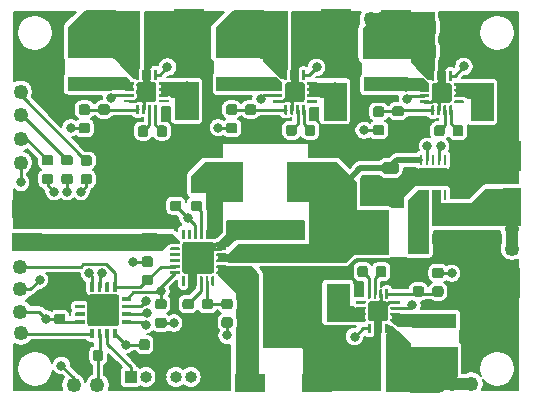
<source format=gbr>
G04 #@! TF.GenerationSoftware,KiCad,Pcbnew,(5.1.4)-1*
G04 #@! TF.CreationDate,2020-09-18T11:06:01-04:00*
G04 #@! TF.ProjectId,RVL-PMS HW2,52564c2d-504d-4532-9048-57322e6b6963,rev?*
G04 #@! TF.SameCoordinates,Original*
G04 #@! TF.FileFunction,Copper,L1,Top*
G04 #@! TF.FilePolarity,Positive*
%FSLAX46Y46*%
G04 Gerber Fmt 4.6, Leading zero omitted, Abs format (unit mm)*
G04 Created by KiCad (PCBNEW (5.1.4)-1) date 2020-09-18 11:06:01*
%MOMM*%
%LPD*%
G04 APERTURE LIST*
%ADD10C,1.250000*%
%ADD11R,2.500000X1.500000*%
%ADD12R,1.500000X2.500000*%
%ADD13C,0.100000*%
%ADD14C,0.975000*%
%ADD15C,0.875000*%
%ADD16R,1.000000X1.000000*%
%ADD17O,1.000000X1.000000*%
%ADD18R,3.700000X1.200000*%
%ADD19R,1.200000X3.700000*%
%ADD20R,2.350000X3.400000*%
%ADD21C,0.250000*%
%ADD22C,0.500000*%
%ADD23C,1.680000*%
%ADD24R,0.280000X0.850000*%
%ADD25R,2.400000X1.650000*%
%ADD26R,0.700000X0.280000*%
%ADD27C,0.600000*%
%ADD28C,2.700000*%
%ADD29C,0.300000*%
%ADD30C,0.800000*%
%ADD31C,0.250000*%
%ADD32C,0.500000*%
%ADD33C,1.000000*%
%ADD34C,0.210000*%
%ADD35C,0.026000*%
G04 APERTURE END LIST*
D10*
X108000000Y-67420000D03*
X108000000Y-65400000D03*
X108000000Y-63425000D03*
X108000000Y-61425000D03*
X112475000Y-86225000D03*
X114500000Y-86225000D03*
X108025000Y-81875000D03*
X107975000Y-80025000D03*
X107975000Y-78150000D03*
X107975000Y-76225000D03*
D11*
X127325000Y-55250000D03*
X108575000Y-74125000D03*
X108575000Y-71325000D03*
D10*
X146150000Y-86140000D03*
X144490000Y-86140000D03*
D11*
X142225000Y-86125000D03*
X133125000Y-86075000D03*
X127400000Y-86050000D03*
D12*
X149540000Y-77650000D03*
D10*
X149590000Y-74700000D03*
X149590000Y-73040000D03*
D12*
X149575000Y-70875000D03*
X149575000Y-66900000D03*
D11*
X139775000Y-55250000D03*
D10*
X137650000Y-55280000D03*
D11*
X134725000Y-55200000D03*
X122225000Y-55200000D03*
X114825000Y-55250000D03*
D13*
G36*
X122530142Y-58688674D02*
G01*
X122553803Y-58692184D01*
X122577007Y-58697996D01*
X122599529Y-58706054D01*
X122621153Y-58716282D01*
X122641670Y-58728579D01*
X122660883Y-58742829D01*
X122678607Y-58758893D01*
X122694671Y-58776617D01*
X122708921Y-58795830D01*
X122721218Y-58816347D01*
X122731446Y-58837971D01*
X122739504Y-58860493D01*
X122745316Y-58883697D01*
X122748826Y-58907358D01*
X122750000Y-58931250D01*
X122750000Y-59418750D01*
X122748826Y-59442642D01*
X122745316Y-59466303D01*
X122739504Y-59489507D01*
X122731446Y-59512029D01*
X122721218Y-59533653D01*
X122708921Y-59554170D01*
X122694671Y-59573383D01*
X122678607Y-59591107D01*
X122660883Y-59607171D01*
X122641670Y-59621421D01*
X122621153Y-59633718D01*
X122599529Y-59643946D01*
X122577007Y-59652004D01*
X122553803Y-59657816D01*
X122530142Y-59661326D01*
X122506250Y-59662500D01*
X121593750Y-59662500D01*
X121569858Y-59661326D01*
X121546197Y-59657816D01*
X121522993Y-59652004D01*
X121500471Y-59643946D01*
X121478847Y-59633718D01*
X121458330Y-59621421D01*
X121439117Y-59607171D01*
X121421393Y-59591107D01*
X121405329Y-59573383D01*
X121391079Y-59554170D01*
X121378782Y-59533653D01*
X121368554Y-59512029D01*
X121360496Y-59489507D01*
X121354684Y-59466303D01*
X121351174Y-59442642D01*
X121350000Y-59418750D01*
X121350000Y-58931250D01*
X121351174Y-58907358D01*
X121354684Y-58883697D01*
X121360496Y-58860493D01*
X121368554Y-58837971D01*
X121378782Y-58816347D01*
X121391079Y-58795830D01*
X121405329Y-58776617D01*
X121421393Y-58758893D01*
X121439117Y-58742829D01*
X121458330Y-58728579D01*
X121478847Y-58716282D01*
X121500471Y-58706054D01*
X121522993Y-58697996D01*
X121546197Y-58692184D01*
X121569858Y-58688674D01*
X121593750Y-58687500D01*
X122506250Y-58687500D01*
X122530142Y-58688674D01*
X122530142Y-58688674D01*
G37*
D14*
X122050000Y-59175000D03*
D13*
G36*
X122530142Y-60563674D02*
G01*
X122553803Y-60567184D01*
X122577007Y-60572996D01*
X122599529Y-60581054D01*
X122621153Y-60591282D01*
X122641670Y-60603579D01*
X122660883Y-60617829D01*
X122678607Y-60633893D01*
X122694671Y-60651617D01*
X122708921Y-60670830D01*
X122721218Y-60691347D01*
X122731446Y-60712971D01*
X122739504Y-60735493D01*
X122745316Y-60758697D01*
X122748826Y-60782358D01*
X122750000Y-60806250D01*
X122750000Y-61293750D01*
X122748826Y-61317642D01*
X122745316Y-61341303D01*
X122739504Y-61364507D01*
X122731446Y-61387029D01*
X122721218Y-61408653D01*
X122708921Y-61429170D01*
X122694671Y-61448383D01*
X122678607Y-61466107D01*
X122660883Y-61482171D01*
X122641670Y-61496421D01*
X122621153Y-61508718D01*
X122599529Y-61518946D01*
X122577007Y-61527004D01*
X122553803Y-61532816D01*
X122530142Y-61536326D01*
X122506250Y-61537500D01*
X121593750Y-61537500D01*
X121569858Y-61536326D01*
X121546197Y-61532816D01*
X121522993Y-61527004D01*
X121500471Y-61518946D01*
X121478847Y-61508718D01*
X121458330Y-61496421D01*
X121439117Y-61482171D01*
X121421393Y-61466107D01*
X121405329Y-61448383D01*
X121391079Y-61429170D01*
X121378782Y-61408653D01*
X121368554Y-61387029D01*
X121360496Y-61364507D01*
X121354684Y-61341303D01*
X121351174Y-61317642D01*
X121350000Y-61293750D01*
X121350000Y-60806250D01*
X121351174Y-60782358D01*
X121354684Y-60758697D01*
X121360496Y-60735493D01*
X121368554Y-60712971D01*
X121378782Y-60691347D01*
X121391079Y-60670830D01*
X121405329Y-60651617D01*
X121421393Y-60633893D01*
X121439117Y-60617829D01*
X121458330Y-60603579D01*
X121478847Y-60591282D01*
X121500471Y-60581054D01*
X121522993Y-60572996D01*
X121546197Y-60567184D01*
X121569858Y-60563674D01*
X121593750Y-60562500D01*
X122506250Y-60562500D01*
X122530142Y-60563674D01*
X122530142Y-60563674D01*
G37*
D14*
X122050000Y-61050000D03*
D13*
G36*
X120190191Y-64276053D02*
G01*
X120211426Y-64279203D01*
X120232250Y-64284419D01*
X120252462Y-64291651D01*
X120271868Y-64300830D01*
X120290281Y-64311866D01*
X120307524Y-64324654D01*
X120323430Y-64339070D01*
X120337846Y-64354976D01*
X120350634Y-64372219D01*
X120361670Y-64390632D01*
X120370849Y-64410038D01*
X120378081Y-64430250D01*
X120383297Y-64451074D01*
X120386447Y-64472309D01*
X120387500Y-64493750D01*
X120387500Y-65006250D01*
X120386447Y-65027691D01*
X120383297Y-65048926D01*
X120378081Y-65069750D01*
X120370849Y-65089962D01*
X120361670Y-65109368D01*
X120350634Y-65127781D01*
X120337846Y-65145024D01*
X120323430Y-65160930D01*
X120307524Y-65175346D01*
X120290281Y-65188134D01*
X120271868Y-65199170D01*
X120252462Y-65208349D01*
X120232250Y-65215581D01*
X120211426Y-65220797D01*
X120190191Y-65223947D01*
X120168750Y-65225000D01*
X119731250Y-65225000D01*
X119709809Y-65223947D01*
X119688574Y-65220797D01*
X119667750Y-65215581D01*
X119647538Y-65208349D01*
X119628132Y-65199170D01*
X119609719Y-65188134D01*
X119592476Y-65175346D01*
X119576570Y-65160930D01*
X119562154Y-65145024D01*
X119549366Y-65127781D01*
X119538330Y-65109368D01*
X119529151Y-65089962D01*
X119521919Y-65069750D01*
X119516703Y-65048926D01*
X119513553Y-65027691D01*
X119512500Y-65006250D01*
X119512500Y-64493750D01*
X119513553Y-64472309D01*
X119516703Y-64451074D01*
X119521919Y-64430250D01*
X119529151Y-64410038D01*
X119538330Y-64390632D01*
X119549366Y-64372219D01*
X119562154Y-64354976D01*
X119576570Y-64339070D01*
X119592476Y-64324654D01*
X119609719Y-64311866D01*
X119628132Y-64300830D01*
X119647538Y-64291651D01*
X119667750Y-64284419D01*
X119688574Y-64279203D01*
X119709809Y-64276053D01*
X119731250Y-64275000D01*
X120168750Y-64275000D01*
X120190191Y-64276053D01*
X120190191Y-64276053D01*
G37*
D15*
X119950000Y-64750000D03*
D13*
G36*
X118615191Y-64276053D02*
G01*
X118636426Y-64279203D01*
X118657250Y-64284419D01*
X118677462Y-64291651D01*
X118696868Y-64300830D01*
X118715281Y-64311866D01*
X118732524Y-64324654D01*
X118748430Y-64339070D01*
X118762846Y-64354976D01*
X118775634Y-64372219D01*
X118786670Y-64390632D01*
X118795849Y-64410038D01*
X118803081Y-64430250D01*
X118808297Y-64451074D01*
X118811447Y-64472309D01*
X118812500Y-64493750D01*
X118812500Y-65006250D01*
X118811447Y-65027691D01*
X118808297Y-65048926D01*
X118803081Y-65069750D01*
X118795849Y-65089962D01*
X118786670Y-65109368D01*
X118775634Y-65127781D01*
X118762846Y-65145024D01*
X118748430Y-65160930D01*
X118732524Y-65175346D01*
X118715281Y-65188134D01*
X118696868Y-65199170D01*
X118677462Y-65208349D01*
X118657250Y-65215581D01*
X118636426Y-65220797D01*
X118615191Y-65223947D01*
X118593750Y-65225000D01*
X118156250Y-65225000D01*
X118134809Y-65223947D01*
X118113574Y-65220797D01*
X118092750Y-65215581D01*
X118072538Y-65208349D01*
X118053132Y-65199170D01*
X118034719Y-65188134D01*
X118017476Y-65175346D01*
X118001570Y-65160930D01*
X117987154Y-65145024D01*
X117974366Y-65127781D01*
X117963330Y-65109368D01*
X117954151Y-65089962D01*
X117946919Y-65069750D01*
X117941703Y-65048926D01*
X117938553Y-65027691D01*
X117937500Y-65006250D01*
X117937500Y-64493750D01*
X117938553Y-64472309D01*
X117941703Y-64451074D01*
X117946919Y-64430250D01*
X117954151Y-64410038D01*
X117963330Y-64390632D01*
X117974366Y-64372219D01*
X117987154Y-64354976D01*
X118001570Y-64339070D01*
X118017476Y-64324654D01*
X118034719Y-64311866D01*
X118053132Y-64300830D01*
X118072538Y-64291651D01*
X118092750Y-64284419D01*
X118113574Y-64279203D01*
X118134809Y-64276053D01*
X118156250Y-64275000D01*
X118593750Y-64275000D01*
X118615191Y-64276053D01*
X118615191Y-64276053D01*
G37*
D15*
X118375000Y-64750000D03*
D13*
G36*
X135130142Y-60638674D02*
G01*
X135153803Y-60642184D01*
X135177007Y-60647996D01*
X135199529Y-60656054D01*
X135221153Y-60666282D01*
X135241670Y-60678579D01*
X135260883Y-60692829D01*
X135278607Y-60708893D01*
X135294671Y-60726617D01*
X135308921Y-60745830D01*
X135321218Y-60766347D01*
X135331446Y-60787971D01*
X135339504Y-60810493D01*
X135345316Y-60833697D01*
X135348826Y-60857358D01*
X135350000Y-60881250D01*
X135350000Y-61368750D01*
X135348826Y-61392642D01*
X135345316Y-61416303D01*
X135339504Y-61439507D01*
X135331446Y-61462029D01*
X135321218Y-61483653D01*
X135308921Y-61504170D01*
X135294671Y-61523383D01*
X135278607Y-61541107D01*
X135260883Y-61557171D01*
X135241670Y-61571421D01*
X135221153Y-61583718D01*
X135199529Y-61593946D01*
X135177007Y-61602004D01*
X135153803Y-61607816D01*
X135130142Y-61611326D01*
X135106250Y-61612500D01*
X134193750Y-61612500D01*
X134169858Y-61611326D01*
X134146197Y-61607816D01*
X134122993Y-61602004D01*
X134100471Y-61593946D01*
X134078847Y-61583718D01*
X134058330Y-61571421D01*
X134039117Y-61557171D01*
X134021393Y-61541107D01*
X134005329Y-61523383D01*
X133991079Y-61504170D01*
X133978782Y-61483653D01*
X133968554Y-61462029D01*
X133960496Y-61439507D01*
X133954684Y-61416303D01*
X133951174Y-61392642D01*
X133950000Y-61368750D01*
X133950000Y-60881250D01*
X133951174Y-60857358D01*
X133954684Y-60833697D01*
X133960496Y-60810493D01*
X133968554Y-60787971D01*
X133978782Y-60766347D01*
X133991079Y-60745830D01*
X134005329Y-60726617D01*
X134021393Y-60708893D01*
X134039117Y-60692829D01*
X134058330Y-60678579D01*
X134078847Y-60666282D01*
X134100471Y-60656054D01*
X134122993Y-60647996D01*
X134146197Y-60642184D01*
X134169858Y-60638674D01*
X134193750Y-60637500D01*
X135106250Y-60637500D01*
X135130142Y-60638674D01*
X135130142Y-60638674D01*
G37*
D14*
X134650000Y-61125000D03*
D13*
G36*
X135130142Y-58763674D02*
G01*
X135153803Y-58767184D01*
X135177007Y-58772996D01*
X135199529Y-58781054D01*
X135221153Y-58791282D01*
X135241670Y-58803579D01*
X135260883Y-58817829D01*
X135278607Y-58833893D01*
X135294671Y-58851617D01*
X135308921Y-58870830D01*
X135321218Y-58891347D01*
X135331446Y-58912971D01*
X135339504Y-58935493D01*
X135345316Y-58958697D01*
X135348826Y-58982358D01*
X135350000Y-59006250D01*
X135350000Y-59493750D01*
X135348826Y-59517642D01*
X135345316Y-59541303D01*
X135339504Y-59564507D01*
X135331446Y-59587029D01*
X135321218Y-59608653D01*
X135308921Y-59629170D01*
X135294671Y-59648383D01*
X135278607Y-59666107D01*
X135260883Y-59682171D01*
X135241670Y-59696421D01*
X135221153Y-59708718D01*
X135199529Y-59718946D01*
X135177007Y-59727004D01*
X135153803Y-59732816D01*
X135130142Y-59736326D01*
X135106250Y-59737500D01*
X134193750Y-59737500D01*
X134169858Y-59736326D01*
X134146197Y-59732816D01*
X134122993Y-59727004D01*
X134100471Y-59718946D01*
X134078847Y-59708718D01*
X134058330Y-59696421D01*
X134039117Y-59682171D01*
X134021393Y-59666107D01*
X134005329Y-59648383D01*
X133991079Y-59629170D01*
X133978782Y-59608653D01*
X133968554Y-59587029D01*
X133960496Y-59564507D01*
X133954684Y-59541303D01*
X133951174Y-59517642D01*
X133950000Y-59493750D01*
X133950000Y-59006250D01*
X133951174Y-58982358D01*
X133954684Y-58958697D01*
X133960496Y-58935493D01*
X133968554Y-58912971D01*
X133978782Y-58891347D01*
X133991079Y-58870830D01*
X134005329Y-58851617D01*
X134021393Y-58833893D01*
X134039117Y-58817829D01*
X134058330Y-58803579D01*
X134078847Y-58791282D01*
X134100471Y-58781054D01*
X134122993Y-58772996D01*
X134146197Y-58767184D01*
X134169858Y-58763674D01*
X134193750Y-58762500D01*
X135106250Y-58762500D01*
X135130142Y-58763674D01*
X135130142Y-58763674D01*
G37*
D14*
X134650000Y-59250000D03*
D13*
G36*
X132740191Y-64201053D02*
G01*
X132761426Y-64204203D01*
X132782250Y-64209419D01*
X132802462Y-64216651D01*
X132821868Y-64225830D01*
X132840281Y-64236866D01*
X132857524Y-64249654D01*
X132873430Y-64264070D01*
X132887846Y-64279976D01*
X132900634Y-64297219D01*
X132911670Y-64315632D01*
X132920849Y-64335038D01*
X132928081Y-64355250D01*
X132933297Y-64376074D01*
X132936447Y-64397309D01*
X132937500Y-64418750D01*
X132937500Y-64931250D01*
X132936447Y-64952691D01*
X132933297Y-64973926D01*
X132928081Y-64994750D01*
X132920849Y-65014962D01*
X132911670Y-65034368D01*
X132900634Y-65052781D01*
X132887846Y-65070024D01*
X132873430Y-65085930D01*
X132857524Y-65100346D01*
X132840281Y-65113134D01*
X132821868Y-65124170D01*
X132802462Y-65133349D01*
X132782250Y-65140581D01*
X132761426Y-65145797D01*
X132740191Y-65148947D01*
X132718750Y-65150000D01*
X132281250Y-65150000D01*
X132259809Y-65148947D01*
X132238574Y-65145797D01*
X132217750Y-65140581D01*
X132197538Y-65133349D01*
X132178132Y-65124170D01*
X132159719Y-65113134D01*
X132142476Y-65100346D01*
X132126570Y-65085930D01*
X132112154Y-65070024D01*
X132099366Y-65052781D01*
X132088330Y-65034368D01*
X132079151Y-65014962D01*
X132071919Y-64994750D01*
X132066703Y-64973926D01*
X132063553Y-64952691D01*
X132062500Y-64931250D01*
X132062500Y-64418750D01*
X132063553Y-64397309D01*
X132066703Y-64376074D01*
X132071919Y-64355250D01*
X132079151Y-64335038D01*
X132088330Y-64315632D01*
X132099366Y-64297219D01*
X132112154Y-64279976D01*
X132126570Y-64264070D01*
X132142476Y-64249654D01*
X132159719Y-64236866D01*
X132178132Y-64225830D01*
X132197538Y-64216651D01*
X132217750Y-64209419D01*
X132238574Y-64204203D01*
X132259809Y-64201053D01*
X132281250Y-64200000D01*
X132718750Y-64200000D01*
X132740191Y-64201053D01*
X132740191Y-64201053D01*
G37*
D15*
X132500000Y-64675000D03*
D13*
G36*
X131165191Y-64201053D02*
G01*
X131186426Y-64204203D01*
X131207250Y-64209419D01*
X131227462Y-64216651D01*
X131246868Y-64225830D01*
X131265281Y-64236866D01*
X131282524Y-64249654D01*
X131298430Y-64264070D01*
X131312846Y-64279976D01*
X131325634Y-64297219D01*
X131336670Y-64315632D01*
X131345849Y-64335038D01*
X131353081Y-64355250D01*
X131358297Y-64376074D01*
X131361447Y-64397309D01*
X131362500Y-64418750D01*
X131362500Y-64931250D01*
X131361447Y-64952691D01*
X131358297Y-64973926D01*
X131353081Y-64994750D01*
X131345849Y-65014962D01*
X131336670Y-65034368D01*
X131325634Y-65052781D01*
X131312846Y-65070024D01*
X131298430Y-65085930D01*
X131282524Y-65100346D01*
X131265281Y-65113134D01*
X131246868Y-65124170D01*
X131227462Y-65133349D01*
X131207250Y-65140581D01*
X131186426Y-65145797D01*
X131165191Y-65148947D01*
X131143750Y-65150000D01*
X130706250Y-65150000D01*
X130684809Y-65148947D01*
X130663574Y-65145797D01*
X130642750Y-65140581D01*
X130622538Y-65133349D01*
X130603132Y-65124170D01*
X130584719Y-65113134D01*
X130567476Y-65100346D01*
X130551570Y-65085930D01*
X130537154Y-65070024D01*
X130524366Y-65052781D01*
X130513330Y-65034368D01*
X130504151Y-65014962D01*
X130496919Y-64994750D01*
X130491703Y-64973926D01*
X130488553Y-64952691D01*
X130487500Y-64931250D01*
X130487500Y-64418750D01*
X130488553Y-64397309D01*
X130491703Y-64376074D01*
X130496919Y-64355250D01*
X130504151Y-64335038D01*
X130513330Y-64315632D01*
X130524366Y-64297219D01*
X130537154Y-64279976D01*
X130551570Y-64264070D01*
X130567476Y-64249654D01*
X130584719Y-64236866D01*
X130603132Y-64225830D01*
X130622538Y-64216651D01*
X130642750Y-64209419D01*
X130663574Y-64204203D01*
X130684809Y-64201053D01*
X130706250Y-64200000D01*
X131143750Y-64200000D01*
X131165191Y-64201053D01*
X131165191Y-64201053D01*
G37*
D15*
X130925000Y-64675000D03*
D13*
G36*
X147680142Y-60713674D02*
G01*
X147703803Y-60717184D01*
X147727007Y-60722996D01*
X147749529Y-60731054D01*
X147771153Y-60741282D01*
X147791670Y-60753579D01*
X147810883Y-60767829D01*
X147828607Y-60783893D01*
X147844671Y-60801617D01*
X147858921Y-60820830D01*
X147871218Y-60841347D01*
X147881446Y-60862971D01*
X147889504Y-60885493D01*
X147895316Y-60908697D01*
X147898826Y-60932358D01*
X147900000Y-60956250D01*
X147900000Y-61443750D01*
X147898826Y-61467642D01*
X147895316Y-61491303D01*
X147889504Y-61514507D01*
X147881446Y-61537029D01*
X147871218Y-61558653D01*
X147858921Y-61579170D01*
X147844671Y-61598383D01*
X147828607Y-61616107D01*
X147810883Y-61632171D01*
X147791670Y-61646421D01*
X147771153Y-61658718D01*
X147749529Y-61668946D01*
X147727007Y-61677004D01*
X147703803Y-61682816D01*
X147680142Y-61686326D01*
X147656250Y-61687500D01*
X146743750Y-61687500D01*
X146719858Y-61686326D01*
X146696197Y-61682816D01*
X146672993Y-61677004D01*
X146650471Y-61668946D01*
X146628847Y-61658718D01*
X146608330Y-61646421D01*
X146589117Y-61632171D01*
X146571393Y-61616107D01*
X146555329Y-61598383D01*
X146541079Y-61579170D01*
X146528782Y-61558653D01*
X146518554Y-61537029D01*
X146510496Y-61514507D01*
X146504684Y-61491303D01*
X146501174Y-61467642D01*
X146500000Y-61443750D01*
X146500000Y-60956250D01*
X146501174Y-60932358D01*
X146504684Y-60908697D01*
X146510496Y-60885493D01*
X146518554Y-60862971D01*
X146528782Y-60841347D01*
X146541079Y-60820830D01*
X146555329Y-60801617D01*
X146571393Y-60783893D01*
X146589117Y-60767829D01*
X146608330Y-60753579D01*
X146628847Y-60741282D01*
X146650471Y-60731054D01*
X146672993Y-60722996D01*
X146696197Y-60717184D01*
X146719858Y-60713674D01*
X146743750Y-60712500D01*
X147656250Y-60712500D01*
X147680142Y-60713674D01*
X147680142Y-60713674D01*
G37*
D14*
X147200000Y-61200000D03*
D13*
G36*
X147680142Y-58838674D02*
G01*
X147703803Y-58842184D01*
X147727007Y-58847996D01*
X147749529Y-58856054D01*
X147771153Y-58866282D01*
X147791670Y-58878579D01*
X147810883Y-58892829D01*
X147828607Y-58908893D01*
X147844671Y-58926617D01*
X147858921Y-58945830D01*
X147871218Y-58966347D01*
X147881446Y-58987971D01*
X147889504Y-59010493D01*
X147895316Y-59033697D01*
X147898826Y-59057358D01*
X147900000Y-59081250D01*
X147900000Y-59568750D01*
X147898826Y-59592642D01*
X147895316Y-59616303D01*
X147889504Y-59639507D01*
X147881446Y-59662029D01*
X147871218Y-59683653D01*
X147858921Y-59704170D01*
X147844671Y-59723383D01*
X147828607Y-59741107D01*
X147810883Y-59757171D01*
X147791670Y-59771421D01*
X147771153Y-59783718D01*
X147749529Y-59793946D01*
X147727007Y-59802004D01*
X147703803Y-59807816D01*
X147680142Y-59811326D01*
X147656250Y-59812500D01*
X146743750Y-59812500D01*
X146719858Y-59811326D01*
X146696197Y-59807816D01*
X146672993Y-59802004D01*
X146650471Y-59793946D01*
X146628847Y-59783718D01*
X146608330Y-59771421D01*
X146589117Y-59757171D01*
X146571393Y-59741107D01*
X146555329Y-59723383D01*
X146541079Y-59704170D01*
X146528782Y-59683653D01*
X146518554Y-59662029D01*
X146510496Y-59639507D01*
X146504684Y-59616303D01*
X146501174Y-59592642D01*
X146500000Y-59568750D01*
X146500000Y-59081250D01*
X146501174Y-59057358D01*
X146504684Y-59033697D01*
X146510496Y-59010493D01*
X146518554Y-58987971D01*
X146528782Y-58966347D01*
X146541079Y-58945830D01*
X146555329Y-58926617D01*
X146571393Y-58908893D01*
X146589117Y-58892829D01*
X146608330Y-58878579D01*
X146628847Y-58866282D01*
X146650471Y-58856054D01*
X146672993Y-58847996D01*
X146696197Y-58842184D01*
X146719858Y-58838674D01*
X146743750Y-58837500D01*
X147656250Y-58837500D01*
X147680142Y-58838674D01*
X147680142Y-58838674D01*
G37*
D14*
X147200000Y-59325000D03*
D13*
G36*
X143690191Y-64251053D02*
G01*
X143711426Y-64254203D01*
X143732250Y-64259419D01*
X143752462Y-64266651D01*
X143771868Y-64275830D01*
X143790281Y-64286866D01*
X143807524Y-64299654D01*
X143823430Y-64314070D01*
X143837846Y-64329976D01*
X143850634Y-64347219D01*
X143861670Y-64365632D01*
X143870849Y-64385038D01*
X143878081Y-64405250D01*
X143883297Y-64426074D01*
X143886447Y-64447309D01*
X143887500Y-64468750D01*
X143887500Y-64981250D01*
X143886447Y-65002691D01*
X143883297Y-65023926D01*
X143878081Y-65044750D01*
X143870849Y-65064962D01*
X143861670Y-65084368D01*
X143850634Y-65102781D01*
X143837846Y-65120024D01*
X143823430Y-65135930D01*
X143807524Y-65150346D01*
X143790281Y-65163134D01*
X143771868Y-65174170D01*
X143752462Y-65183349D01*
X143732250Y-65190581D01*
X143711426Y-65195797D01*
X143690191Y-65198947D01*
X143668750Y-65200000D01*
X143231250Y-65200000D01*
X143209809Y-65198947D01*
X143188574Y-65195797D01*
X143167750Y-65190581D01*
X143147538Y-65183349D01*
X143128132Y-65174170D01*
X143109719Y-65163134D01*
X143092476Y-65150346D01*
X143076570Y-65135930D01*
X143062154Y-65120024D01*
X143049366Y-65102781D01*
X143038330Y-65084368D01*
X143029151Y-65064962D01*
X143021919Y-65044750D01*
X143016703Y-65023926D01*
X143013553Y-65002691D01*
X143012500Y-64981250D01*
X143012500Y-64468750D01*
X143013553Y-64447309D01*
X143016703Y-64426074D01*
X143021919Y-64405250D01*
X143029151Y-64385038D01*
X143038330Y-64365632D01*
X143049366Y-64347219D01*
X143062154Y-64329976D01*
X143076570Y-64314070D01*
X143092476Y-64299654D01*
X143109719Y-64286866D01*
X143128132Y-64275830D01*
X143147538Y-64266651D01*
X143167750Y-64259419D01*
X143188574Y-64254203D01*
X143209809Y-64251053D01*
X143231250Y-64250000D01*
X143668750Y-64250000D01*
X143690191Y-64251053D01*
X143690191Y-64251053D01*
G37*
D15*
X143450000Y-64725000D03*
D13*
G36*
X145265191Y-64251053D02*
G01*
X145286426Y-64254203D01*
X145307250Y-64259419D01*
X145327462Y-64266651D01*
X145346868Y-64275830D01*
X145365281Y-64286866D01*
X145382524Y-64299654D01*
X145398430Y-64314070D01*
X145412846Y-64329976D01*
X145425634Y-64347219D01*
X145436670Y-64365632D01*
X145445849Y-64385038D01*
X145453081Y-64405250D01*
X145458297Y-64426074D01*
X145461447Y-64447309D01*
X145462500Y-64468750D01*
X145462500Y-64981250D01*
X145461447Y-65002691D01*
X145458297Y-65023926D01*
X145453081Y-65044750D01*
X145445849Y-65064962D01*
X145436670Y-65084368D01*
X145425634Y-65102781D01*
X145412846Y-65120024D01*
X145398430Y-65135930D01*
X145382524Y-65150346D01*
X145365281Y-65163134D01*
X145346868Y-65174170D01*
X145327462Y-65183349D01*
X145307250Y-65190581D01*
X145286426Y-65195797D01*
X145265191Y-65198947D01*
X145243750Y-65200000D01*
X144806250Y-65200000D01*
X144784809Y-65198947D01*
X144763574Y-65195797D01*
X144742750Y-65190581D01*
X144722538Y-65183349D01*
X144703132Y-65174170D01*
X144684719Y-65163134D01*
X144667476Y-65150346D01*
X144651570Y-65135930D01*
X144637154Y-65120024D01*
X144624366Y-65102781D01*
X144613330Y-65084368D01*
X144604151Y-65064962D01*
X144596919Y-65044750D01*
X144591703Y-65023926D01*
X144588553Y-65002691D01*
X144587500Y-64981250D01*
X144587500Y-64468750D01*
X144588553Y-64447309D01*
X144591703Y-64426074D01*
X144596919Y-64405250D01*
X144604151Y-64385038D01*
X144613330Y-64365632D01*
X144624366Y-64347219D01*
X144637154Y-64329976D01*
X144651570Y-64314070D01*
X144667476Y-64299654D01*
X144684719Y-64286866D01*
X144703132Y-64275830D01*
X144722538Y-64266651D01*
X144742750Y-64259419D01*
X144763574Y-64254203D01*
X144784809Y-64251053D01*
X144806250Y-64250000D01*
X145243750Y-64250000D01*
X145265191Y-64251053D01*
X145265191Y-64251053D01*
G37*
D15*
X145025000Y-64725000D03*
D13*
G36*
X135280142Y-81776174D02*
G01*
X135303803Y-81779684D01*
X135327007Y-81785496D01*
X135349529Y-81793554D01*
X135371153Y-81803782D01*
X135391670Y-81816079D01*
X135410883Y-81830329D01*
X135428607Y-81846393D01*
X135444671Y-81864117D01*
X135458921Y-81883330D01*
X135471218Y-81903847D01*
X135481446Y-81925471D01*
X135489504Y-81947993D01*
X135495316Y-81971197D01*
X135498826Y-81994858D01*
X135500000Y-82018750D01*
X135500000Y-82506250D01*
X135498826Y-82530142D01*
X135495316Y-82553803D01*
X135489504Y-82577007D01*
X135481446Y-82599529D01*
X135471218Y-82621153D01*
X135458921Y-82641670D01*
X135444671Y-82660883D01*
X135428607Y-82678607D01*
X135410883Y-82694671D01*
X135391670Y-82708921D01*
X135371153Y-82721218D01*
X135349529Y-82731446D01*
X135327007Y-82739504D01*
X135303803Y-82745316D01*
X135280142Y-82748826D01*
X135256250Y-82750000D01*
X134343750Y-82750000D01*
X134319858Y-82748826D01*
X134296197Y-82745316D01*
X134272993Y-82739504D01*
X134250471Y-82731446D01*
X134228847Y-82721218D01*
X134208330Y-82708921D01*
X134189117Y-82694671D01*
X134171393Y-82678607D01*
X134155329Y-82660883D01*
X134141079Y-82641670D01*
X134128782Y-82621153D01*
X134118554Y-82599529D01*
X134110496Y-82577007D01*
X134104684Y-82553803D01*
X134101174Y-82530142D01*
X134100000Y-82506250D01*
X134100000Y-82018750D01*
X134101174Y-81994858D01*
X134104684Y-81971197D01*
X134110496Y-81947993D01*
X134118554Y-81925471D01*
X134128782Y-81903847D01*
X134141079Y-81883330D01*
X134155329Y-81864117D01*
X134171393Y-81846393D01*
X134189117Y-81830329D01*
X134208330Y-81816079D01*
X134228847Y-81803782D01*
X134250471Y-81793554D01*
X134272993Y-81785496D01*
X134296197Y-81779684D01*
X134319858Y-81776174D01*
X134343750Y-81775000D01*
X135256250Y-81775000D01*
X135280142Y-81776174D01*
X135280142Y-81776174D01*
G37*
D14*
X134800000Y-82262500D03*
D13*
G36*
X135280142Y-79901174D02*
G01*
X135303803Y-79904684D01*
X135327007Y-79910496D01*
X135349529Y-79918554D01*
X135371153Y-79928782D01*
X135391670Y-79941079D01*
X135410883Y-79955329D01*
X135428607Y-79971393D01*
X135444671Y-79989117D01*
X135458921Y-80008330D01*
X135471218Y-80028847D01*
X135481446Y-80050471D01*
X135489504Y-80072993D01*
X135495316Y-80096197D01*
X135498826Y-80119858D01*
X135500000Y-80143750D01*
X135500000Y-80631250D01*
X135498826Y-80655142D01*
X135495316Y-80678803D01*
X135489504Y-80702007D01*
X135481446Y-80724529D01*
X135471218Y-80746153D01*
X135458921Y-80766670D01*
X135444671Y-80785883D01*
X135428607Y-80803607D01*
X135410883Y-80819671D01*
X135391670Y-80833921D01*
X135371153Y-80846218D01*
X135349529Y-80856446D01*
X135327007Y-80864504D01*
X135303803Y-80870316D01*
X135280142Y-80873826D01*
X135256250Y-80875000D01*
X134343750Y-80875000D01*
X134319858Y-80873826D01*
X134296197Y-80870316D01*
X134272993Y-80864504D01*
X134250471Y-80856446D01*
X134228847Y-80846218D01*
X134208330Y-80833921D01*
X134189117Y-80819671D01*
X134171393Y-80803607D01*
X134155329Y-80785883D01*
X134141079Y-80766670D01*
X134128782Y-80746153D01*
X134118554Y-80724529D01*
X134110496Y-80702007D01*
X134104684Y-80678803D01*
X134101174Y-80655142D01*
X134100000Y-80631250D01*
X134100000Y-80143750D01*
X134101174Y-80119858D01*
X134104684Y-80096197D01*
X134110496Y-80072993D01*
X134118554Y-80050471D01*
X134128782Y-80028847D01*
X134141079Y-80008330D01*
X134155329Y-79989117D01*
X134171393Y-79971393D01*
X134189117Y-79955329D01*
X134208330Y-79941079D01*
X134228847Y-79928782D01*
X134250471Y-79918554D01*
X134272993Y-79910496D01*
X134296197Y-79904684D01*
X134319858Y-79901174D01*
X134343750Y-79900000D01*
X135256250Y-79900000D01*
X135280142Y-79901174D01*
X135280142Y-79901174D01*
G37*
D14*
X134800000Y-80387500D03*
D13*
G36*
X138765191Y-76176053D02*
G01*
X138786426Y-76179203D01*
X138807250Y-76184419D01*
X138827462Y-76191651D01*
X138846868Y-76200830D01*
X138865281Y-76211866D01*
X138882524Y-76224654D01*
X138898430Y-76239070D01*
X138912846Y-76254976D01*
X138925634Y-76272219D01*
X138936670Y-76290632D01*
X138945849Y-76310038D01*
X138953081Y-76330250D01*
X138958297Y-76351074D01*
X138961447Y-76372309D01*
X138962500Y-76393750D01*
X138962500Y-76906250D01*
X138961447Y-76927691D01*
X138958297Y-76948926D01*
X138953081Y-76969750D01*
X138945849Y-76989962D01*
X138936670Y-77009368D01*
X138925634Y-77027781D01*
X138912846Y-77045024D01*
X138898430Y-77060930D01*
X138882524Y-77075346D01*
X138865281Y-77088134D01*
X138846868Y-77099170D01*
X138827462Y-77108349D01*
X138807250Y-77115581D01*
X138786426Y-77120797D01*
X138765191Y-77123947D01*
X138743750Y-77125000D01*
X138306250Y-77125000D01*
X138284809Y-77123947D01*
X138263574Y-77120797D01*
X138242750Y-77115581D01*
X138222538Y-77108349D01*
X138203132Y-77099170D01*
X138184719Y-77088134D01*
X138167476Y-77075346D01*
X138151570Y-77060930D01*
X138137154Y-77045024D01*
X138124366Y-77027781D01*
X138113330Y-77009368D01*
X138104151Y-76989962D01*
X138096919Y-76969750D01*
X138091703Y-76948926D01*
X138088553Y-76927691D01*
X138087500Y-76906250D01*
X138087500Y-76393750D01*
X138088553Y-76372309D01*
X138091703Y-76351074D01*
X138096919Y-76330250D01*
X138104151Y-76310038D01*
X138113330Y-76290632D01*
X138124366Y-76272219D01*
X138137154Y-76254976D01*
X138151570Y-76239070D01*
X138167476Y-76224654D01*
X138184719Y-76211866D01*
X138203132Y-76200830D01*
X138222538Y-76191651D01*
X138242750Y-76184419D01*
X138263574Y-76179203D01*
X138284809Y-76176053D01*
X138306250Y-76175000D01*
X138743750Y-76175000D01*
X138765191Y-76176053D01*
X138765191Y-76176053D01*
G37*
D15*
X138525000Y-76650000D03*
D13*
G36*
X137190191Y-76176053D02*
G01*
X137211426Y-76179203D01*
X137232250Y-76184419D01*
X137252462Y-76191651D01*
X137271868Y-76200830D01*
X137290281Y-76211866D01*
X137307524Y-76224654D01*
X137323430Y-76239070D01*
X137337846Y-76254976D01*
X137350634Y-76272219D01*
X137361670Y-76290632D01*
X137370849Y-76310038D01*
X137378081Y-76330250D01*
X137383297Y-76351074D01*
X137386447Y-76372309D01*
X137387500Y-76393750D01*
X137387500Y-76906250D01*
X137386447Y-76927691D01*
X137383297Y-76948926D01*
X137378081Y-76969750D01*
X137370849Y-76989962D01*
X137361670Y-77009368D01*
X137350634Y-77027781D01*
X137337846Y-77045024D01*
X137323430Y-77060930D01*
X137307524Y-77075346D01*
X137290281Y-77088134D01*
X137271868Y-77099170D01*
X137252462Y-77108349D01*
X137232250Y-77115581D01*
X137211426Y-77120797D01*
X137190191Y-77123947D01*
X137168750Y-77125000D01*
X136731250Y-77125000D01*
X136709809Y-77123947D01*
X136688574Y-77120797D01*
X136667750Y-77115581D01*
X136647538Y-77108349D01*
X136628132Y-77099170D01*
X136609719Y-77088134D01*
X136592476Y-77075346D01*
X136576570Y-77060930D01*
X136562154Y-77045024D01*
X136549366Y-77027781D01*
X136538330Y-77009368D01*
X136529151Y-76989962D01*
X136521919Y-76969750D01*
X136516703Y-76948926D01*
X136513553Y-76927691D01*
X136512500Y-76906250D01*
X136512500Y-76393750D01*
X136513553Y-76372309D01*
X136516703Y-76351074D01*
X136521919Y-76330250D01*
X136529151Y-76310038D01*
X136538330Y-76290632D01*
X136549366Y-76272219D01*
X136562154Y-76254976D01*
X136576570Y-76239070D01*
X136592476Y-76224654D01*
X136609719Y-76211866D01*
X136628132Y-76200830D01*
X136647538Y-76191651D01*
X136667750Y-76184419D01*
X136688574Y-76179203D01*
X136709809Y-76176053D01*
X136731250Y-76175000D01*
X137168750Y-76175000D01*
X137190191Y-76176053D01*
X137190191Y-76176053D01*
G37*
D15*
X136950000Y-76650000D03*
D13*
G36*
X119717642Y-57351174D02*
G01*
X119741303Y-57354684D01*
X119764507Y-57360496D01*
X119787029Y-57368554D01*
X119808653Y-57378782D01*
X119829170Y-57391079D01*
X119848383Y-57405329D01*
X119866107Y-57421393D01*
X119882171Y-57439117D01*
X119896421Y-57458330D01*
X119908718Y-57478847D01*
X119918946Y-57500471D01*
X119927004Y-57522993D01*
X119932816Y-57546197D01*
X119936326Y-57569858D01*
X119937500Y-57593750D01*
X119937500Y-58506250D01*
X119936326Y-58530142D01*
X119932816Y-58553803D01*
X119927004Y-58577007D01*
X119918946Y-58599529D01*
X119908718Y-58621153D01*
X119896421Y-58641670D01*
X119882171Y-58660883D01*
X119866107Y-58678607D01*
X119848383Y-58694671D01*
X119829170Y-58708921D01*
X119808653Y-58721218D01*
X119787029Y-58731446D01*
X119764507Y-58739504D01*
X119741303Y-58745316D01*
X119717642Y-58748826D01*
X119693750Y-58750000D01*
X119206250Y-58750000D01*
X119182358Y-58748826D01*
X119158697Y-58745316D01*
X119135493Y-58739504D01*
X119112971Y-58731446D01*
X119091347Y-58721218D01*
X119070830Y-58708921D01*
X119051617Y-58694671D01*
X119033893Y-58678607D01*
X119017829Y-58660883D01*
X119003579Y-58641670D01*
X118991282Y-58621153D01*
X118981054Y-58599529D01*
X118972996Y-58577007D01*
X118967184Y-58553803D01*
X118963674Y-58530142D01*
X118962500Y-58506250D01*
X118962500Y-57593750D01*
X118963674Y-57569858D01*
X118967184Y-57546197D01*
X118972996Y-57522993D01*
X118981054Y-57500471D01*
X118991282Y-57478847D01*
X119003579Y-57458330D01*
X119017829Y-57439117D01*
X119033893Y-57421393D01*
X119051617Y-57405329D01*
X119070830Y-57391079D01*
X119091347Y-57378782D01*
X119112971Y-57368554D01*
X119135493Y-57360496D01*
X119158697Y-57354684D01*
X119182358Y-57351174D01*
X119206250Y-57350000D01*
X119693750Y-57350000D01*
X119717642Y-57351174D01*
X119717642Y-57351174D01*
G37*
D14*
X119450000Y-58050000D03*
D13*
G36*
X117842642Y-57351174D02*
G01*
X117866303Y-57354684D01*
X117889507Y-57360496D01*
X117912029Y-57368554D01*
X117933653Y-57378782D01*
X117954170Y-57391079D01*
X117973383Y-57405329D01*
X117991107Y-57421393D01*
X118007171Y-57439117D01*
X118021421Y-57458330D01*
X118033718Y-57478847D01*
X118043946Y-57500471D01*
X118052004Y-57522993D01*
X118057816Y-57546197D01*
X118061326Y-57569858D01*
X118062500Y-57593750D01*
X118062500Y-58506250D01*
X118061326Y-58530142D01*
X118057816Y-58553803D01*
X118052004Y-58577007D01*
X118043946Y-58599529D01*
X118033718Y-58621153D01*
X118021421Y-58641670D01*
X118007171Y-58660883D01*
X117991107Y-58678607D01*
X117973383Y-58694671D01*
X117954170Y-58708921D01*
X117933653Y-58721218D01*
X117912029Y-58731446D01*
X117889507Y-58739504D01*
X117866303Y-58745316D01*
X117842642Y-58748826D01*
X117818750Y-58750000D01*
X117331250Y-58750000D01*
X117307358Y-58748826D01*
X117283697Y-58745316D01*
X117260493Y-58739504D01*
X117237971Y-58731446D01*
X117216347Y-58721218D01*
X117195830Y-58708921D01*
X117176617Y-58694671D01*
X117158893Y-58678607D01*
X117142829Y-58660883D01*
X117128579Y-58641670D01*
X117116282Y-58621153D01*
X117106054Y-58599529D01*
X117097996Y-58577007D01*
X117092184Y-58553803D01*
X117088674Y-58530142D01*
X117087500Y-58506250D01*
X117087500Y-57593750D01*
X117088674Y-57569858D01*
X117092184Y-57546197D01*
X117097996Y-57522993D01*
X117106054Y-57500471D01*
X117116282Y-57478847D01*
X117128579Y-57458330D01*
X117142829Y-57439117D01*
X117158893Y-57421393D01*
X117176617Y-57405329D01*
X117195830Y-57391079D01*
X117216347Y-57378782D01*
X117237971Y-57368554D01*
X117260493Y-57360496D01*
X117283697Y-57354684D01*
X117307358Y-57351174D01*
X117331250Y-57350000D01*
X117818750Y-57350000D01*
X117842642Y-57351174D01*
X117842642Y-57351174D01*
G37*
D14*
X117575000Y-58050000D03*
D13*
G36*
X132192642Y-57351174D02*
G01*
X132216303Y-57354684D01*
X132239507Y-57360496D01*
X132262029Y-57368554D01*
X132283653Y-57378782D01*
X132304170Y-57391079D01*
X132323383Y-57405329D01*
X132341107Y-57421393D01*
X132357171Y-57439117D01*
X132371421Y-57458330D01*
X132383718Y-57478847D01*
X132393946Y-57500471D01*
X132402004Y-57522993D01*
X132407816Y-57546197D01*
X132411326Y-57569858D01*
X132412500Y-57593750D01*
X132412500Y-58506250D01*
X132411326Y-58530142D01*
X132407816Y-58553803D01*
X132402004Y-58577007D01*
X132393946Y-58599529D01*
X132383718Y-58621153D01*
X132371421Y-58641670D01*
X132357171Y-58660883D01*
X132341107Y-58678607D01*
X132323383Y-58694671D01*
X132304170Y-58708921D01*
X132283653Y-58721218D01*
X132262029Y-58731446D01*
X132239507Y-58739504D01*
X132216303Y-58745316D01*
X132192642Y-58748826D01*
X132168750Y-58750000D01*
X131681250Y-58750000D01*
X131657358Y-58748826D01*
X131633697Y-58745316D01*
X131610493Y-58739504D01*
X131587971Y-58731446D01*
X131566347Y-58721218D01*
X131545830Y-58708921D01*
X131526617Y-58694671D01*
X131508893Y-58678607D01*
X131492829Y-58660883D01*
X131478579Y-58641670D01*
X131466282Y-58621153D01*
X131456054Y-58599529D01*
X131447996Y-58577007D01*
X131442184Y-58553803D01*
X131438674Y-58530142D01*
X131437500Y-58506250D01*
X131437500Y-57593750D01*
X131438674Y-57569858D01*
X131442184Y-57546197D01*
X131447996Y-57522993D01*
X131456054Y-57500471D01*
X131466282Y-57478847D01*
X131478579Y-57458330D01*
X131492829Y-57439117D01*
X131508893Y-57421393D01*
X131526617Y-57405329D01*
X131545830Y-57391079D01*
X131566347Y-57378782D01*
X131587971Y-57368554D01*
X131610493Y-57360496D01*
X131633697Y-57354684D01*
X131657358Y-57351174D01*
X131681250Y-57350000D01*
X132168750Y-57350000D01*
X132192642Y-57351174D01*
X132192642Y-57351174D01*
G37*
D14*
X131925000Y-58050000D03*
D13*
G36*
X130317642Y-57351174D02*
G01*
X130341303Y-57354684D01*
X130364507Y-57360496D01*
X130387029Y-57368554D01*
X130408653Y-57378782D01*
X130429170Y-57391079D01*
X130448383Y-57405329D01*
X130466107Y-57421393D01*
X130482171Y-57439117D01*
X130496421Y-57458330D01*
X130508718Y-57478847D01*
X130518946Y-57500471D01*
X130527004Y-57522993D01*
X130532816Y-57546197D01*
X130536326Y-57569858D01*
X130537500Y-57593750D01*
X130537500Y-58506250D01*
X130536326Y-58530142D01*
X130532816Y-58553803D01*
X130527004Y-58577007D01*
X130518946Y-58599529D01*
X130508718Y-58621153D01*
X130496421Y-58641670D01*
X130482171Y-58660883D01*
X130466107Y-58678607D01*
X130448383Y-58694671D01*
X130429170Y-58708921D01*
X130408653Y-58721218D01*
X130387029Y-58731446D01*
X130364507Y-58739504D01*
X130341303Y-58745316D01*
X130317642Y-58748826D01*
X130293750Y-58750000D01*
X129806250Y-58750000D01*
X129782358Y-58748826D01*
X129758697Y-58745316D01*
X129735493Y-58739504D01*
X129712971Y-58731446D01*
X129691347Y-58721218D01*
X129670830Y-58708921D01*
X129651617Y-58694671D01*
X129633893Y-58678607D01*
X129617829Y-58660883D01*
X129603579Y-58641670D01*
X129591282Y-58621153D01*
X129581054Y-58599529D01*
X129572996Y-58577007D01*
X129567184Y-58553803D01*
X129563674Y-58530142D01*
X129562500Y-58506250D01*
X129562500Y-57593750D01*
X129563674Y-57569858D01*
X129567184Y-57546197D01*
X129572996Y-57522993D01*
X129581054Y-57500471D01*
X129591282Y-57478847D01*
X129603579Y-57458330D01*
X129617829Y-57439117D01*
X129633893Y-57421393D01*
X129651617Y-57405329D01*
X129670830Y-57391079D01*
X129691347Y-57378782D01*
X129712971Y-57368554D01*
X129735493Y-57360496D01*
X129758697Y-57354684D01*
X129782358Y-57351174D01*
X129806250Y-57350000D01*
X130293750Y-57350000D01*
X130317642Y-57351174D01*
X130317642Y-57351174D01*
G37*
D14*
X130050000Y-58050000D03*
D13*
G36*
X142917642Y-57301174D02*
G01*
X142941303Y-57304684D01*
X142964507Y-57310496D01*
X142987029Y-57318554D01*
X143008653Y-57328782D01*
X143029170Y-57341079D01*
X143048383Y-57355329D01*
X143066107Y-57371393D01*
X143082171Y-57389117D01*
X143096421Y-57408330D01*
X143108718Y-57428847D01*
X143118946Y-57450471D01*
X143127004Y-57472993D01*
X143132816Y-57496197D01*
X143136326Y-57519858D01*
X143137500Y-57543750D01*
X143137500Y-58456250D01*
X143136326Y-58480142D01*
X143132816Y-58503803D01*
X143127004Y-58527007D01*
X143118946Y-58549529D01*
X143108718Y-58571153D01*
X143096421Y-58591670D01*
X143082171Y-58610883D01*
X143066107Y-58628607D01*
X143048383Y-58644671D01*
X143029170Y-58658921D01*
X143008653Y-58671218D01*
X142987029Y-58681446D01*
X142964507Y-58689504D01*
X142941303Y-58695316D01*
X142917642Y-58698826D01*
X142893750Y-58700000D01*
X142406250Y-58700000D01*
X142382358Y-58698826D01*
X142358697Y-58695316D01*
X142335493Y-58689504D01*
X142312971Y-58681446D01*
X142291347Y-58671218D01*
X142270830Y-58658921D01*
X142251617Y-58644671D01*
X142233893Y-58628607D01*
X142217829Y-58610883D01*
X142203579Y-58591670D01*
X142191282Y-58571153D01*
X142181054Y-58549529D01*
X142172996Y-58527007D01*
X142167184Y-58503803D01*
X142163674Y-58480142D01*
X142162500Y-58456250D01*
X142162500Y-57543750D01*
X142163674Y-57519858D01*
X142167184Y-57496197D01*
X142172996Y-57472993D01*
X142181054Y-57450471D01*
X142191282Y-57428847D01*
X142203579Y-57408330D01*
X142217829Y-57389117D01*
X142233893Y-57371393D01*
X142251617Y-57355329D01*
X142270830Y-57341079D01*
X142291347Y-57328782D01*
X142312971Y-57318554D01*
X142335493Y-57310496D01*
X142358697Y-57304684D01*
X142382358Y-57301174D01*
X142406250Y-57300000D01*
X142893750Y-57300000D01*
X142917642Y-57301174D01*
X142917642Y-57301174D01*
G37*
D14*
X142650000Y-58000000D03*
D13*
G36*
X144792642Y-57301174D02*
G01*
X144816303Y-57304684D01*
X144839507Y-57310496D01*
X144862029Y-57318554D01*
X144883653Y-57328782D01*
X144904170Y-57341079D01*
X144923383Y-57355329D01*
X144941107Y-57371393D01*
X144957171Y-57389117D01*
X144971421Y-57408330D01*
X144983718Y-57428847D01*
X144993946Y-57450471D01*
X145002004Y-57472993D01*
X145007816Y-57496197D01*
X145011326Y-57519858D01*
X145012500Y-57543750D01*
X145012500Y-58456250D01*
X145011326Y-58480142D01*
X145007816Y-58503803D01*
X145002004Y-58527007D01*
X144993946Y-58549529D01*
X144983718Y-58571153D01*
X144971421Y-58591670D01*
X144957171Y-58610883D01*
X144941107Y-58628607D01*
X144923383Y-58644671D01*
X144904170Y-58658921D01*
X144883653Y-58671218D01*
X144862029Y-58681446D01*
X144839507Y-58689504D01*
X144816303Y-58695316D01*
X144792642Y-58698826D01*
X144768750Y-58700000D01*
X144281250Y-58700000D01*
X144257358Y-58698826D01*
X144233697Y-58695316D01*
X144210493Y-58689504D01*
X144187971Y-58681446D01*
X144166347Y-58671218D01*
X144145830Y-58658921D01*
X144126617Y-58644671D01*
X144108893Y-58628607D01*
X144092829Y-58610883D01*
X144078579Y-58591670D01*
X144066282Y-58571153D01*
X144056054Y-58549529D01*
X144047996Y-58527007D01*
X144042184Y-58503803D01*
X144038674Y-58480142D01*
X144037500Y-58456250D01*
X144037500Y-57543750D01*
X144038674Y-57519858D01*
X144042184Y-57496197D01*
X144047996Y-57472993D01*
X144056054Y-57450471D01*
X144066282Y-57428847D01*
X144078579Y-57408330D01*
X144092829Y-57389117D01*
X144108893Y-57371393D01*
X144126617Y-57355329D01*
X144145830Y-57341079D01*
X144166347Y-57328782D01*
X144187971Y-57318554D01*
X144210493Y-57310496D01*
X144233697Y-57304684D01*
X144257358Y-57301174D01*
X144281250Y-57300000D01*
X144768750Y-57300000D01*
X144792642Y-57301174D01*
X144792642Y-57301174D01*
G37*
D14*
X144525000Y-58000000D03*
D13*
G36*
X139692642Y-82651174D02*
G01*
X139716303Y-82654684D01*
X139739507Y-82660496D01*
X139762029Y-82668554D01*
X139783653Y-82678782D01*
X139804170Y-82691079D01*
X139823383Y-82705329D01*
X139841107Y-82721393D01*
X139857171Y-82739117D01*
X139871421Y-82758330D01*
X139883718Y-82778847D01*
X139893946Y-82800471D01*
X139902004Y-82822993D01*
X139907816Y-82846197D01*
X139911326Y-82869858D01*
X139912500Y-82893750D01*
X139912500Y-83806250D01*
X139911326Y-83830142D01*
X139907816Y-83853803D01*
X139902004Y-83877007D01*
X139893946Y-83899529D01*
X139883718Y-83921153D01*
X139871421Y-83941670D01*
X139857171Y-83960883D01*
X139841107Y-83978607D01*
X139823383Y-83994671D01*
X139804170Y-84008921D01*
X139783653Y-84021218D01*
X139762029Y-84031446D01*
X139739507Y-84039504D01*
X139716303Y-84045316D01*
X139692642Y-84048826D01*
X139668750Y-84050000D01*
X139181250Y-84050000D01*
X139157358Y-84048826D01*
X139133697Y-84045316D01*
X139110493Y-84039504D01*
X139087971Y-84031446D01*
X139066347Y-84021218D01*
X139045830Y-84008921D01*
X139026617Y-83994671D01*
X139008893Y-83978607D01*
X138992829Y-83960883D01*
X138978579Y-83941670D01*
X138966282Y-83921153D01*
X138956054Y-83899529D01*
X138947996Y-83877007D01*
X138942184Y-83853803D01*
X138938674Y-83830142D01*
X138937500Y-83806250D01*
X138937500Y-82893750D01*
X138938674Y-82869858D01*
X138942184Y-82846197D01*
X138947996Y-82822993D01*
X138956054Y-82800471D01*
X138966282Y-82778847D01*
X138978579Y-82758330D01*
X138992829Y-82739117D01*
X139008893Y-82721393D01*
X139026617Y-82705329D01*
X139045830Y-82691079D01*
X139066347Y-82678782D01*
X139087971Y-82668554D01*
X139110493Y-82660496D01*
X139133697Y-82654684D01*
X139157358Y-82651174D01*
X139181250Y-82650000D01*
X139668750Y-82650000D01*
X139692642Y-82651174D01*
X139692642Y-82651174D01*
G37*
D14*
X139425000Y-83350000D03*
D13*
G36*
X137817642Y-82651174D02*
G01*
X137841303Y-82654684D01*
X137864507Y-82660496D01*
X137887029Y-82668554D01*
X137908653Y-82678782D01*
X137929170Y-82691079D01*
X137948383Y-82705329D01*
X137966107Y-82721393D01*
X137982171Y-82739117D01*
X137996421Y-82758330D01*
X138008718Y-82778847D01*
X138018946Y-82800471D01*
X138027004Y-82822993D01*
X138032816Y-82846197D01*
X138036326Y-82869858D01*
X138037500Y-82893750D01*
X138037500Y-83806250D01*
X138036326Y-83830142D01*
X138032816Y-83853803D01*
X138027004Y-83877007D01*
X138018946Y-83899529D01*
X138008718Y-83921153D01*
X137996421Y-83941670D01*
X137982171Y-83960883D01*
X137966107Y-83978607D01*
X137948383Y-83994671D01*
X137929170Y-84008921D01*
X137908653Y-84021218D01*
X137887029Y-84031446D01*
X137864507Y-84039504D01*
X137841303Y-84045316D01*
X137817642Y-84048826D01*
X137793750Y-84050000D01*
X137306250Y-84050000D01*
X137282358Y-84048826D01*
X137258697Y-84045316D01*
X137235493Y-84039504D01*
X137212971Y-84031446D01*
X137191347Y-84021218D01*
X137170830Y-84008921D01*
X137151617Y-83994671D01*
X137133893Y-83978607D01*
X137117829Y-83960883D01*
X137103579Y-83941670D01*
X137091282Y-83921153D01*
X137081054Y-83899529D01*
X137072996Y-83877007D01*
X137067184Y-83853803D01*
X137063674Y-83830142D01*
X137062500Y-83806250D01*
X137062500Y-82893750D01*
X137063674Y-82869858D01*
X137067184Y-82846197D01*
X137072996Y-82822993D01*
X137081054Y-82800471D01*
X137091282Y-82778847D01*
X137103579Y-82758330D01*
X137117829Y-82739117D01*
X137133893Y-82721393D01*
X137151617Y-82705329D01*
X137170830Y-82691079D01*
X137191347Y-82678782D01*
X137212971Y-82668554D01*
X137235493Y-82660496D01*
X137258697Y-82654684D01*
X137282358Y-82651174D01*
X137306250Y-82650000D01*
X137793750Y-82650000D01*
X137817642Y-82651174D01*
X137817642Y-82651174D01*
G37*
D14*
X137550000Y-83350000D03*
D13*
G36*
X117842642Y-55276174D02*
G01*
X117866303Y-55279684D01*
X117889507Y-55285496D01*
X117912029Y-55293554D01*
X117933653Y-55303782D01*
X117954170Y-55316079D01*
X117973383Y-55330329D01*
X117991107Y-55346393D01*
X118007171Y-55364117D01*
X118021421Y-55383330D01*
X118033718Y-55403847D01*
X118043946Y-55425471D01*
X118052004Y-55447993D01*
X118057816Y-55471197D01*
X118061326Y-55494858D01*
X118062500Y-55518750D01*
X118062500Y-56431250D01*
X118061326Y-56455142D01*
X118057816Y-56478803D01*
X118052004Y-56502007D01*
X118043946Y-56524529D01*
X118033718Y-56546153D01*
X118021421Y-56566670D01*
X118007171Y-56585883D01*
X117991107Y-56603607D01*
X117973383Y-56619671D01*
X117954170Y-56633921D01*
X117933653Y-56646218D01*
X117912029Y-56656446D01*
X117889507Y-56664504D01*
X117866303Y-56670316D01*
X117842642Y-56673826D01*
X117818750Y-56675000D01*
X117331250Y-56675000D01*
X117307358Y-56673826D01*
X117283697Y-56670316D01*
X117260493Y-56664504D01*
X117237971Y-56656446D01*
X117216347Y-56646218D01*
X117195830Y-56633921D01*
X117176617Y-56619671D01*
X117158893Y-56603607D01*
X117142829Y-56585883D01*
X117128579Y-56566670D01*
X117116282Y-56546153D01*
X117106054Y-56524529D01*
X117097996Y-56502007D01*
X117092184Y-56478803D01*
X117088674Y-56455142D01*
X117087500Y-56431250D01*
X117087500Y-55518750D01*
X117088674Y-55494858D01*
X117092184Y-55471197D01*
X117097996Y-55447993D01*
X117106054Y-55425471D01*
X117116282Y-55403847D01*
X117128579Y-55383330D01*
X117142829Y-55364117D01*
X117158893Y-55346393D01*
X117176617Y-55330329D01*
X117195830Y-55316079D01*
X117216347Y-55303782D01*
X117237971Y-55293554D01*
X117260493Y-55285496D01*
X117283697Y-55279684D01*
X117307358Y-55276174D01*
X117331250Y-55275000D01*
X117818750Y-55275000D01*
X117842642Y-55276174D01*
X117842642Y-55276174D01*
G37*
D14*
X117575000Y-55975000D03*
D13*
G36*
X119717642Y-55276174D02*
G01*
X119741303Y-55279684D01*
X119764507Y-55285496D01*
X119787029Y-55293554D01*
X119808653Y-55303782D01*
X119829170Y-55316079D01*
X119848383Y-55330329D01*
X119866107Y-55346393D01*
X119882171Y-55364117D01*
X119896421Y-55383330D01*
X119908718Y-55403847D01*
X119918946Y-55425471D01*
X119927004Y-55447993D01*
X119932816Y-55471197D01*
X119936326Y-55494858D01*
X119937500Y-55518750D01*
X119937500Y-56431250D01*
X119936326Y-56455142D01*
X119932816Y-56478803D01*
X119927004Y-56502007D01*
X119918946Y-56524529D01*
X119908718Y-56546153D01*
X119896421Y-56566670D01*
X119882171Y-56585883D01*
X119866107Y-56603607D01*
X119848383Y-56619671D01*
X119829170Y-56633921D01*
X119808653Y-56646218D01*
X119787029Y-56656446D01*
X119764507Y-56664504D01*
X119741303Y-56670316D01*
X119717642Y-56673826D01*
X119693750Y-56675000D01*
X119206250Y-56675000D01*
X119182358Y-56673826D01*
X119158697Y-56670316D01*
X119135493Y-56664504D01*
X119112971Y-56656446D01*
X119091347Y-56646218D01*
X119070830Y-56633921D01*
X119051617Y-56619671D01*
X119033893Y-56603607D01*
X119017829Y-56585883D01*
X119003579Y-56566670D01*
X118991282Y-56546153D01*
X118981054Y-56524529D01*
X118972996Y-56502007D01*
X118967184Y-56478803D01*
X118963674Y-56455142D01*
X118962500Y-56431250D01*
X118962500Y-55518750D01*
X118963674Y-55494858D01*
X118967184Y-55471197D01*
X118972996Y-55447993D01*
X118981054Y-55425471D01*
X118991282Y-55403847D01*
X119003579Y-55383330D01*
X119017829Y-55364117D01*
X119033893Y-55346393D01*
X119051617Y-55330329D01*
X119070830Y-55316079D01*
X119091347Y-55303782D01*
X119112971Y-55293554D01*
X119135493Y-55285496D01*
X119158697Y-55279684D01*
X119182358Y-55276174D01*
X119206250Y-55275000D01*
X119693750Y-55275000D01*
X119717642Y-55276174D01*
X119717642Y-55276174D01*
G37*
D14*
X119450000Y-55975000D03*
D13*
G36*
X132192642Y-55351174D02*
G01*
X132216303Y-55354684D01*
X132239507Y-55360496D01*
X132262029Y-55368554D01*
X132283653Y-55378782D01*
X132304170Y-55391079D01*
X132323383Y-55405329D01*
X132341107Y-55421393D01*
X132357171Y-55439117D01*
X132371421Y-55458330D01*
X132383718Y-55478847D01*
X132393946Y-55500471D01*
X132402004Y-55522993D01*
X132407816Y-55546197D01*
X132411326Y-55569858D01*
X132412500Y-55593750D01*
X132412500Y-56506250D01*
X132411326Y-56530142D01*
X132407816Y-56553803D01*
X132402004Y-56577007D01*
X132393946Y-56599529D01*
X132383718Y-56621153D01*
X132371421Y-56641670D01*
X132357171Y-56660883D01*
X132341107Y-56678607D01*
X132323383Y-56694671D01*
X132304170Y-56708921D01*
X132283653Y-56721218D01*
X132262029Y-56731446D01*
X132239507Y-56739504D01*
X132216303Y-56745316D01*
X132192642Y-56748826D01*
X132168750Y-56750000D01*
X131681250Y-56750000D01*
X131657358Y-56748826D01*
X131633697Y-56745316D01*
X131610493Y-56739504D01*
X131587971Y-56731446D01*
X131566347Y-56721218D01*
X131545830Y-56708921D01*
X131526617Y-56694671D01*
X131508893Y-56678607D01*
X131492829Y-56660883D01*
X131478579Y-56641670D01*
X131466282Y-56621153D01*
X131456054Y-56599529D01*
X131447996Y-56577007D01*
X131442184Y-56553803D01*
X131438674Y-56530142D01*
X131437500Y-56506250D01*
X131437500Y-55593750D01*
X131438674Y-55569858D01*
X131442184Y-55546197D01*
X131447996Y-55522993D01*
X131456054Y-55500471D01*
X131466282Y-55478847D01*
X131478579Y-55458330D01*
X131492829Y-55439117D01*
X131508893Y-55421393D01*
X131526617Y-55405329D01*
X131545830Y-55391079D01*
X131566347Y-55378782D01*
X131587971Y-55368554D01*
X131610493Y-55360496D01*
X131633697Y-55354684D01*
X131657358Y-55351174D01*
X131681250Y-55350000D01*
X132168750Y-55350000D01*
X132192642Y-55351174D01*
X132192642Y-55351174D01*
G37*
D14*
X131925000Y-56050000D03*
D13*
G36*
X130317642Y-55351174D02*
G01*
X130341303Y-55354684D01*
X130364507Y-55360496D01*
X130387029Y-55368554D01*
X130408653Y-55378782D01*
X130429170Y-55391079D01*
X130448383Y-55405329D01*
X130466107Y-55421393D01*
X130482171Y-55439117D01*
X130496421Y-55458330D01*
X130508718Y-55478847D01*
X130518946Y-55500471D01*
X130527004Y-55522993D01*
X130532816Y-55546197D01*
X130536326Y-55569858D01*
X130537500Y-55593750D01*
X130537500Y-56506250D01*
X130536326Y-56530142D01*
X130532816Y-56553803D01*
X130527004Y-56577007D01*
X130518946Y-56599529D01*
X130508718Y-56621153D01*
X130496421Y-56641670D01*
X130482171Y-56660883D01*
X130466107Y-56678607D01*
X130448383Y-56694671D01*
X130429170Y-56708921D01*
X130408653Y-56721218D01*
X130387029Y-56731446D01*
X130364507Y-56739504D01*
X130341303Y-56745316D01*
X130317642Y-56748826D01*
X130293750Y-56750000D01*
X129806250Y-56750000D01*
X129782358Y-56748826D01*
X129758697Y-56745316D01*
X129735493Y-56739504D01*
X129712971Y-56731446D01*
X129691347Y-56721218D01*
X129670830Y-56708921D01*
X129651617Y-56694671D01*
X129633893Y-56678607D01*
X129617829Y-56660883D01*
X129603579Y-56641670D01*
X129591282Y-56621153D01*
X129581054Y-56599529D01*
X129572996Y-56577007D01*
X129567184Y-56553803D01*
X129563674Y-56530142D01*
X129562500Y-56506250D01*
X129562500Y-55593750D01*
X129563674Y-55569858D01*
X129567184Y-55546197D01*
X129572996Y-55522993D01*
X129581054Y-55500471D01*
X129591282Y-55478847D01*
X129603579Y-55458330D01*
X129617829Y-55439117D01*
X129633893Y-55421393D01*
X129651617Y-55405329D01*
X129670830Y-55391079D01*
X129691347Y-55378782D01*
X129712971Y-55368554D01*
X129735493Y-55360496D01*
X129758697Y-55354684D01*
X129782358Y-55351174D01*
X129806250Y-55350000D01*
X130293750Y-55350000D01*
X130317642Y-55351174D01*
X130317642Y-55351174D01*
G37*
D14*
X130050000Y-56050000D03*
D13*
G36*
X142917642Y-55251174D02*
G01*
X142941303Y-55254684D01*
X142964507Y-55260496D01*
X142987029Y-55268554D01*
X143008653Y-55278782D01*
X143029170Y-55291079D01*
X143048383Y-55305329D01*
X143066107Y-55321393D01*
X143082171Y-55339117D01*
X143096421Y-55358330D01*
X143108718Y-55378847D01*
X143118946Y-55400471D01*
X143127004Y-55422993D01*
X143132816Y-55446197D01*
X143136326Y-55469858D01*
X143137500Y-55493750D01*
X143137500Y-56406250D01*
X143136326Y-56430142D01*
X143132816Y-56453803D01*
X143127004Y-56477007D01*
X143118946Y-56499529D01*
X143108718Y-56521153D01*
X143096421Y-56541670D01*
X143082171Y-56560883D01*
X143066107Y-56578607D01*
X143048383Y-56594671D01*
X143029170Y-56608921D01*
X143008653Y-56621218D01*
X142987029Y-56631446D01*
X142964507Y-56639504D01*
X142941303Y-56645316D01*
X142917642Y-56648826D01*
X142893750Y-56650000D01*
X142406250Y-56650000D01*
X142382358Y-56648826D01*
X142358697Y-56645316D01*
X142335493Y-56639504D01*
X142312971Y-56631446D01*
X142291347Y-56621218D01*
X142270830Y-56608921D01*
X142251617Y-56594671D01*
X142233893Y-56578607D01*
X142217829Y-56560883D01*
X142203579Y-56541670D01*
X142191282Y-56521153D01*
X142181054Y-56499529D01*
X142172996Y-56477007D01*
X142167184Y-56453803D01*
X142163674Y-56430142D01*
X142162500Y-56406250D01*
X142162500Y-55493750D01*
X142163674Y-55469858D01*
X142167184Y-55446197D01*
X142172996Y-55422993D01*
X142181054Y-55400471D01*
X142191282Y-55378847D01*
X142203579Y-55358330D01*
X142217829Y-55339117D01*
X142233893Y-55321393D01*
X142251617Y-55305329D01*
X142270830Y-55291079D01*
X142291347Y-55278782D01*
X142312971Y-55268554D01*
X142335493Y-55260496D01*
X142358697Y-55254684D01*
X142382358Y-55251174D01*
X142406250Y-55250000D01*
X142893750Y-55250000D01*
X142917642Y-55251174D01*
X142917642Y-55251174D01*
G37*
D14*
X142650000Y-55950000D03*
D13*
G36*
X144792642Y-55251174D02*
G01*
X144816303Y-55254684D01*
X144839507Y-55260496D01*
X144862029Y-55268554D01*
X144883653Y-55278782D01*
X144904170Y-55291079D01*
X144923383Y-55305329D01*
X144941107Y-55321393D01*
X144957171Y-55339117D01*
X144971421Y-55358330D01*
X144983718Y-55378847D01*
X144993946Y-55400471D01*
X145002004Y-55422993D01*
X145007816Y-55446197D01*
X145011326Y-55469858D01*
X145012500Y-55493750D01*
X145012500Y-56406250D01*
X145011326Y-56430142D01*
X145007816Y-56453803D01*
X145002004Y-56477007D01*
X144993946Y-56499529D01*
X144983718Y-56521153D01*
X144971421Y-56541670D01*
X144957171Y-56560883D01*
X144941107Y-56578607D01*
X144923383Y-56594671D01*
X144904170Y-56608921D01*
X144883653Y-56621218D01*
X144862029Y-56631446D01*
X144839507Y-56639504D01*
X144816303Y-56645316D01*
X144792642Y-56648826D01*
X144768750Y-56650000D01*
X144281250Y-56650000D01*
X144257358Y-56648826D01*
X144233697Y-56645316D01*
X144210493Y-56639504D01*
X144187971Y-56631446D01*
X144166347Y-56621218D01*
X144145830Y-56608921D01*
X144126617Y-56594671D01*
X144108893Y-56578607D01*
X144092829Y-56560883D01*
X144078579Y-56541670D01*
X144066282Y-56521153D01*
X144056054Y-56499529D01*
X144047996Y-56477007D01*
X144042184Y-56453803D01*
X144038674Y-56430142D01*
X144037500Y-56406250D01*
X144037500Y-55493750D01*
X144038674Y-55469858D01*
X144042184Y-55446197D01*
X144047996Y-55422993D01*
X144056054Y-55400471D01*
X144066282Y-55378847D01*
X144078579Y-55358330D01*
X144092829Y-55339117D01*
X144108893Y-55321393D01*
X144126617Y-55305329D01*
X144145830Y-55291079D01*
X144166347Y-55278782D01*
X144187971Y-55268554D01*
X144210493Y-55260496D01*
X144233697Y-55254684D01*
X144257358Y-55251174D01*
X144281250Y-55250000D01*
X144768750Y-55250000D01*
X144792642Y-55251174D01*
X144792642Y-55251174D01*
G37*
D14*
X144525000Y-55950000D03*
D13*
G36*
X137817642Y-84701174D02*
G01*
X137841303Y-84704684D01*
X137864507Y-84710496D01*
X137887029Y-84718554D01*
X137908653Y-84728782D01*
X137929170Y-84741079D01*
X137948383Y-84755329D01*
X137966107Y-84771393D01*
X137982171Y-84789117D01*
X137996421Y-84808330D01*
X138008718Y-84828847D01*
X138018946Y-84850471D01*
X138027004Y-84872993D01*
X138032816Y-84896197D01*
X138036326Y-84919858D01*
X138037500Y-84943750D01*
X138037500Y-85856250D01*
X138036326Y-85880142D01*
X138032816Y-85903803D01*
X138027004Y-85927007D01*
X138018946Y-85949529D01*
X138008718Y-85971153D01*
X137996421Y-85991670D01*
X137982171Y-86010883D01*
X137966107Y-86028607D01*
X137948383Y-86044671D01*
X137929170Y-86058921D01*
X137908653Y-86071218D01*
X137887029Y-86081446D01*
X137864507Y-86089504D01*
X137841303Y-86095316D01*
X137817642Y-86098826D01*
X137793750Y-86100000D01*
X137306250Y-86100000D01*
X137282358Y-86098826D01*
X137258697Y-86095316D01*
X137235493Y-86089504D01*
X137212971Y-86081446D01*
X137191347Y-86071218D01*
X137170830Y-86058921D01*
X137151617Y-86044671D01*
X137133893Y-86028607D01*
X137117829Y-86010883D01*
X137103579Y-85991670D01*
X137091282Y-85971153D01*
X137081054Y-85949529D01*
X137072996Y-85927007D01*
X137067184Y-85903803D01*
X137063674Y-85880142D01*
X137062500Y-85856250D01*
X137062500Y-84943750D01*
X137063674Y-84919858D01*
X137067184Y-84896197D01*
X137072996Y-84872993D01*
X137081054Y-84850471D01*
X137091282Y-84828847D01*
X137103579Y-84808330D01*
X137117829Y-84789117D01*
X137133893Y-84771393D01*
X137151617Y-84755329D01*
X137170830Y-84741079D01*
X137191347Y-84728782D01*
X137212971Y-84718554D01*
X137235493Y-84710496D01*
X137258697Y-84704684D01*
X137282358Y-84701174D01*
X137306250Y-84700000D01*
X137793750Y-84700000D01*
X137817642Y-84701174D01*
X137817642Y-84701174D01*
G37*
D14*
X137550000Y-85400000D03*
D13*
G36*
X139692642Y-84701174D02*
G01*
X139716303Y-84704684D01*
X139739507Y-84710496D01*
X139762029Y-84718554D01*
X139783653Y-84728782D01*
X139804170Y-84741079D01*
X139823383Y-84755329D01*
X139841107Y-84771393D01*
X139857171Y-84789117D01*
X139871421Y-84808330D01*
X139883718Y-84828847D01*
X139893946Y-84850471D01*
X139902004Y-84872993D01*
X139907816Y-84896197D01*
X139911326Y-84919858D01*
X139912500Y-84943750D01*
X139912500Y-85856250D01*
X139911326Y-85880142D01*
X139907816Y-85903803D01*
X139902004Y-85927007D01*
X139893946Y-85949529D01*
X139883718Y-85971153D01*
X139871421Y-85991670D01*
X139857171Y-86010883D01*
X139841107Y-86028607D01*
X139823383Y-86044671D01*
X139804170Y-86058921D01*
X139783653Y-86071218D01*
X139762029Y-86081446D01*
X139739507Y-86089504D01*
X139716303Y-86095316D01*
X139692642Y-86098826D01*
X139668750Y-86100000D01*
X139181250Y-86100000D01*
X139157358Y-86098826D01*
X139133697Y-86095316D01*
X139110493Y-86089504D01*
X139087971Y-86081446D01*
X139066347Y-86071218D01*
X139045830Y-86058921D01*
X139026617Y-86044671D01*
X139008893Y-86028607D01*
X138992829Y-86010883D01*
X138978579Y-85991670D01*
X138966282Y-85971153D01*
X138956054Y-85949529D01*
X138947996Y-85927007D01*
X138942184Y-85903803D01*
X138938674Y-85880142D01*
X138937500Y-85856250D01*
X138937500Y-84943750D01*
X138938674Y-84919858D01*
X138942184Y-84896197D01*
X138947996Y-84872993D01*
X138956054Y-84850471D01*
X138966282Y-84828847D01*
X138978579Y-84808330D01*
X138992829Y-84789117D01*
X139008893Y-84771393D01*
X139026617Y-84755329D01*
X139045830Y-84741079D01*
X139066347Y-84728782D01*
X139087971Y-84718554D01*
X139110493Y-84710496D01*
X139133697Y-84704684D01*
X139157358Y-84701174D01*
X139181250Y-84700000D01*
X139668750Y-84700000D01*
X139692642Y-84701174D01*
X139692642Y-84701174D01*
G37*
D14*
X139425000Y-85400000D03*
D13*
G36*
X148005142Y-73388674D02*
G01*
X148028803Y-73392184D01*
X148052007Y-73397996D01*
X148074529Y-73406054D01*
X148096153Y-73416282D01*
X148116670Y-73428579D01*
X148135883Y-73442829D01*
X148153607Y-73458893D01*
X148169671Y-73476617D01*
X148183921Y-73495830D01*
X148196218Y-73516347D01*
X148206446Y-73537971D01*
X148214504Y-73560493D01*
X148220316Y-73583697D01*
X148223826Y-73607358D01*
X148225000Y-73631250D01*
X148225000Y-74118750D01*
X148223826Y-74142642D01*
X148220316Y-74166303D01*
X148214504Y-74189507D01*
X148206446Y-74212029D01*
X148196218Y-74233653D01*
X148183921Y-74254170D01*
X148169671Y-74273383D01*
X148153607Y-74291107D01*
X148135883Y-74307171D01*
X148116670Y-74321421D01*
X148096153Y-74333718D01*
X148074529Y-74343946D01*
X148052007Y-74352004D01*
X148028803Y-74357816D01*
X148005142Y-74361326D01*
X147981250Y-74362500D01*
X147068750Y-74362500D01*
X147044858Y-74361326D01*
X147021197Y-74357816D01*
X146997993Y-74352004D01*
X146975471Y-74343946D01*
X146953847Y-74333718D01*
X146933330Y-74321421D01*
X146914117Y-74307171D01*
X146896393Y-74291107D01*
X146880329Y-74273383D01*
X146866079Y-74254170D01*
X146853782Y-74233653D01*
X146843554Y-74212029D01*
X146835496Y-74189507D01*
X146829684Y-74166303D01*
X146826174Y-74142642D01*
X146825000Y-74118750D01*
X146825000Y-73631250D01*
X146826174Y-73607358D01*
X146829684Y-73583697D01*
X146835496Y-73560493D01*
X146843554Y-73537971D01*
X146853782Y-73516347D01*
X146866079Y-73495830D01*
X146880329Y-73476617D01*
X146896393Y-73458893D01*
X146914117Y-73442829D01*
X146933330Y-73428579D01*
X146953847Y-73416282D01*
X146975471Y-73406054D01*
X146997993Y-73397996D01*
X147021197Y-73392184D01*
X147044858Y-73388674D01*
X147068750Y-73387500D01*
X147981250Y-73387500D01*
X148005142Y-73388674D01*
X148005142Y-73388674D01*
G37*
D14*
X147525000Y-73875000D03*
D13*
G36*
X148005142Y-71513674D02*
G01*
X148028803Y-71517184D01*
X148052007Y-71522996D01*
X148074529Y-71531054D01*
X148096153Y-71541282D01*
X148116670Y-71553579D01*
X148135883Y-71567829D01*
X148153607Y-71583893D01*
X148169671Y-71601617D01*
X148183921Y-71620830D01*
X148196218Y-71641347D01*
X148206446Y-71662971D01*
X148214504Y-71685493D01*
X148220316Y-71708697D01*
X148223826Y-71732358D01*
X148225000Y-71756250D01*
X148225000Y-72243750D01*
X148223826Y-72267642D01*
X148220316Y-72291303D01*
X148214504Y-72314507D01*
X148206446Y-72337029D01*
X148196218Y-72358653D01*
X148183921Y-72379170D01*
X148169671Y-72398383D01*
X148153607Y-72416107D01*
X148135883Y-72432171D01*
X148116670Y-72446421D01*
X148096153Y-72458718D01*
X148074529Y-72468946D01*
X148052007Y-72477004D01*
X148028803Y-72482816D01*
X148005142Y-72486326D01*
X147981250Y-72487500D01*
X147068750Y-72487500D01*
X147044858Y-72486326D01*
X147021197Y-72482816D01*
X146997993Y-72477004D01*
X146975471Y-72468946D01*
X146953847Y-72458718D01*
X146933330Y-72446421D01*
X146914117Y-72432171D01*
X146896393Y-72416107D01*
X146880329Y-72398383D01*
X146866079Y-72379170D01*
X146853782Y-72358653D01*
X146843554Y-72337029D01*
X146835496Y-72314507D01*
X146829684Y-72291303D01*
X146826174Y-72267642D01*
X146825000Y-72243750D01*
X146825000Y-71756250D01*
X146826174Y-71732358D01*
X146829684Y-71708697D01*
X146835496Y-71685493D01*
X146843554Y-71662971D01*
X146853782Y-71641347D01*
X146866079Y-71620830D01*
X146880329Y-71601617D01*
X146896393Y-71583893D01*
X146914117Y-71567829D01*
X146933330Y-71553579D01*
X146953847Y-71541282D01*
X146975471Y-71531054D01*
X146997993Y-71522996D01*
X147021197Y-71517184D01*
X147044858Y-71513674D01*
X147068750Y-71512500D01*
X147981250Y-71512500D01*
X148005142Y-71513674D01*
X148005142Y-71513674D01*
G37*
D14*
X147525000Y-72000000D03*
D13*
G36*
X145980142Y-71513674D02*
G01*
X146003803Y-71517184D01*
X146027007Y-71522996D01*
X146049529Y-71531054D01*
X146071153Y-71541282D01*
X146091670Y-71553579D01*
X146110883Y-71567829D01*
X146128607Y-71583893D01*
X146144671Y-71601617D01*
X146158921Y-71620830D01*
X146171218Y-71641347D01*
X146181446Y-71662971D01*
X146189504Y-71685493D01*
X146195316Y-71708697D01*
X146198826Y-71732358D01*
X146200000Y-71756250D01*
X146200000Y-72243750D01*
X146198826Y-72267642D01*
X146195316Y-72291303D01*
X146189504Y-72314507D01*
X146181446Y-72337029D01*
X146171218Y-72358653D01*
X146158921Y-72379170D01*
X146144671Y-72398383D01*
X146128607Y-72416107D01*
X146110883Y-72432171D01*
X146091670Y-72446421D01*
X146071153Y-72458718D01*
X146049529Y-72468946D01*
X146027007Y-72477004D01*
X146003803Y-72482816D01*
X145980142Y-72486326D01*
X145956250Y-72487500D01*
X145043750Y-72487500D01*
X145019858Y-72486326D01*
X144996197Y-72482816D01*
X144972993Y-72477004D01*
X144950471Y-72468946D01*
X144928847Y-72458718D01*
X144908330Y-72446421D01*
X144889117Y-72432171D01*
X144871393Y-72416107D01*
X144855329Y-72398383D01*
X144841079Y-72379170D01*
X144828782Y-72358653D01*
X144818554Y-72337029D01*
X144810496Y-72314507D01*
X144804684Y-72291303D01*
X144801174Y-72267642D01*
X144800000Y-72243750D01*
X144800000Y-71756250D01*
X144801174Y-71732358D01*
X144804684Y-71708697D01*
X144810496Y-71685493D01*
X144818554Y-71662971D01*
X144828782Y-71641347D01*
X144841079Y-71620830D01*
X144855329Y-71601617D01*
X144871393Y-71583893D01*
X144889117Y-71567829D01*
X144908330Y-71553579D01*
X144928847Y-71541282D01*
X144950471Y-71531054D01*
X144972993Y-71522996D01*
X144996197Y-71517184D01*
X145019858Y-71513674D01*
X145043750Y-71512500D01*
X145956250Y-71512500D01*
X145980142Y-71513674D01*
X145980142Y-71513674D01*
G37*
D14*
X145500000Y-72000000D03*
D13*
G36*
X145980142Y-73388674D02*
G01*
X146003803Y-73392184D01*
X146027007Y-73397996D01*
X146049529Y-73406054D01*
X146071153Y-73416282D01*
X146091670Y-73428579D01*
X146110883Y-73442829D01*
X146128607Y-73458893D01*
X146144671Y-73476617D01*
X146158921Y-73495830D01*
X146171218Y-73516347D01*
X146181446Y-73537971D01*
X146189504Y-73560493D01*
X146195316Y-73583697D01*
X146198826Y-73607358D01*
X146200000Y-73631250D01*
X146200000Y-74118750D01*
X146198826Y-74142642D01*
X146195316Y-74166303D01*
X146189504Y-74189507D01*
X146181446Y-74212029D01*
X146171218Y-74233653D01*
X146158921Y-74254170D01*
X146144671Y-74273383D01*
X146128607Y-74291107D01*
X146110883Y-74307171D01*
X146091670Y-74321421D01*
X146071153Y-74333718D01*
X146049529Y-74343946D01*
X146027007Y-74352004D01*
X146003803Y-74357816D01*
X145980142Y-74361326D01*
X145956250Y-74362500D01*
X145043750Y-74362500D01*
X145019858Y-74361326D01*
X144996197Y-74357816D01*
X144972993Y-74352004D01*
X144950471Y-74343946D01*
X144928847Y-74333718D01*
X144908330Y-74321421D01*
X144889117Y-74307171D01*
X144871393Y-74291107D01*
X144855329Y-74273383D01*
X144841079Y-74254170D01*
X144828782Y-74233653D01*
X144818554Y-74212029D01*
X144810496Y-74189507D01*
X144804684Y-74166303D01*
X144801174Y-74142642D01*
X144800000Y-74118750D01*
X144800000Y-73631250D01*
X144801174Y-73607358D01*
X144804684Y-73583697D01*
X144810496Y-73560493D01*
X144818554Y-73537971D01*
X144828782Y-73516347D01*
X144841079Y-73495830D01*
X144855329Y-73476617D01*
X144871393Y-73458893D01*
X144889117Y-73442829D01*
X144908330Y-73428579D01*
X144928847Y-73416282D01*
X144950471Y-73406054D01*
X144972993Y-73397996D01*
X144996197Y-73392184D01*
X145019858Y-73388674D01*
X145043750Y-73387500D01*
X145956250Y-73387500D01*
X145980142Y-73388674D01*
X145980142Y-73388674D01*
G37*
D14*
X145500000Y-73875000D03*
D13*
G36*
X143980142Y-73388674D02*
G01*
X144003803Y-73392184D01*
X144027007Y-73397996D01*
X144049529Y-73406054D01*
X144071153Y-73416282D01*
X144091670Y-73428579D01*
X144110883Y-73442829D01*
X144128607Y-73458893D01*
X144144671Y-73476617D01*
X144158921Y-73495830D01*
X144171218Y-73516347D01*
X144181446Y-73537971D01*
X144189504Y-73560493D01*
X144195316Y-73583697D01*
X144198826Y-73607358D01*
X144200000Y-73631250D01*
X144200000Y-74118750D01*
X144198826Y-74142642D01*
X144195316Y-74166303D01*
X144189504Y-74189507D01*
X144181446Y-74212029D01*
X144171218Y-74233653D01*
X144158921Y-74254170D01*
X144144671Y-74273383D01*
X144128607Y-74291107D01*
X144110883Y-74307171D01*
X144091670Y-74321421D01*
X144071153Y-74333718D01*
X144049529Y-74343946D01*
X144027007Y-74352004D01*
X144003803Y-74357816D01*
X143980142Y-74361326D01*
X143956250Y-74362500D01*
X143043750Y-74362500D01*
X143019858Y-74361326D01*
X142996197Y-74357816D01*
X142972993Y-74352004D01*
X142950471Y-74343946D01*
X142928847Y-74333718D01*
X142908330Y-74321421D01*
X142889117Y-74307171D01*
X142871393Y-74291107D01*
X142855329Y-74273383D01*
X142841079Y-74254170D01*
X142828782Y-74233653D01*
X142818554Y-74212029D01*
X142810496Y-74189507D01*
X142804684Y-74166303D01*
X142801174Y-74142642D01*
X142800000Y-74118750D01*
X142800000Y-73631250D01*
X142801174Y-73607358D01*
X142804684Y-73583697D01*
X142810496Y-73560493D01*
X142818554Y-73537971D01*
X142828782Y-73516347D01*
X142841079Y-73495830D01*
X142855329Y-73476617D01*
X142871393Y-73458893D01*
X142889117Y-73442829D01*
X142908330Y-73428579D01*
X142928847Y-73416282D01*
X142950471Y-73406054D01*
X142972993Y-73397996D01*
X142996197Y-73392184D01*
X143019858Y-73388674D01*
X143043750Y-73387500D01*
X143956250Y-73387500D01*
X143980142Y-73388674D01*
X143980142Y-73388674D01*
G37*
D14*
X143500000Y-73875000D03*
D13*
G36*
X143980142Y-71513674D02*
G01*
X144003803Y-71517184D01*
X144027007Y-71522996D01*
X144049529Y-71531054D01*
X144071153Y-71541282D01*
X144091670Y-71553579D01*
X144110883Y-71567829D01*
X144128607Y-71583893D01*
X144144671Y-71601617D01*
X144158921Y-71620830D01*
X144171218Y-71641347D01*
X144181446Y-71662971D01*
X144189504Y-71685493D01*
X144195316Y-71708697D01*
X144198826Y-71732358D01*
X144200000Y-71756250D01*
X144200000Y-72243750D01*
X144198826Y-72267642D01*
X144195316Y-72291303D01*
X144189504Y-72314507D01*
X144181446Y-72337029D01*
X144171218Y-72358653D01*
X144158921Y-72379170D01*
X144144671Y-72398383D01*
X144128607Y-72416107D01*
X144110883Y-72432171D01*
X144091670Y-72446421D01*
X144071153Y-72458718D01*
X144049529Y-72468946D01*
X144027007Y-72477004D01*
X144003803Y-72482816D01*
X143980142Y-72486326D01*
X143956250Y-72487500D01*
X143043750Y-72487500D01*
X143019858Y-72486326D01*
X142996197Y-72482816D01*
X142972993Y-72477004D01*
X142950471Y-72468946D01*
X142928847Y-72458718D01*
X142908330Y-72446421D01*
X142889117Y-72432171D01*
X142871393Y-72416107D01*
X142855329Y-72398383D01*
X142841079Y-72379170D01*
X142828782Y-72358653D01*
X142818554Y-72337029D01*
X142810496Y-72314507D01*
X142804684Y-72291303D01*
X142801174Y-72267642D01*
X142800000Y-72243750D01*
X142800000Y-71756250D01*
X142801174Y-71732358D01*
X142804684Y-71708697D01*
X142810496Y-71685493D01*
X142818554Y-71662971D01*
X142828782Y-71641347D01*
X142841079Y-71620830D01*
X142855329Y-71601617D01*
X142871393Y-71583893D01*
X142889117Y-71567829D01*
X142908330Y-71553579D01*
X142928847Y-71541282D01*
X142950471Y-71531054D01*
X142972993Y-71522996D01*
X142996197Y-71517184D01*
X143019858Y-71513674D01*
X143043750Y-71512500D01*
X143956250Y-71512500D01*
X143980142Y-71513674D01*
X143980142Y-71513674D01*
G37*
D14*
X143500000Y-72000000D03*
D13*
G36*
X139780142Y-69263674D02*
G01*
X139803803Y-69267184D01*
X139827007Y-69272996D01*
X139849529Y-69281054D01*
X139871153Y-69291282D01*
X139891670Y-69303579D01*
X139910883Y-69317829D01*
X139928607Y-69333893D01*
X139944671Y-69351617D01*
X139958921Y-69370830D01*
X139971218Y-69391347D01*
X139981446Y-69412971D01*
X139989504Y-69435493D01*
X139995316Y-69458697D01*
X139998826Y-69482358D01*
X140000000Y-69506250D01*
X140000000Y-69993750D01*
X139998826Y-70017642D01*
X139995316Y-70041303D01*
X139989504Y-70064507D01*
X139981446Y-70087029D01*
X139971218Y-70108653D01*
X139958921Y-70129170D01*
X139944671Y-70148383D01*
X139928607Y-70166107D01*
X139910883Y-70182171D01*
X139891670Y-70196421D01*
X139871153Y-70208718D01*
X139849529Y-70218946D01*
X139827007Y-70227004D01*
X139803803Y-70232816D01*
X139780142Y-70236326D01*
X139756250Y-70237500D01*
X138843750Y-70237500D01*
X138819858Y-70236326D01*
X138796197Y-70232816D01*
X138772993Y-70227004D01*
X138750471Y-70218946D01*
X138728847Y-70208718D01*
X138708330Y-70196421D01*
X138689117Y-70182171D01*
X138671393Y-70166107D01*
X138655329Y-70148383D01*
X138641079Y-70129170D01*
X138628782Y-70108653D01*
X138618554Y-70087029D01*
X138610496Y-70064507D01*
X138604684Y-70041303D01*
X138601174Y-70017642D01*
X138600000Y-69993750D01*
X138600000Y-69506250D01*
X138601174Y-69482358D01*
X138604684Y-69458697D01*
X138610496Y-69435493D01*
X138618554Y-69412971D01*
X138628782Y-69391347D01*
X138641079Y-69370830D01*
X138655329Y-69351617D01*
X138671393Y-69333893D01*
X138689117Y-69317829D01*
X138708330Y-69303579D01*
X138728847Y-69291282D01*
X138750471Y-69281054D01*
X138772993Y-69272996D01*
X138796197Y-69267184D01*
X138819858Y-69263674D01*
X138843750Y-69262500D01*
X139756250Y-69262500D01*
X139780142Y-69263674D01*
X139780142Y-69263674D01*
G37*
D14*
X139300000Y-69750000D03*
D13*
G36*
X139780142Y-67388674D02*
G01*
X139803803Y-67392184D01*
X139827007Y-67397996D01*
X139849529Y-67406054D01*
X139871153Y-67416282D01*
X139891670Y-67428579D01*
X139910883Y-67442829D01*
X139928607Y-67458893D01*
X139944671Y-67476617D01*
X139958921Y-67495830D01*
X139971218Y-67516347D01*
X139981446Y-67537971D01*
X139989504Y-67560493D01*
X139995316Y-67583697D01*
X139998826Y-67607358D01*
X140000000Y-67631250D01*
X140000000Y-68118750D01*
X139998826Y-68142642D01*
X139995316Y-68166303D01*
X139989504Y-68189507D01*
X139981446Y-68212029D01*
X139971218Y-68233653D01*
X139958921Y-68254170D01*
X139944671Y-68273383D01*
X139928607Y-68291107D01*
X139910883Y-68307171D01*
X139891670Y-68321421D01*
X139871153Y-68333718D01*
X139849529Y-68343946D01*
X139827007Y-68352004D01*
X139803803Y-68357816D01*
X139780142Y-68361326D01*
X139756250Y-68362500D01*
X138843750Y-68362500D01*
X138819858Y-68361326D01*
X138796197Y-68357816D01*
X138772993Y-68352004D01*
X138750471Y-68343946D01*
X138728847Y-68333718D01*
X138708330Y-68321421D01*
X138689117Y-68307171D01*
X138671393Y-68291107D01*
X138655329Y-68273383D01*
X138641079Y-68254170D01*
X138628782Y-68233653D01*
X138618554Y-68212029D01*
X138610496Y-68189507D01*
X138604684Y-68166303D01*
X138601174Y-68142642D01*
X138600000Y-68118750D01*
X138600000Y-67631250D01*
X138601174Y-67607358D01*
X138604684Y-67583697D01*
X138610496Y-67560493D01*
X138618554Y-67537971D01*
X138628782Y-67516347D01*
X138641079Y-67495830D01*
X138655329Y-67476617D01*
X138671393Y-67458893D01*
X138689117Y-67442829D01*
X138708330Y-67428579D01*
X138728847Y-67416282D01*
X138750471Y-67406054D01*
X138772993Y-67397996D01*
X138796197Y-67392184D01*
X138819858Y-67388674D01*
X138843750Y-67387500D01*
X139756250Y-67387500D01*
X139780142Y-67388674D01*
X139780142Y-67388674D01*
G37*
D14*
X139300000Y-67875000D03*
D13*
G36*
X119405142Y-73363674D02*
G01*
X119428803Y-73367184D01*
X119452007Y-73372996D01*
X119474529Y-73381054D01*
X119496153Y-73391282D01*
X119516670Y-73403579D01*
X119535883Y-73417829D01*
X119553607Y-73433893D01*
X119569671Y-73451617D01*
X119583921Y-73470830D01*
X119596218Y-73491347D01*
X119606446Y-73512971D01*
X119614504Y-73535493D01*
X119620316Y-73558697D01*
X119623826Y-73582358D01*
X119625000Y-73606250D01*
X119625000Y-74093750D01*
X119623826Y-74117642D01*
X119620316Y-74141303D01*
X119614504Y-74164507D01*
X119606446Y-74187029D01*
X119596218Y-74208653D01*
X119583921Y-74229170D01*
X119569671Y-74248383D01*
X119553607Y-74266107D01*
X119535883Y-74282171D01*
X119516670Y-74296421D01*
X119496153Y-74308718D01*
X119474529Y-74318946D01*
X119452007Y-74327004D01*
X119428803Y-74332816D01*
X119405142Y-74336326D01*
X119381250Y-74337500D01*
X118468750Y-74337500D01*
X118444858Y-74336326D01*
X118421197Y-74332816D01*
X118397993Y-74327004D01*
X118375471Y-74318946D01*
X118353847Y-74308718D01*
X118333330Y-74296421D01*
X118314117Y-74282171D01*
X118296393Y-74266107D01*
X118280329Y-74248383D01*
X118266079Y-74229170D01*
X118253782Y-74208653D01*
X118243554Y-74187029D01*
X118235496Y-74164507D01*
X118229684Y-74141303D01*
X118226174Y-74117642D01*
X118225000Y-74093750D01*
X118225000Y-73606250D01*
X118226174Y-73582358D01*
X118229684Y-73558697D01*
X118235496Y-73535493D01*
X118243554Y-73512971D01*
X118253782Y-73491347D01*
X118266079Y-73470830D01*
X118280329Y-73451617D01*
X118296393Y-73433893D01*
X118314117Y-73417829D01*
X118333330Y-73403579D01*
X118353847Y-73391282D01*
X118375471Y-73381054D01*
X118397993Y-73372996D01*
X118421197Y-73367184D01*
X118444858Y-73363674D01*
X118468750Y-73362500D01*
X119381250Y-73362500D01*
X119405142Y-73363674D01*
X119405142Y-73363674D01*
G37*
D14*
X118925000Y-73850000D03*
D13*
G36*
X119405142Y-71488674D02*
G01*
X119428803Y-71492184D01*
X119452007Y-71497996D01*
X119474529Y-71506054D01*
X119496153Y-71516282D01*
X119516670Y-71528579D01*
X119535883Y-71542829D01*
X119553607Y-71558893D01*
X119569671Y-71576617D01*
X119583921Y-71595830D01*
X119596218Y-71616347D01*
X119606446Y-71637971D01*
X119614504Y-71660493D01*
X119620316Y-71683697D01*
X119623826Y-71707358D01*
X119625000Y-71731250D01*
X119625000Y-72218750D01*
X119623826Y-72242642D01*
X119620316Y-72266303D01*
X119614504Y-72289507D01*
X119606446Y-72312029D01*
X119596218Y-72333653D01*
X119583921Y-72354170D01*
X119569671Y-72373383D01*
X119553607Y-72391107D01*
X119535883Y-72407171D01*
X119516670Y-72421421D01*
X119496153Y-72433718D01*
X119474529Y-72443946D01*
X119452007Y-72452004D01*
X119428803Y-72457816D01*
X119405142Y-72461326D01*
X119381250Y-72462500D01*
X118468750Y-72462500D01*
X118444858Y-72461326D01*
X118421197Y-72457816D01*
X118397993Y-72452004D01*
X118375471Y-72443946D01*
X118353847Y-72433718D01*
X118333330Y-72421421D01*
X118314117Y-72407171D01*
X118296393Y-72391107D01*
X118280329Y-72373383D01*
X118266079Y-72354170D01*
X118253782Y-72333653D01*
X118243554Y-72312029D01*
X118235496Y-72289507D01*
X118229684Y-72266303D01*
X118226174Y-72242642D01*
X118225000Y-72218750D01*
X118225000Y-71731250D01*
X118226174Y-71707358D01*
X118229684Y-71683697D01*
X118235496Y-71660493D01*
X118243554Y-71637971D01*
X118253782Y-71616347D01*
X118266079Y-71595830D01*
X118280329Y-71576617D01*
X118296393Y-71558893D01*
X118314117Y-71542829D01*
X118333330Y-71528579D01*
X118353847Y-71516282D01*
X118375471Y-71506054D01*
X118397993Y-71497996D01*
X118421197Y-71492184D01*
X118444858Y-71488674D01*
X118468750Y-71487500D01*
X119381250Y-71487500D01*
X119405142Y-71488674D01*
X119405142Y-71488674D01*
G37*
D14*
X118925000Y-71975000D03*
D13*
G36*
X111577691Y-78638553D02*
G01*
X111598926Y-78641703D01*
X111619750Y-78646919D01*
X111639962Y-78654151D01*
X111659368Y-78663330D01*
X111677781Y-78674366D01*
X111695024Y-78687154D01*
X111710930Y-78701570D01*
X111725346Y-78717476D01*
X111738134Y-78734719D01*
X111749170Y-78753132D01*
X111758349Y-78772538D01*
X111765581Y-78792750D01*
X111770797Y-78813574D01*
X111773947Y-78834809D01*
X111775000Y-78856250D01*
X111775000Y-79293750D01*
X111773947Y-79315191D01*
X111770797Y-79336426D01*
X111765581Y-79357250D01*
X111758349Y-79377462D01*
X111749170Y-79396868D01*
X111738134Y-79415281D01*
X111725346Y-79432524D01*
X111710930Y-79448430D01*
X111695024Y-79462846D01*
X111677781Y-79475634D01*
X111659368Y-79486670D01*
X111639962Y-79495849D01*
X111619750Y-79503081D01*
X111598926Y-79508297D01*
X111577691Y-79511447D01*
X111556250Y-79512500D01*
X111043750Y-79512500D01*
X111022309Y-79511447D01*
X111001074Y-79508297D01*
X110980250Y-79503081D01*
X110960038Y-79495849D01*
X110940632Y-79486670D01*
X110922219Y-79475634D01*
X110904976Y-79462846D01*
X110889070Y-79448430D01*
X110874654Y-79432524D01*
X110861866Y-79415281D01*
X110850830Y-79396868D01*
X110841651Y-79377462D01*
X110834419Y-79357250D01*
X110829203Y-79336426D01*
X110826053Y-79315191D01*
X110825000Y-79293750D01*
X110825000Y-78856250D01*
X110826053Y-78834809D01*
X110829203Y-78813574D01*
X110834419Y-78792750D01*
X110841651Y-78772538D01*
X110850830Y-78753132D01*
X110861866Y-78734719D01*
X110874654Y-78717476D01*
X110889070Y-78701570D01*
X110904976Y-78687154D01*
X110922219Y-78674366D01*
X110940632Y-78663330D01*
X110960038Y-78654151D01*
X110980250Y-78646919D01*
X111001074Y-78641703D01*
X111022309Y-78638553D01*
X111043750Y-78637500D01*
X111556250Y-78637500D01*
X111577691Y-78638553D01*
X111577691Y-78638553D01*
G37*
D15*
X111300000Y-79075000D03*
D13*
G36*
X111577691Y-80213553D02*
G01*
X111598926Y-80216703D01*
X111619750Y-80221919D01*
X111639962Y-80229151D01*
X111659368Y-80238330D01*
X111677781Y-80249366D01*
X111695024Y-80262154D01*
X111710930Y-80276570D01*
X111725346Y-80292476D01*
X111738134Y-80309719D01*
X111749170Y-80328132D01*
X111758349Y-80347538D01*
X111765581Y-80367750D01*
X111770797Y-80388574D01*
X111773947Y-80409809D01*
X111775000Y-80431250D01*
X111775000Y-80868750D01*
X111773947Y-80890191D01*
X111770797Y-80911426D01*
X111765581Y-80932250D01*
X111758349Y-80952462D01*
X111749170Y-80971868D01*
X111738134Y-80990281D01*
X111725346Y-81007524D01*
X111710930Y-81023430D01*
X111695024Y-81037846D01*
X111677781Y-81050634D01*
X111659368Y-81061670D01*
X111639962Y-81070849D01*
X111619750Y-81078081D01*
X111598926Y-81083297D01*
X111577691Y-81086447D01*
X111556250Y-81087500D01*
X111043750Y-81087500D01*
X111022309Y-81086447D01*
X111001074Y-81083297D01*
X110980250Y-81078081D01*
X110960038Y-81070849D01*
X110940632Y-81061670D01*
X110922219Y-81050634D01*
X110904976Y-81037846D01*
X110889070Y-81023430D01*
X110874654Y-81007524D01*
X110861866Y-80990281D01*
X110850830Y-80971868D01*
X110841651Y-80952462D01*
X110834419Y-80932250D01*
X110829203Y-80911426D01*
X110826053Y-80890191D01*
X110825000Y-80868750D01*
X110825000Y-80431250D01*
X110826053Y-80409809D01*
X110829203Y-80388574D01*
X110834419Y-80367750D01*
X110841651Y-80347538D01*
X110850830Y-80328132D01*
X110861866Y-80309719D01*
X110874654Y-80292476D01*
X110889070Y-80276570D01*
X110904976Y-80262154D01*
X110922219Y-80249366D01*
X110940632Y-80238330D01*
X110960038Y-80229151D01*
X110980250Y-80221919D01*
X111001074Y-80216703D01*
X111022309Y-80213553D01*
X111043750Y-80212500D01*
X111556250Y-80212500D01*
X111577691Y-80213553D01*
X111577691Y-80213553D01*
G37*
D15*
X111300000Y-80650000D03*
D13*
G36*
X123152691Y-69063553D02*
G01*
X123173926Y-69066703D01*
X123194750Y-69071919D01*
X123214962Y-69079151D01*
X123234368Y-69088330D01*
X123252781Y-69099366D01*
X123270024Y-69112154D01*
X123285930Y-69126570D01*
X123300346Y-69142476D01*
X123313134Y-69159719D01*
X123324170Y-69178132D01*
X123333349Y-69197538D01*
X123340581Y-69217750D01*
X123345797Y-69238574D01*
X123348947Y-69259809D01*
X123350000Y-69281250D01*
X123350000Y-69718750D01*
X123348947Y-69740191D01*
X123345797Y-69761426D01*
X123340581Y-69782250D01*
X123333349Y-69802462D01*
X123324170Y-69821868D01*
X123313134Y-69840281D01*
X123300346Y-69857524D01*
X123285930Y-69873430D01*
X123270024Y-69887846D01*
X123252781Y-69900634D01*
X123234368Y-69911670D01*
X123214962Y-69920849D01*
X123194750Y-69928081D01*
X123173926Y-69933297D01*
X123152691Y-69936447D01*
X123131250Y-69937500D01*
X122618750Y-69937500D01*
X122597309Y-69936447D01*
X122576074Y-69933297D01*
X122555250Y-69928081D01*
X122535038Y-69920849D01*
X122515632Y-69911670D01*
X122497219Y-69900634D01*
X122479976Y-69887846D01*
X122464070Y-69873430D01*
X122449654Y-69857524D01*
X122436866Y-69840281D01*
X122425830Y-69821868D01*
X122416651Y-69802462D01*
X122409419Y-69782250D01*
X122404203Y-69761426D01*
X122401053Y-69740191D01*
X122400000Y-69718750D01*
X122400000Y-69281250D01*
X122401053Y-69259809D01*
X122404203Y-69238574D01*
X122409419Y-69217750D01*
X122416651Y-69197538D01*
X122425830Y-69178132D01*
X122436866Y-69159719D01*
X122449654Y-69142476D01*
X122464070Y-69126570D01*
X122479976Y-69112154D01*
X122497219Y-69099366D01*
X122515632Y-69088330D01*
X122535038Y-69079151D01*
X122555250Y-69071919D01*
X122576074Y-69066703D01*
X122597309Y-69063553D01*
X122618750Y-69062500D01*
X123131250Y-69062500D01*
X123152691Y-69063553D01*
X123152691Y-69063553D01*
G37*
D15*
X122875000Y-69500000D03*
D13*
G36*
X123152691Y-70638553D02*
G01*
X123173926Y-70641703D01*
X123194750Y-70646919D01*
X123214962Y-70654151D01*
X123234368Y-70663330D01*
X123252781Y-70674366D01*
X123270024Y-70687154D01*
X123285930Y-70701570D01*
X123300346Y-70717476D01*
X123313134Y-70734719D01*
X123324170Y-70753132D01*
X123333349Y-70772538D01*
X123340581Y-70792750D01*
X123345797Y-70813574D01*
X123348947Y-70834809D01*
X123350000Y-70856250D01*
X123350000Y-71293750D01*
X123348947Y-71315191D01*
X123345797Y-71336426D01*
X123340581Y-71357250D01*
X123333349Y-71377462D01*
X123324170Y-71396868D01*
X123313134Y-71415281D01*
X123300346Y-71432524D01*
X123285930Y-71448430D01*
X123270024Y-71462846D01*
X123252781Y-71475634D01*
X123234368Y-71486670D01*
X123214962Y-71495849D01*
X123194750Y-71503081D01*
X123173926Y-71508297D01*
X123152691Y-71511447D01*
X123131250Y-71512500D01*
X122618750Y-71512500D01*
X122597309Y-71511447D01*
X122576074Y-71508297D01*
X122555250Y-71503081D01*
X122535038Y-71495849D01*
X122515632Y-71486670D01*
X122497219Y-71475634D01*
X122479976Y-71462846D01*
X122464070Y-71448430D01*
X122449654Y-71432524D01*
X122436866Y-71415281D01*
X122425830Y-71396868D01*
X122416651Y-71377462D01*
X122409419Y-71357250D01*
X122404203Y-71336426D01*
X122401053Y-71315191D01*
X122400000Y-71293750D01*
X122400000Y-70856250D01*
X122401053Y-70834809D01*
X122404203Y-70813574D01*
X122409419Y-70792750D01*
X122416651Y-70772538D01*
X122425830Y-70753132D01*
X122436866Y-70734719D01*
X122449654Y-70717476D01*
X122464070Y-70701570D01*
X122479976Y-70687154D01*
X122497219Y-70674366D01*
X122515632Y-70663330D01*
X122535038Y-70654151D01*
X122555250Y-70646919D01*
X122576074Y-70641703D01*
X122597309Y-70638553D01*
X122618750Y-70637500D01*
X123131250Y-70637500D01*
X123152691Y-70638553D01*
X123152691Y-70638553D01*
G37*
D15*
X122875000Y-71075000D03*
D13*
G36*
X127892642Y-76976174D02*
G01*
X127916303Y-76979684D01*
X127939507Y-76985496D01*
X127962029Y-76993554D01*
X127983653Y-77003782D01*
X128004170Y-77016079D01*
X128023383Y-77030329D01*
X128041107Y-77046393D01*
X128057171Y-77064117D01*
X128071421Y-77083330D01*
X128083718Y-77103847D01*
X128093946Y-77125471D01*
X128102004Y-77147993D01*
X128107816Y-77171197D01*
X128111326Y-77194858D01*
X128112500Y-77218750D01*
X128112500Y-78131250D01*
X128111326Y-78155142D01*
X128107816Y-78178803D01*
X128102004Y-78202007D01*
X128093946Y-78224529D01*
X128083718Y-78246153D01*
X128071421Y-78266670D01*
X128057171Y-78285883D01*
X128041107Y-78303607D01*
X128023383Y-78319671D01*
X128004170Y-78333921D01*
X127983653Y-78346218D01*
X127962029Y-78356446D01*
X127939507Y-78364504D01*
X127916303Y-78370316D01*
X127892642Y-78373826D01*
X127868750Y-78375000D01*
X127381250Y-78375000D01*
X127357358Y-78373826D01*
X127333697Y-78370316D01*
X127310493Y-78364504D01*
X127287971Y-78356446D01*
X127266347Y-78346218D01*
X127245830Y-78333921D01*
X127226617Y-78319671D01*
X127208893Y-78303607D01*
X127192829Y-78285883D01*
X127178579Y-78266670D01*
X127166282Y-78246153D01*
X127156054Y-78224529D01*
X127147996Y-78202007D01*
X127142184Y-78178803D01*
X127138674Y-78155142D01*
X127137500Y-78131250D01*
X127137500Y-77218750D01*
X127138674Y-77194858D01*
X127142184Y-77171197D01*
X127147996Y-77147993D01*
X127156054Y-77125471D01*
X127166282Y-77103847D01*
X127178579Y-77083330D01*
X127192829Y-77064117D01*
X127208893Y-77046393D01*
X127226617Y-77030329D01*
X127245830Y-77016079D01*
X127266347Y-77003782D01*
X127287971Y-76993554D01*
X127310493Y-76985496D01*
X127333697Y-76979684D01*
X127357358Y-76976174D01*
X127381250Y-76975000D01*
X127868750Y-76975000D01*
X127892642Y-76976174D01*
X127892642Y-76976174D01*
G37*
D14*
X127625000Y-77675000D03*
D13*
G36*
X129767642Y-76976174D02*
G01*
X129791303Y-76979684D01*
X129814507Y-76985496D01*
X129837029Y-76993554D01*
X129858653Y-77003782D01*
X129879170Y-77016079D01*
X129898383Y-77030329D01*
X129916107Y-77046393D01*
X129932171Y-77064117D01*
X129946421Y-77083330D01*
X129958718Y-77103847D01*
X129968946Y-77125471D01*
X129977004Y-77147993D01*
X129982816Y-77171197D01*
X129986326Y-77194858D01*
X129987500Y-77218750D01*
X129987500Y-78131250D01*
X129986326Y-78155142D01*
X129982816Y-78178803D01*
X129977004Y-78202007D01*
X129968946Y-78224529D01*
X129958718Y-78246153D01*
X129946421Y-78266670D01*
X129932171Y-78285883D01*
X129916107Y-78303607D01*
X129898383Y-78319671D01*
X129879170Y-78333921D01*
X129858653Y-78346218D01*
X129837029Y-78356446D01*
X129814507Y-78364504D01*
X129791303Y-78370316D01*
X129767642Y-78373826D01*
X129743750Y-78375000D01*
X129256250Y-78375000D01*
X129232358Y-78373826D01*
X129208697Y-78370316D01*
X129185493Y-78364504D01*
X129162971Y-78356446D01*
X129141347Y-78346218D01*
X129120830Y-78333921D01*
X129101617Y-78319671D01*
X129083893Y-78303607D01*
X129067829Y-78285883D01*
X129053579Y-78266670D01*
X129041282Y-78246153D01*
X129031054Y-78224529D01*
X129022996Y-78202007D01*
X129017184Y-78178803D01*
X129013674Y-78155142D01*
X129012500Y-78131250D01*
X129012500Y-77218750D01*
X129013674Y-77194858D01*
X129017184Y-77171197D01*
X129022996Y-77147993D01*
X129031054Y-77125471D01*
X129041282Y-77103847D01*
X129053579Y-77083330D01*
X129067829Y-77064117D01*
X129083893Y-77046393D01*
X129101617Y-77030329D01*
X129120830Y-77016079D01*
X129141347Y-77003782D01*
X129162971Y-76993554D01*
X129185493Y-76985496D01*
X129208697Y-76979684D01*
X129232358Y-76976174D01*
X129256250Y-76975000D01*
X129743750Y-76975000D01*
X129767642Y-76976174D01*
X129767642Y-76976174D01*
G37*
D14*
X129500000Y-77675000D03*
D13*
G36*
X121402691Y-69063553D02*
G01*
X121423926Y-69066703D01*
X121444750Y-69071919D01*
X121464962Y-69079151D01*
X121484368Y-69088330D01*
X121502781Y-69099366D01*
X121520024Y-69112154D01*
X121535930Y-69126570D01*
X121550346Y-69142476D01*
X121563134Y-69159719D01*
X121574170Y-69178132D01*
X121583349Y-69197538D01*
X121590581Y-69217750D01*
X121595797Y-69238574D01*
X121598947Y-69259809D01*
X121600000Y-69281250D01*
X121600000Y-69718750D01*
X121598947Y-69740191D01*
X121595797Y-69761426D01*
X121590581Y-69782250D01*
X121583349Y-69802462D01*
X121574170Y-69821868D01*
X121563134Y-69840281D01*
X121550346Y-69857524D01*
X121535930Y-69873430D01*
X121520024Y-69887846D01*
X121502781Y-69900634D01*
X121484368Y-69911670D01*
X121464962Y-69920849D01*
X121444750Y-69928081D01*
X121423926Y-69933297D01*
X121402691Y-69936447D01*
X121381250Y-69937500D01*
X120868750Y-69937500D01*
X120847309Y-69936447D01*
X120826074Y-69933297D01*
X120805250Y-69928081D01*
X120785038Y-69920849D01*
X120765632Y-69911670D01*
X120747219Y-69900634D01*
X120729976Y-69887846D01*
X120714070Y-69873430D01*
X120699654Y-69857524D01*
X120686866Y-69840281D01*
X120675830Y-69821868D01*
X120666651Y-69802462D01*
X120659419Y-69782250D01*
X120654203Y-69761426D01*
X120651053Y-69740191D01*
X120650000Y-69718750D01*
X120650000Y-69281250D01*
X120651053Y-69259809D01*
X120654203Y-69238574D01*
X120659419Y-69217750D01*
X120666651Y-69197538D01*
X120675830Y-69178132D01*
X120686866Y-69159719D01*
X120699654Y-69142476D01*
X120714070Y-69126570D01*
X120729976Y-69112154D01*
X120747219Y-69099366D01*
X120765632Y-69088330D01*
X120785038Y-69079151D01*
X120805250Y-69071919D01*
X120826074Y-69066703D01*
X120847309Y-69063553D01*
X120868750Y-69062500D01*
X121381250Y-69062500D01*
X121402691Y-69063553D01*
X121402691Y-69063553D01*
G37*
D15*
X121125000Y-69500000D03*
D13*
G36*
X121402691Y-70638553D02*
G01*
X121423926Y-70641703D01*
X121444750Y-70646919D01*
X121464962Y-70654151D01*
X121484368Y-70663330D01*
X121502781Y-70674366D01*
X121520024Y-70687154D01*
X121535930Y-70701570D01*
X121550346Y-70717476D01*
X121563134Y-70734719D01*
X121574170Y-70753132D01*
X121583349Y-70772538D01*
X121590581Y-70792750D01*
X121595797Y-70813574D01*
X121598947Y-70834809D01*
X121600000Y-70856250D01*
X121600000Y-71293750D01*
X121598947Y-71315191D01*
X121595797Y-71336426D01*
X121590581Y-71357250D01*
X121583349Y-71377462D01*
X121574170Y-71396868D01*
X121563134Y-71415281D01*
X121550346Y-71432524D01*
X121535930Y-71448430D01*
X121520024Y-71462846D01*
X121502781Y-71475634D01*
X121484368Y-71486670D01*
X121464962Y-71495849D01*
X121444750Y-71503081D01*
X121423926Y-71508297D01*
X121402691Y-71511447D01*
X121381250Y-71512500D01*
X120868750Y-71512500D01*
X120847309Y-71511447D01*
X120826074Y-71508297D01*
X120805250Y-71503081D01*
X120785038Y-71495849D01*
X120765632Y-71486670D01*
X120747219Y-71475634D01*
X120729976Y-71462846D01*
X120714070Y-71448430D01*
X120699654Y-71432524D01*
X120686866Y-71415281D01*
X120675830Y-71396868D01*
X120666651Y-71377462D01*
X120659419Y-71357250D01*
X120654203Y-71336426D01*
X120651053Y-71315191D01*
X120650000Y-71293750D01*
X120650000Y-70856250D01*
X120651053Y-70834809D01*
X120654203Y-70813574D01*
X120659419Y-70792750D01*
X120666651Y-70772538D01*
X120675830Y-70753132D01*
X120686866Y-70734719D01*
X120699654Y-70717476D01*
X120714070Y-70701570D01*
X120729976Y-70687154D01*
X120747219Y-70674366D01*
X120765632Y-70663330D01*
X120785038Y-70654151D01*
X120805250Y-70646919D01*
X120826074Y-70641703D01*
X120847309Y-70638553D01*
X120868750Y-70637500D01*
X121381250Y-70637500D01*
X121402691Y-70638553D01*
X121402691Y-70638553D01*
G37*
D15*
X121125000Y-71075000D03*
D13*
G36*
X127505142Y-74863674D02*
G01*
X127528803Y-74867184D01*
X127552007Y-74872996D01*
X127574529Y-74881054D01*
X127596153Y-74891282D01*
X127616670Y-74903579D01*
X127635883Y-74917829D01*
X127653607Y-74933893D01*
X127669671Y-74951617D01*
X127683921Y-74970830D01*
X127696218Y-74991347D01*
X127706446Y-75012971D01*
X127714504Y-75035493D01*
X127720316Y-75058697D01*
X127723826Y-75082358D01*
X127725000Y-75106250D01*
X127725000Y-75593750D01*
X127723826Y-75617642D01*
X127720316Y-75641303D01*
X127714504Y-75664507D01*
X127706446Y-75687029D01*
X127696218Y-75708653D01*
X127683921Y-75729170D01*
X127669671Y-75748383D01*
X127653607Y-75766107D01*
X127635883Y-75782171D01*
X127616670Y-75796421D01*
X127596153Y-75808718D01*
X127574529Y-75818946D01*
X127552007Y-75827004D01*
X127528803Y-75832816D01*
X127505142Y-75836326D01*
X127481250Y-75837500D01*
X126568750Y-75837500D01*
X126544858Y-75836326D01*
X126521197Y-75832816D01*
X126497993Y-75827004D01*
X126475471Y-75818946D01*
X126453847Y-75808718D01*
X126433330Y-75796421D01*
X126414117Y-75782171D01*
X126396393Y-75766107D01*
X126380329Y-75748383D01*
X126366079Y-75729170D01*
X126353782Y-75708653D01*
X126343554Y-75687029D01*
X126335496Y-75664507D01*
X126329684Y-75641303D01*
X126326174Y-75617642D01*
X126325000Y-75593750D01*
X126325000Y-75106250D01*
X126326174Y-75082358D01*
X126329684Y-75058697D01*
X126335496Y-75035493D01*
X126343554Y-75012971D01*
X126353782Y-74991347D01*
X126366079Y-74970830D01*
X126380329Y-74951617D01*
X126396393Y-74933893D01*
X126414117Y-74917829D01*
X126433330Y-74903579D01*
X126453847Y-74891282D01*
X126475471Y-74881054D01*
X126497993Y-74872996D01*
X126521197Y-74867184D01*
X126544858Y-74863674D01*
X126568750Y-74862500D01*
X127481250Y-74862500D01*
X127505142Y-74863674D01*
X127505142Y-74863674D01*
G37*
D14*
X127025000Y-75350000D03*
D13*
G36*
X127505142Y-72988674D02*
G01*
X127528803Y-72992184D01*
X127552007Y-72997996D01*
X127574529Y-73006054D01*
X127596153Y-73016282D01*
X127616670Y-73028579D01*
X127635883Y-73042829D01*
X127653607Y-73058893D01*
X127669671Y-73076617D01*
X127683921Y-73095830D01*
X127696218Y-73116347D01*
X127706446Y-73137971D01*
X127714504Y-73160493D01*
X127720316Y-73183697D01*
X127723826Y-73207358D01*
X127725000Y-73231250D01*
X127725000Y-73718750D01*
X127723826Y-73742642D01*
X127720316Y-73766303D01*
X127714504Y-73789507D01*
X127706446Y-73812029D01*
X127696218Y-73833653D01*
X127683921Y-73854170D01*
X127669671Y-73873383D01*
X127653607Y-73891107D01*
X127635883Y-73907171D01*
X127616670Y-73921421D01*
X127596153Y-73933718D01*
X127574529Y-73943946D01*
X127552007Y-73952004D01*
X127528803Y-73957816D01*
X127505142Y-73961326D01*
X127481250Y-73962500D01*
X126568750Y-73962500D01*
X126544858Y-73961326D01*
X126521197Y-73957816D01*
X126497993Y-73952004D01*
X126475471Y-73943946D01*
X126453847Y-73933718D01*
X126433330Y-73921421D01*
X126414117Y-73907171D01*
X126396393Y-73891107D01*
X126380329Y-73873383D01*
X126366079Y-73854170D01*
X126353782Y-73833653D01*
X126343554Y-73812029D01*
X126335496Y-73789507D01*
X126329684Y-73766303D01*
X126326174Y-73742642D01*
X126325000Y-73718750D01*
X126325000Y-73231250D01*
X126326174Y-73207358D01*
X126329684Y-73183697D01*
X126335496Y-73160493D01*
X126343554Y-73137971D01*
X126353782Y-73116347D01*
X126366079Y-73095830D01*
X126380329Y-73076617D01*
X126396393Y-73058893D01*
X126414117Y-73042829D01*
X126433330Y-73028579D01*
X126453847Y-73016282D01*
X126475471Y-73006054D01*
X126497993Y-72997996D01*
X126521197Y-72992184D01*
X126544858Y-72988674D01*
X126568750Y-72987500D01*
X127481250Y-72987500D01*
X127505142Y-72988674D01*
X127505142Y-72988674D01*
G37*
D14*
X127025000Y-73475000D03*
D13*
G36*
X129680142Y-72988674D02*
G01*
X129703803Y-72992184D01*
X129727007Y-72997996D01*
X129749529Y-73006054D01*
X129771153Y-73016282D01*
X129791670Y-73028579D01*
X129810883Y-73042829D01*
X129828607Y-73058893D01*
X129844671Y-73076617D01*
X129858921Y-73095830D01*
X129871218Y-73116347D01*
X129881446Y-73137971D01*
X129889504Y-73160493D01*
X129895316Y-73183697D01*
X129898826Y-73207358D01*
X129900000Y-73231250D01*
X129900000Y-73718750D01*
X129898826Y-73742642D01*
X129895316Y-73766303D01*
X129889504Y-73789507D01*
X129881446Y-73812029D01*
X129871218Y-73833653D01*
X129858921Y-73854170D01*
X129844671Y-73873383D01*
X129828607Y-73891107D01*
X129810883Y-73907171D01*
X129791670Y-73921421D01*
X129771153Y-73933718D01*
X129749529Y-73943946D01*
X129727007Y-73952004D01*
X129703803Y-73957816D01*
X129680142Y-73961326D01*
X129656250Y-73962500D01*
X128743750Y-73962500D01*
X128719858Y-73961326D01*
X128696197Y-73957816D01*
X128672993Y-73952004D01*
X128650471Y-73943946D01*
X128628847Y-73933718D01*
X128608330Y-73921421D01*
X128589117Y-73907171D01*
X128571393Y-73891107D01*
X128555329Y-73873383D01*
X128541079Y-73854170D01*
X128528782Y-73833653D01*
X128518554Y-73812029D01*
X128510496Y-73789507D01*
X128504684Y-73766303D01*
X128501174Y-73742642D01*
X128500000Y-73718750D01*
X128500000Y-73231250D01*
X128501174Y-73207358D01*
X128504684Y-73183697D01*
X128510496Y-73160493D01*
X128518554Y-73137971D01*
X128528782Y-73116347D01*
X128541079Y-73095830D01*
X128555329Y-73076617D01*
X128571393Y-73058893D01*
X128589117Y-73042829D01*
X128608330Y-73028579D01*
X128628847Y-73016282D01*
X128650471Y-73006054D01*
X128672993Y-72997996D01*
X128696197Y-72992184D01*
X128719858Y-72988674D01*
X128743750Y-72987500D01*
X129656250Y-72987500D01*
X129680142Y-72988674D01*
X129680142Y-72988674D01*
G37*
D14*
X129200000Y-73475000D03*
D13*
G36*
X129680142Y-74863674D02*
G01*
X129703803Y-74867184D01*
X129727007Y-74872996D01*
X129749529Y-74881054D01*
X129771153Y-74891282D01*
X129791670Y-74903579D01*
X129810883Y-74917829D01*
X129828607Y-74933893D01*
X129844671Y-74951617D01*
X129858921Y-74970830D01*
X129871218Y-74991347D01*
X129881446Y-75012971D01*
X129889504Y-75035493D01*
X129895316Y-75058697D01*
X129898826Y-75082358D01*
X129900000Y-75106250D01*
X129900000Y-75593750D01*
X129898826Y-75617642D01*
X129895316Y-75641303D01*
X129889504Y-75664507D01*
X129881446Y-75687029D01*
X129871218Y-75708653D01*
X129858921Y-75729170D01*
X129844671Y-75748383D01*
X129828607Y-75766107D01*
X129810883Y-75782171D01*
X129791670Y-75796421D01*
X129771153Y-75808718D01*
X129749529Y-75818946D01*
X129727007Y-75827004D01*
X129703803Y-75832816D01*
X129680142Y-75836326D01*
X129656250Y-75837500D01*
X128743750Y-75837500D01*
X128719858Y-75836326D01*
X128696197Y-75832816D01*
X128672993Y-75827004D01*
X128650471Y-75818946D01*
X128628847Y-75808718D01*
X128608330Y-75796421D01*
X128589117Y-75782171D01*
X128571393Y-75766107D01*
X128555329Y-75748383D01*
X128541079Y-75729170D01*
X128528782Y-75708653D01*
X128518554Y-75687029D01*
X128510496Y-75664507D01*
X128504684Y-75641303D01*
X128501174Y-75617642D01*
X128500000Y-75593750D01*
X128500000Y-75106250D01*
X128501174Y-75082358D01*
X128504684Y-75058697D01*
X128510496Y-75035493D01*
X128518554Y-75012971D01*
X128528782Y-74991347D01*
X128541079Y-74970830D01*
X128555329Y-74951617D01*
X128571393Y-74933893D01*
X128589117Y-74917829D01*
X128608330Y-74903579D01*
X128628847Y-74891282D01*
X128650471Y-74881054D01*
X128672993Y-74872996D01*
X128696197Y-74867184D01*
X128719858Y-74863674D01*
X128743750Y-74862500D01*
X129656250Y-74862500D01*
X129680142Y-74863674D01*
X129680142Y-74863674D01*
G37*
D14*
X129200000Y-75350000D03*
D13*
G36*
X131855142Y-74863674D02*
G01*
X131878803Y-74867184D01*
X131902007Y-74872996D01*
X131924529Y-74881054D01*
X131946153Y-74891282D01*
X131966670Y-74903579D01*
X131985883Y-74917829D01*
X132003607Y-74933893D01*
X132019671Y-74951617D01*
X132033921Y-74970830D01*
X132046218Y-74991347D01*
X132056446Y-75012971D01*
X132064504Y-75035493D01*
X132070316Y-75058697D01*
X132073826Y-75082358D01*
X132075000Y-75106250D01*
X132075000Y-75593750D01*
X132073826Y-75617642D01*
X132070316Y-75641303D01*
X132064504Y-75664507D01*
X132056446Y-75687029D01*
X132046218Y-75708653D01*
X132033921Y-75729170D01*
X132019671Y-75748383D01*
X132003607Y-75766107D01*
X131985883Y-75782171D01*
X131966670Y-75796421D01*
X131946153Y-75808718D01*
X131924529Y-75818946D01*
X131902007Y-75827004D01*
X131878803Y-75832816D01*
X131855142Y-75836326D01*
X131831250Y-75837500D01*
X130918750Y-75837500D01*
X130894858Y-75836326D01*
X130871197Y-75832816D01*
X130847993Y-75827004D01*
X130825471Y-75818946D01*
X130803847Y-75808718D01*
X130783330Y-75796421D01*
X130764117Y-75782171D01*
X130746393Y-75766107D01*
X130730329Y-75748383D01*
X130716079Y-75729170D01*
X130703782Y-75708653D01*
X130693554Y-75687029D01*
X130685496Y-75664507D01*
X130679684Y-75641303D01*
X130676174Y-75617642D01*
X130675000Y-75593750D01*
X130675000Y-75106250D01*
X130676174Y-75082358D01*
X130679684Y-75058697D01*
X130685496Y-75035493D01*
X130693554Y-75012971D01*
X130703782Y-74991347D01*
X130716079Y-74970830D01*
X130730329Y-74951617D01*
X130746393Y-74933893D01*
X130764117Y-74917829D01*
X130783330Y-74903579D01*
X130803847Y-74891282D01*
X130825471Y-74881054D01*
X130847993Y-74872996D01*
X130871197Y-74867184D01*
X130894858Y-74863674D01*
X130918750Y-74862500D01*
X131831250Y-74862500D01*
X131855142Y-74863674D01*
X131855142Y-74863674D01*
G37*
D14*
X131375000Y-75350000D03*
D13*
G36*
X131855142Y-72988674D02*
G01*
X131878803Y-72992184D01*
X131902007Y-72997996D01*
X131924529Y-73006054D01*
X131946153Y-73016282D01*
X131966670Y-73028579D01*
X131985883Y-73042829D01*
X132003607Y-73058893D01*
X132019671Y-73076617D01*
X132033921Y-73095830D01*
X132046218Y-73116347D01*
X132056446Y-73137971D01*
X132064504Y-73160493D01*
X132070316Y-73183697D01*
X132073826Y-73207358D01*
X132075000Y-73231250D01*
X132075000Y-73718750D01*
X132073826Y-73742642D01*
X132070316Y-73766303D01*
X132064504Y-73789507D01*
X132056446Y-73812029D01*
X132046218Y-73833653D01*
X132033921Y-73854170D01*
X132019671Y-73873383D01*
X132003607Y-73891107D01*
X131985883Y-73907171D01*
X131966670Y-73921421D01*
X131946153Y-73933718D01*
X131924529Y-73943946D01*
X131902007Y-73952004D01*
X131878803Y-73957816D01*
X131855142Y-73961326D01*
X131831250Y-73962500D01*
X130918750Y-73962500D01*
X130894858Y-73961326D01*
X130871197Y-73957816D01*
X130847993Y-73952004D01*
X130825471Y-73943946D01*
X130803847Y-73933718D01*
X130783330Y-73921421D01*
X130764117Y-73907171D01*
X130746393Y-73891107D01*
X130730329Y-73873383D01*
X130716079Y-73854170D01*
X130703782Y-73833653D01*
X130693554Y-73812029D01*
X130685496Y-73789507D01*
X130679684Y-73766303D01*
X130676174Y-73742642D01*
X130675000Y-73718750D01*
X130675000Y-73231250D01*
X130676174Y-73207358D01*
X130679684Y-73183697D01*
X130685496Y-73160493D01*
X130693554Y-73137971D01*
X130703782Y-73116347D01*
X130716079Y-73095830D01*
X130730329Y-73076617D01*
X130746393Y-73058893D01*
X130764117Y-73042829D01*
X130783330Y-73028579D01*
X130803847Y-73016282D01*
X130825471Y-73006054D01*
X130847993Y-72997996D01*
X130871197Y-72992184D01*
X130894858Y-72988674D01*
X130918750Y-72987500D01*
X131831250Y-72987500D01*
X131855142Y-72988674D01*
X131855142Y-72988674D01*
G37*
D14*
X131375000Y-73475000D03*
D16*
X117325000Y-85575000D03*
D17*
X118595000Y-85575000D03*
X119865000Y-85575000D03*
X121135000Y-85575000D03*
X122405000Y-85575000D03*
D18*
X113850000Y-60725000D03*
X113850000Y-57925000D03*
X126425000Y-57950000D03*
X126425000Y-60750000D03*
X138950000Y-58000000D03*
X138950000Y-60800000D03*
X143025000Y-83625000D03*
X143025000Y-80825000D03*
D19*
X141350000Y-73300000D03*
X138550000Y-73300000D03*
D20*
X131775000Y-69025000D03*
X125675000Y-69025000D03*
D13*
G36*
X113677691Y-64063553D02*
G01*
X113698926Y-64066703D01*
X113719750Y-64071919D01*
X113739962Y-64079151D01*
X113759368Y-64088330D01*
X113777781Y-64099366D01*
X113795024Y-64112154D01*
X113810930Y-64126570D01*
X113825346Y-64142476D01*
X113838134Y-64159719D01*
X113849170Y-64178132D01*
X113858349Y-64197538D01*
X113865581Y-64217750D01*
X113870797Y-64238574D01*
X113873947Y-64259809D01*
X113875000Y-64281250D01*
X113875000Y-64718750D01*
X113873947Y-64740191D01*
X113870797Y-64761426D01*
X113865581Y-64782250D01*
X113858349Y-64802462D01*
X113849170Y-64821868D01*
X113838134Y-64840281D01*
X113825346Y-64857524D01*
X113810930Y-64873430D01*
X113795024Y-64887846D01*
X113777781Y-64900634D01*
X113759368Y-64911670D01*
X113739962Y-64920849D01*
X113719750Y-64928081D01*
X113698926Y-64933297D01*
X113677691Y-64936447D01*
X113656250Y-64937500D01*
X113143750Y-64937500D01*
X113122309Y-64936447D01*
X113101074Y-64933297D01*
X113080250Y-64928081D01*
X113060038Y-64920849D01*
X113040632Y-64911670D01*
X113022219Y-64900634D01*
X113004976Y-64887846D01*
X112989070Y-64873430D01*
X112974654Y-64857524D01*
X112961866Y-64840281D01*
X112950830Y-64821868D01*
X112941651Y-64802462D01*
X112934419Y-64782250D01*
X112929203Y-64761426D01*
X112926053Y-64740191D01*
X112925000Y-64718750D01*
X112925000Y-64281250D01*
X112926053Y-64259809D01*
X112929203Y-64238574D01*
X112934419Y-64217750D01*
X112941651Y-64197538D01*
X112950830Y-64178132D01*
X112961866Y-64159719D01*
X112974654Y-64142476D01*
X112989070Y-64126570D01*
X113004976Y-64112154D01*
X113022219Y-64099366D01*
X113040632Y-64088330D01*
X113060038Y-64079151D01*
X113080250Y-64071919D01*
X113101074Y-64066703D01*
X113122309Y-64063553D01*
X113143750Y-64062500D01*
X113656250Y-64062500D01*
X113677691Y-64063553D01*
X113677691Y-64063553D01*
G37*
D15*
X113400000Y-64500000D03*
D13*
G36*
X113677691Y-62488553D02*
G01*
X113698926Y-62491703D01*
X113719750Y-62496919D01*
X113739962Y-62504151D01*
X113759368Y-62513330D01*
X113777781Y-62524366D01*
X113795024Y-62537154D01*
X113810930Y-62551570D01*
X113825346Y-62567476D01*
X113838134Y-62584719D01*
X113849170Y-62603132D01*
X113858349Y-62622538D01*
X113865581Y-62642750D01*
X113870797Y-62663574D01*
X113873947Y-62684809D01*
X113875000Y-62706250D01*
X113875000Y-63143750D01*
X113873947Y-63165191D01*
X113870797Y-63186426D01*
X113865581Y-63207250D01*
X113858349Y-63227462D01*
X113849170Y-63246868D01*
X113838134Y-63265281D01*
X113825346Y-63282524D01*
X113810930Y-63298430D01*
X113795024Y-63312846D01*
X113777781Y-63325634D01*
X113759368Y-63336670D01*
X113739962Y-63345849D01*
X113719750Y-63353081D01*
X113698926Y-63358297D01*
X113677691Y-63361447D01*
X113656250Y-63362500D01*
X113143750Y-63362500D01*
X113122309Y-63361447D01*
X113101074Y-63358297D01*
X113080250Y-63353081D01*
X113060038Y-63345849D01*
X113040632Y-63336670D01*
X113022219Y-63325634D01*
X113004976Y-63312846D01*
X112989070Y-63298430D01*
X112974654Y-63282524D01*
X112961866Y-63265281D01*
X112950830Y-63246868D01*
X112941651Y-63227462D01*
X112934419Y-63207250D01*
X112929203Y-63186426D01*
X112926053Y-63165191D01*
X112925000Y-63143750D01*
X112925000Y-62706250D01*
X112926053Y-62684809D01*
X112929203Y-62663574D01*
X112934419Y-62642750D01*
X112941651Y-62622538D01*
X112950830Y-62603132D01*
X112961866Y-62584719D01*
X112974654Y-62567476D01*
X112989070Y-62551570D01*
X113004976Y-62537154D01*
X113022219Y-62524366D01*
X113040632Y-62513330D01*
X113060038Y-62504151D01*
X113080250Y-62496919D01*
X113101074Y-62491703D01*
X113122309Y-62488553D01*
X113143750Y-62487500D01*
X113656250Y-62487500D01*
X113677691Y-62488553D01*
X113677691Y-62488553D01*
G37*
D15*
X113400000Y-62925000D03*
D13*
G36*
X115327691Y-62488553D02*
G01*
X115348926Y-62491703D01*
X115369750Y-62496919D01*
X115389962Y-62504151D01*
X115409368Y-62513330D01*
X115427781Y-62524366D01*
X115445024Y-62537154D01*
X115460930Y-62551570D01*
X115475346Y-62567476D01*
X115488134Y-62584719D01*
X115499170Y-62603132D01*
X115508349Y-62622538D01*
X115515581Y-62642750D01*
X115520797Y-62663574D01*
X115523947Y-62684809D01*
X115525000Y-62706250D01*
X115525000Y-63143750D01*
X115523947Y-63165191D01*
X115520797Y-63186426D01*
X115515581Y-63207250D01*
X115508349Y-63227462D01*
X115499170Y-63246868D01*
X115488134Y-63265281D01*
X115475346Y-63282524D01*
X115460930Y-63298430D01*
X115445024Y-63312846D01*
X115427781Y-63325634D01*
X115409368Y-63336670D01*
X115389962Y-63345849D01*
X115369750Y-63353081D01*
X115348926Y-63358297D01*
X115327691Y-63361447D01*
X115306250Y-63362500D01*
X114793750Y-63362500D01*
X114772309Y-63361447D01*
X114751074Y-63358297D01*
X114730250Y-63353081D01*
X114710038Y-63345849D01*
X114690632Y-63336670D01*
X114672219Y-63325634D01*
X114654976Y-63312846D01*
X114639070Y-63298430D01*
X114624654Y-63282524D01*
X114611866Y-63265281D01*
X114600830Y-63246868D01*
X114591651Y-63227462D01*
X114584419Y-63207250D01*
X114579203Y-63186426D01*
X114576053Y-63165191D01*
X114575000Y-63143750D01*
X114575000Y-62706250D01*
X114576053Y-62684809D01*
X114579203Y-62663574D01*
X114584419Y-62642750D01*
X114591651Y-62622538D01*
X114600830Y-62603132D01*
X114611866Y-62584719D01*
X114624654Y-62567476D01*
X114639070Y-62551570D01*
X114654976Y-62537154D01*
X114672219Y-62524366D01*
X114690632Y-62513330D01*
X114710038Y-62504151D01*
X114730250Y-62496919D01*
X114751074Y-62491703D01*
X114772309Y-62488553D01*
X114793750Y-62487500D01*
X115306250Y-62487500D01*
X115327691Y-62488553D01*
X115327691Y-62488553D01*
G37*
D15*
X115050000Y-62925000D03*
D13*
G36*
X115327691Y-64063553D02*
G01*
X115348926Y-64066703D01*
X115369750Y-64071919D01*
X115389962Y-64079151D01*
X115409368Y-64088330D01*
X115427781Y-64099366D01*
X115445024Y-64112154D01*
X115460930Y-64126570D01*
X115475346Y-64142476D01*
X115488134Y-64159719D01*
X115499170Y-64178132D01*
X115508349Y-64197538D01*
X115515581Y-64217750D01*
X115520797Y-64238574D01*
X115523947Y-64259809D01*
X115525000Y-64281250D01*
X115525000Y-64718750D01*
X115523947Y-64740191D01*
X115520797Y-64761426D01*
X115515581Y-64782250D01*
X115508349Y-64802462D01*
X115499170Y-64821868D01*
X115488134Y-64840281D01*
X115475346Y-64857524D01*
X115460930Y-64873430D01*
X115445024Y-64887846D01*
X115427781Y-64900634D01*
X115409368Y-64911670D01*
X115389962Y-64920849D01*
X115369750Y-64928081D01*
X115348926Y-64933297D01*
X115327691Y-64936447D01*
X115306250Y-64937500D01*
X114793750Y-64937500D01*
X114772309Y-64936447D01*
X114751074Y-64933297D01*
X114730250Y-64928081D01*
X114710038Y-64920849D01*
X114690632Y-64911670D01*
X114672219Y-64900634D01*
X114654976Y-64887846D01*
X114639070Y-64873430D01*
X114624654Y-64857524D01*
X114611866Y-64840281D01*
X114600830Y-64821868D01*
X114591651Y-64802462D01*
X114584419Y-64782250D01*
X114579203Y-64761426D01*
X114576053Y-64740191D01*
X114575000Y-64718750D01*
X114575000Y-64281250D01*
X114576053Y-64259809D01*
X114579203Y-64238574D01*
X114584419Y-64217750D01*
X114591651Y-64197538D01*
X114600830Y-64178132D01*
X114611866Y-64159719D01*
X114624654Y-64142476D01*
X114639070Y-64126570D01*
X114654976Y-64112154D01*
X114672219Y-64099366D01*
X114690632Y-64088330D01*
X114710038Y-64079151D01*
X114730250Y-64071919D01*
X114751074Y-64066703D01*
X114772309Y-64063553D01*
X114793750Y-64062500D01*
X115306250Y-64062500D01*
X115327691Y-64063553D01*
X115327691Y-64063553D01*
G37*
D15*
X115050000Y-64500000D03*
D13*
G36*
X126152691Y-64063553D02*
G01*
X126173926Y-64066703D01*
X126194750Y-64071919D01*
X126214962Y-64079151D01*
X126234368Y-64088330D01*
X126252781Y-64099366D01*
X126270024Y-64112154D01*
X126285930Y-64126570D01*
X126300346Y-64142476D01*
X126313134Y-64159719D01*
X126324170Y-64178132D01*
X126333349Y-64197538D01*
X126340581Y-64217750D01*
X126345797Y-64238574D01*
X126348947Y-64259809D01*
X126350000Y-64281250D01*
X126350000Y-64718750D01*
X126348947Y-64740191D01*
X126345797Y-64761426D01*
X126340581Y-64782250D01*
X126333349Y-64802462D01*
X126324170Y-64821868D01*
X126313134Y-64840281D01*
X126300346Y-64857524D01*
X126285930Y-64873430D01*
X126270024Y-64887846D01*
X126252781Y-64900634D01*
X126234368Y-64911670D01*
X126214962Y-64920849D01*
X126194750Y-64928081D01*
X126173926Y-64933297D01*
X126152691Y-64936447D01*
X126131250Y-64937500D01*
X125618750Y-64937500D01*
X125597309Y-64936447D01*
X125576074Y-64933297D01*
X125555250Y-64928081D01*
X125535038Y-64920849D01*
X125515632Y-64911670D01*
X125497219Y-64900634D01*
X125479976Y-64887846D01*
X125464070Y-64873430D01*
X125449654Y-64857524D01*
X125436866Y-64840281D01*
X125425830Y-64821868D01*
X125416651Y-64802462D01*
X125409419Y-64782250D01*
X125404203Y-64761426D01*
X125401053Y-64740191D01*
X125400000Y-64718750D01*
X125400000Y-64281250D01*
X125401053Y-64259809D01*
X125404203Y-64238574D01*
X125409419Y-64217750D01*
X125416651Y-64197538D01*
X125425830Y-64178132D01*
X125436866Y-64159719D01*
X125449654Y-64142476D01*
X125464070Y-64126570D01*
X125479976Y-64112154D01*
X125497219Y-64099366D01*
X125515632Y-64088330D01*
X125535038Y-64079151D01*
X125555250Y-64071919D01*
X125576074Y-64066703D01*
X125597309Y-64063553D01*
X125618750Y-64062500D01*
X126131250Y-64062500D01*
X126152691Y-64063553D01*
X126152691Y-64063553D01*
G37*
D15*
X125875000Y-64500000D03*
D13*
G36*
X126152691Y-62488553D02*
G01*
X126173926Y-62491703D01*
X126194750Y-62496919D01*
X126214962Y-62504151D01*
X126234368Y-62513330D01*
X126252781Y-62524366D01*
X126270024Y-62537154D01*
X126285930Y-62551570D01*
X126300346Y-62567476D01*
X126313134Y-62584719D01*
X126324170Y-62603132D01*
X126333349Y-62622538D01*
X126340581Y-62642750D01*
X126345797Y-62663574D01*
X126348947Y-62684809D01*
X126350000Y-62706250D01*
X126350000Y-63143750D01*
X126348947Y-63165191D01*
X126345797Y-63186426D01*
X126340581Y-63207250D01*
X126333349Y-63227462D01*
X126324170Y-63246868D01*
X126313134Y-63265281D01*
X126300346Y-63282524D01*
X126285930Y-63298430D01*
X126270024Y-63312846D01*
X126252781Y-63325634D01*
X126234368Y-63336670D01*
X126214962Y-63345849D01*
X126194750Y-63353081D01*
X126173926Y-63358297D01*
X126152691Y-63361447D01*
X126131250Y-63362500D01*
X125618750Y-63362500D01*
X125597309Y-63361447D01*
X125576074Y-63358297D01*
X125555250Y-63353081D01*
X125535038Y-63345849D01*
X125515632Y-63336670D01*
X125497219Y-63325634D01*
X125479976Y-63312846D01*
X125464070Y-63298430D01*
X125449654Y-63282524D01*
X125436866Y-63265281D01*
X125425830Y-63246868D01*
X125416651Y-63227462D01*
X125409419Y-63207250D01*
X125404203Y-63186426D01*
X125401053Y-63165191D01*
X125400000Y-63143750D01*
X125400000Y-62706250D01*
X125401053Y-62684809D01*
X125404203Y-62663574D01*
X125409419Y-62642750D01*
X125416651Y-62622538D01*
X125425830Y-62603132D01*
X125436866Y-62584719D01*
X125449654Y-62567476D01*
X125464070Y-62551570D01*
X125479976Y-62537154D01*
X125497219Y-62524366D01*
X125515632Y-62513330D01*
X125535038Y-62504151D01*
X125555250Y-62496919D01*
X125576074Y-62491703D01*
X125597309Y-62488553D01*
X125618750Y-62487500D01*
X126131250Y-62487500D01*
X126152691Y-62488553D01*
X126152691Y-62488553D01*
G37*
D15*
X125875000Y-62925000D03*
D13*
G36*
X127752691Y-62488553D02*
G01*
X127773926Y-62491703D01*
X127794750Y-62496919D01*
X127814962Y-62504151D01*
X127834368Y-62513330D01*
X127852781Y-62524366D01*
X127870024Y-62537154D01*
X127885930Y-62551570D01*
X127900346Y-62567476D01*
X127913134Y-62584719D01*
X127924170Y-62603132D01*
X127933349Y-62622538D01*
X127940581Y-62642750D01*
X127945797Y-62663574D01*
X127948947Y-62684809D01*
X127950000Y-62706250D01*
X127950000Y-63143750D01*
X127948947Y-63165191D01*
X127945797Y-63186426D01*
X127940581Y-63207250D01*
X127933349Y-63227462D01*
X127924170Y-63246868D01*
X127913134Y-63265281D01*
X127900346Y-63282524D01*
X127885930Y-63298430D01*
X127870024Y-63312846D01*
X127852781Y-63325634D01*
X127834368Y-63336670D01*
X127814962Y-63345849D01*
X127794750Y-63353081D01*
X127773926Y-63358297D01*
X127752691Y-63361447D01*
X127731250Y-63362500D01*
X127218750Y-63362500D01*
X127197309Y-63361447D01*
X127176074Y-63358297D01*
X127155250Y-63353081D01*
X127135038Y-63345849D01*
X127115632Y-63336670D01*
X127097219Y-63325634D01*
X127079976Y-63312846D01*
X127064070Y-63298430D01*
X127049654Y-63282524D01*
X127036866Y-63265281D01*
X127025830Y-63246868D01*
X127016651Y-63227462D01*
X127009419Y-63207250D01*
X127004203Y-63186426D01*
X127001053Y-63165191D01*
X127000000Y-63143750D01*
X127000000Y-62706250D01*
X127001053Y-62684809D01*
X127004203Y-62663574D01*
X127009419Y-62642750D01*
X127016651Y-62622538D01*
X127025830Y-62603132D01*
X127036866Y-62584719D01*
X127049654Y-62567476D01*
X127064070Y-62551570D01*
X127079976Y-62537154D01*
X127097219Y-62524366D01*
X127115632Y-62513330D01*
X127135038Y-62504151D01*
X127155250Y-62496919D01*
X127176074Y-62491703D01*
X127197309Y-62488553D01*
X127218750Y-62487500D01*
X127731250Y-62487500D01*
X127752691Y-62488553D01*
X127752691Y-62488553D01*
G37*
D15*
X127475000Y-62925000D03*
D13*
G36*
X127752691Y-64063553D02*
G01*
X127773926Y-64066703D01*
X127794750Y-64071919D01*
X127814962Y-64079151D01*
X127834368Y-64088330D01*
X127852781Y-64099366D01*
X127870024Y-64112154D01*
X127885930Y-64126570D01*
X127900346Y-64142476D01*
X127913134Y-64159719D01*
X127924170Y-64178132D01*
X127933349Y-64197538D01*
X127940581Y-64217750D01*
X127945797Y-64238574D01*
X127948947Y-64259809D01*
X127950000Y-64281250D01*
X127950000Y-64718750D01*
X127948947Y-64740191D01*
X127945797Y-64761426D01*
X127940581Y-64782250D01*
X127933349Y-64802462D01*
X127924170Y-64821868D01*
X127913134Y-64840281D01*
X127900346Y-64857524D01*
X127885930Y-64873430D01*
X127870024Y-64887846D01*
X127852781Y-64900634D01*
X127834368Y-64911670D01*
X127814962Y-64920849D01*
X127794750Y-64928081D01*
X127773926Y-64933297D01*
X127752691Y-64936447D01*
X127731250Y-64937500D01*
X127218750Y-64937500D01*
X127197309Y-64936447D01*
X127176074Y-64933297D01*
X127155250Y-64928081D01*
X127135038Y-64920849D01*
X127115632Y-64911670D01*
X127097219Y-64900634D01*
X127079976Y-64887846D01*
X127064070Y-64873430D01*
X127049654Y-64857524D01*
X127036866Y-64840281D01*
X127025830Y-64821868D01*
X127016651Y-64802462D01*
X127009419Y-64782250D01*
X127004203Y-64761426D01*
X127001053Y-64740191D01*
X127000000Y-64718750D01*
X127000000Y-64281250D01*
X127001053Y-64259809D01*
X127004203Y-64238574D01*
X127009419Y-64217750D01*
X127016651Y-64197538D01*
X127025830Y-64178132D01*
X127036866Y-64159719D01*
X127049654Y-64142476D01*
X127064070Y-64126570D01*
X127079976Y-64112154D01*
X127097219Y-64099366D01*
X127115632Y-64088330D01*
X127135038Y-64079151D01*
X127155250Y-64071919D01*
X127176074Y-64066703D01*
X127197309Y-64063553D01*
X127218750Y-64062500D01*
X127731250Y-64062500D01*
X127752691Y-64063553D01*
X127752691Y-64063553D01*
G37*
D15*
X127475000Y-64500000D03*
D13*
G36*
X138577691Y-64238553D02*
G01*
X138598926Y-64241703D01*
X138619750Y-64246919D01*
X138639962Y-64254151D01*
X138659368Y-64263330D01*
X138677781Y-64274366D01*
X138695024Y-64287154D01*
X138710930Y-64301570D01*
X138725346Y-64317476D01*
X138738134Y-64334719D01*
X138749170Y-64353132D01*
X138758349Y-64372538D01*
X138765581Y-64392750D01*
X138770797Y-64413574D01*
X138773947Y-64434809D01*
X138775000Y-64456250D01*
X138775000Y-64893750D01*
X138773947Y-64915191D01*
X138770797Y-64936426D01*
X138765581Y-64957250D01*
X138758349Y-64977462D01*
X138749170Y-64996868D01*
X138738134Y-65015281D01*
X138725346Y-65032524D01*
X138710930Y-65048430D01*
X138695024Y-65062846D01*
X138677781Y-65075634D01*
X138659368Y-65086670D01*
X138639962Y-65095849D01*
X138619750Y-65103081D01*
X138598926Y-65108297D01*
X138577691Y-65111447D01*
X138556250Y-65112500D01*
X138043750Y-65112500D01*
X138022309Y-65111447D01*
X138001074Y-65108297D01*
X137980250Y-65103081D01*
X137960038Y-65095849D01*
X137940632Y-65086670D01*
X137922219Y-65075634D01*
X137904976Y-65062846D01*
X137889070Y-65048430D01*
X137874654Y-65032524D01*
X137861866Y-65015281D01*
X137850830Y-64996868D01*
X137841651Y-64977462D01*
X137834419Y-64957250D01*
X137829203Y-64936426D01*
X137826053Y-64915191D01*
X137825000Y-64893750D01*
X137825000Y-64456250D01*
X137826053Y-64434809D01*
X137829203Y-64413574D01*
X137834419Y-64392750D01*
X137841651Y-64372538D01*
X137850830Y-64353132D01*
X137861866Y-64334719D01*
X137874654Y-64317476D01*
X137889070Y-64301570D01*
X137904976Y-64287154D01*
X137922219Y-64274366D01*
X137940632Y-64263330D01*
X137960038Y-64254151D01*
X137980250Y-64246919D01*
X138001074Y-64241703D01*
X138022309Y-64238553D01*
X138043750Y-64237500D01*
X138556250Y-64237500D01*
X138577691Y-64238553D01*
X138577691Y-64238553D01*
G37*
D15*
X138300000Y-64675000D03*
D13*
G36*
X138577691Y-62663553D02*
G01*
X138598926Y-62666703D01*
X138619750Y-62671919D01*
X138639962Y-62679151D01*
X138659368Y-62688330D01*
X138677781Y-62699366D01*
X138695024Y-62712154D01*
X138710930Y-62726570D01*
X138725346Y-62742476D01*
X138738134Y-62759719D01*
X138749170Y-62778132D01*
X138758349Y-62797538D01*
X138765581Y-62817750D01*
X138770797Y-62838574D01*
X138773947Y-62859809D01*
X138775000Y-62881250D01*
X138775000Y-63318750D01*
X138773947Y-63340191D01*
X138770797Y-63361426D01*
X138765581Y-63382250D01*
X138758349Y-63402462D01*
X138749170Y-63421868D01*
X138738134Y-63440281D01*
X138725346Y-63457524D01*
X138710930Y-63473430D01*
X138695024Y-63487846D01*
X138677781Y-63500634D01*
X138659368Y-63511670D01*
X138639962Y-63520849D01*
X138619750Y-63528081D01*
X138598926Y-63533297D01*
X138577691Y-63536447D01*
X138556250Y-63537500D01*
X138043750Y-63537500D01*
X138022309Y-63536447D01*
X138001074Y-63533297D01*
X137980250Y-63528081D01*
X137960038Y-63520849D01*
X137940632Y-63511670D01*
X137922219Y-63500634D01*
X137904976Y-63487846D01*
X137889070Y-63473430D01*
X137874654Y-63457524D01*
X137861866Y-63440281D01*
X137850830Y-63421868D01*
X137841651Y-63402462D01*
X137834419Y-63382250D01*
X137829203Y-63361426D01*
X137826053Y-63340191D01*
X137825000Y-63318750D01*
X137825000Y-62881250D01*
X137826053Y-62859809D01*
X137829203Y-62838574D01*
X137834419Y-62817750D01*
X137841651Y-62797538D01*
X137850830Y-62778132D01*
X137861866Y-62759719D01*
X137874654Y-62742476D01*
X137889070Y-62726570D01*
X137904976Y-62712154D01*
X137922219Y-62699366D01*
X137940632Y-62688330D01*
X137960038Y-62679151D01*
X137980250Y-62671919D01*
X138001074Y-62666703D01*
X138022309Y-62663553D01*
X138043750Y-62662500D01*
X138556250Y-62662500D01*
X138577691Y-62663553D01*
X138577691Y-62663553D01*
G37*
D15*
X138300000Y-63100000D03*
D13*
G36*
X140227691Y-62638553D02*
G01*
X140248926Y-62641703D01*
X140269750Y-62646919D01*
X140289962Y-62654151D01*
X140309368Y-62663330D01*
X140327781Y-62674366D01*
X140345024Y-62687154D01*
X140360930Y-62701570D01*
X140375346Y-62717476D01*
X140388134Y-62734719D01*
X140399170Y-62753132D01*
X140408349Y-62772538D01*
X140415581Y-62792750D01*
X140420797Y-62813574D01*
X140423947Y-62834809D01*
X140425000Y-62856250D01*
X140425000Y-63293750D01*
X140423947Y-63315191D01*
X140420797Y-63336426D01*
X140415581Y-63357250D01*
X140408349Y-63377462D01*
X140399170Y-63396868D01*
X140388134Y-63415281D01*
X140375346Y-63432524D01*
X140360930Y-63448430D01*
X140345024Y-63462846D01*
X140327781Y-63475634D01*
X140309368Y-63486670D01*
X140289962Y-63495849D01*
X140269750Y-63503081D01*
X140248926Y-63508297D01*
X140227691Y-63511447D01*
X140206250Y-63512500D01*
X139693750Y-63512500D01*
X139672309Y-63511447D01*
X139651074Y-63508297D01*
X139630250Y-63503081D01*
X139610038Y-63495849D01*
X139590632Y-63486670D01*
X139572219Y-63475634D01*
X139554976Y-63462846D01*
X139539070Y-63448430D01*
X139524654Y-63432524D01*
X139511866Y-63415281D01*
X139500830Y-63396868D01*
X139491651Y-63377462D01*
X139484419Y-63357250D01*
X139479203Y-63336426D01*
X139476053Y-63315191D01*
X139475000Y-63293750D01*
X139475000Y-62856250D01*
X139476053Y-62834809D01*
X139479203Y-62813574D01*
X139484419Y-62792750D01*
X139491651Y-62772538D01*
X139500830Y-62753132D01*
X139511866Y-62734719D01*
X139524654Y-62717476D01*
X139539070Y-62701570D01*
X139554976Y-62687154D01*
X139572219Y-62674366D01*
X139590632Y-62663330D01*
X139610038Y-62654151D01*
X139630250Y-62646919D01*
X139651074Y-62641703D01*
X139672309Y-62638553D01*
X139693750Y-62637500D01*
X140206250Y-62637500D01*
X140227691Y-62638553D01*
X140227691Y-62638553D01*
G37*
D15*
X139950000Y-63075000D03*
D13*
G36*
X140227691Y-64213553D02*
G01*
X140248926Y-64216703D01*
X140269750Y-64221919D01*
X140289962Y-64229151D01*
X140309368Y-64238330D01*
X140327781Y-64249366D01*
X140345024Y-64262154D01*
X140360930Y-64276570D01*
X140375346Y-64292476D01*
X140388134Y-64309719D01*
X140399170Y-64328132D01*
X140408349Y-64347538D01*
X140415581Y-64367750D01*
X140420797Y-64388574D01*
X140423947Y-64409809D01*
X140425000Y-64431250D01*
X140425000Y-64868750D01*
X140423947Y-64890191D01*
X140420797Y-64911426D01*
X140415581Y-64932250D01*
X140408349Y-64952462D01*
X140399170Y-64971868D01*
X140388134Y-64990281D01*
X140375346Y-65007524D01*
X140360930Y-65023430D01*
X140345024Y-65037846D01*
X140327781Y-65050634D01*
X140309368Y-65061670D01*
X140289962Y-65070849D01*
X140269750Y-65078081D01*
X140248926Y-65083297D01*
X140227691Y-65086447D01*
X140206250Y-65087500D01*
X139693750Y-65087500D01*
X139672309Y-65086447D01*
X139651074Y-65083297D01*
X139630250Y-65078081D01*
X139610038Y-65070849D01*
X139590632Y-65061670D01*
X139572219Y-65050634D01*
X139554976Y-65037846D01*
X139539070Y-65023430D01*
X139524654Y-65007524D01*
X139511866Y-64990281D01*
X139500830Y-64971868D01*
X139491651Y-64952462D01*
X139484419Y-64932250D01*
X139479203Y-64911426D01*
X139476053Y-64890191D01*
X139475000Y-64868750D01*
X139475000Y-64431250D01*
X139476053Y-64409809D01*
X139479203Y-64388574D01*
X139484419Y-64367750D01*
X139491651Y-64347538D01*
X139500830Y-64328132D01*
X139511866Y-64309719D01*
X139524654Y-64292476D01*
X139539070Y-64276570D01*
X139554976Y-64262154D01*
X139572219Y-64249366D01*
X139590632Y-64238330D01*
X139610038Y-64229151D01*
X139630250Y-64221919D01*
X139651074Y-64216703D01*
X139672309Y-64213553D01*
X139693750Y-64212500D01*
X140206250Y-64212500D01*
X140227691Y-64213553D01*
X140227691Y-64213553D01*
G37*
D15*
X139950000Y-64650000D03*
D13*
G36*
X143602691Y-77888553D02*
G01*
X143623926Y-77891703D01*
X143644750Y-77896919D01*
X143664962Y-77904151D01*
X143684368Y-77913330D01*
X143702781Y-77924366D01*
X143720024Y-77937154D01*
X143735930Y-77951570D01*
X143750346Y-77967476D01*
X143763134Y-77984719D01*
X143774170Y-78003132D01*
X143783349Y-78022538D01*
X143790581Y-78042750D01*
X143795797Y-78063574D01*
X143798947Y-78084809D01*
X143800000Y-78106250D01*
X143800000Y-78543750D01*
X143798947Y-78565191D01*
X143795797Y-78586426D01*
X143790581Y-78607250D01*
X143783349Y-78627462D01*
X143774170Y-78646868D01*
X143763134Y-78665281D01*
X143750346Y-78682524D01*
X143735930Y-78698430D01*
X143720024Y-78712846D01*
X143702781Y-78725634D01*
X143684368Y-78736670D01*
X143664962Y-78745849D01*
X143644750Y-78753081D01*
X143623926Y-78758297D01*
X143602691Y-78761447D01*
X143581250Y-78762500D01*
X143068750Y-78762500D01*
X143047309Y-78761447D01*
X143026074Y-78758297D01*
X143005250Y-78753081D01*
X142985038Y-78745849D01*
X142965632Y-78736670D01*
X142947219Y-78725634D01*
X142929976Y-78712846D01*
X142914070Y-78698430D01*
X142899654Y-78682524D01*
X142886866Y-78665281D01*
X142875830Y-78646868D01*
X142866651Y-78627462D01*
X142859419Y-78607250D01*
X142854203Y-78586426D01*
X142851053Y-78565191D01*
X142850000Y-78543750D01*
X142850000Y-78106250D01*
X142851053Y-78084809D01*
X142854203Y-78063574D01*
X142859419Y-78042750D01*
X142866651Y-78022538D01*
X142875830Y-78003132D01*
X142886866Y-77984719D01*
X142899654Y-77967476D01*
X142914070Y-77951570D01*
X142929976Y-77937154D01*
X142947219Y-77924366D01*
X142965632Y-77913330D01*
X142985038Y-77904151D01*
X143005250Y-77896919D01*
X143026074Y-77891703D01*
X143047309Y-77888553D01*
X143068750Y-77887500D01*
X143581250Y-77887500D01*
X143602691Y-77888553D01*
X143602691Y-77888553D01*
G37*
D15*
X143325000Y-78325000D03*
D13*
G36*
X143602691Y-76313553D02*
G01*
X143623926Y-76316703D01*
X143644750Y-76321919D01*
X143664962Y-76329151D01*
X143684368Y-76338330D01*
X143702781Y-76349366D01*
X143720024Y-76362154D01*
X143735930Y-76376570D01*
X143750346Y-76392476D01*
X143763134Y-76409719D01*
X143774170Y-76428132D01*
X143783349Y-76447538D01*
X143790581Y-76467750D01*
X143795797Y-76488574D01*
X143798947Y-76509809D01*
X143800000Y-76531250D01*
X143800000Y-76968750D01*
X143798947Y-76990191D01*
X143795797Y-77011426D01*
X143790581Y-77032250D01*
X143783349Y-77052462D01*
X143774170Y-77071868D01*
X143763134Y-77090281D01*
X143750346Y-77107524D01*
X143735930Y-77123430D01*
X143720024Y-77137846D01*
X143702781Y-77150634D01*
X143684368Y-77161670D01*
X143664962Y-77170849D01*
X143644750Y-77178081D01*
X143623926Y-77183297D01*
X143602691Y-77186447D01*
X143581250Y-77187500D01*
X143068750Y-77187500D01*
X143047309Y-77186447D01*
X143026074Y-77183297D01*
X143005250Y-77178081D01*
X142985038Y-77170849D01*
X142965632Y-77161670D01*
X142947219Y-77150634D01*
X142929976Y-77137846D01*
X142914070Y-77123430D01*
X142899654Y-77107524D01*
X142886866Y-77090281D01*
X142875830Y-77071868D01*
X142866651Y-77052462D01*
X142859419Y-77032250D01*
X142854203Y-77011426D01*
X142851053Y-76990191D01*
X142850000Y-76968750D01*
X142850000Y-76531250D01*
X142851053Y-76509809D01*
X142854203Y-76488574D01*
X142859419Y-76467750D01*
X142866651Y-76447538D01*
X142875830Y-76428132D01*
X142886866Y-76409719D01*
X142899654Y-76392476D01*
X142914070Y-76376570D01*
X142929976Y-76362154D01*
X142947219Y-76349366D01*
X142965632Y-76338330D01*
X142985038Y-76329151D01*
X143005250Y-76321919D01*
X143026074Y-76316703D01*
X143047309Y-76313553D01*
X143068750Y-76312500D01*
X143581250Y-76312500D01*
X143602691Y-76313553D01*
X143602691Y-76313553D01*
G37*
D15*
X143325000Y-76750000D03*
D13*
G36*
X141952691Y-76313553D02*
G01*
X141973926Y-76316703D01*
X141994750Y-76321919D01*
X142014962Y-76329151D01*
X142034368Y-76338330D01*
X142052781Y-76349366D01*
X142070024Y-76362154D01*
X142085930Y-76376570D01*
X142100346Y-76392476D01*
X142113134Y-76409719D01*
X142124170Y-76428132D01*
X142133349Y-76447538D01*
X142140581Y-76467750D01*
X142145797Y-76488574D01*
X142148947Y-76509809D01*
X142150000Y-76531250D01*
X142150000Y-76968750D01*
X142148947Y-76990191D01*
X142145797Y-77011426D01*
X142140581Y-77032250D01*
X142133349Y-77052462D01*
X142124170Y-77071868D01*
X142113134Y-77090281D01*
X142100346Y-77107524D01*
X142085930Y-77123430D01*
X142070024Y-77137846D01*
X142052781Y-77150634D01*
X142034368Y-77161670D01*
X142014962Y-77170849D01*
X141994750Y-77178081D01*
X141973926Y-77183297D01*
X141952691Y-77186447D01*
X141931250Y-77187500D01*
X141418750Y-77187500D01*
X141397309Y-77186447D01*
X141376074Y-77183297D01*
X141355250Y-77178081D01*
X141335038Y-77170849D01*
X141315632Y-77161670D01*
X141297219Y-77150634D01*
X141279976Y-77137846D01*
X141264070Y-77123430D01*
X141249654Y-77107524D01*
X141236866Y-77090281D01*
X141225830Y-77071868D01*
X141216651Y-77052462D01*
X141209419Y-77032250D01*
X141204203Y-77011426D01*
X141201053Y-76990191D01*
X141200000Y-76968750D01*
X141200000Y-76531250D01*
X141201053Y-76509809D01*
X141204203Y-76488574D01*
X141209419Y-76467750D01*
X141216651Y-76447538D01*
X141225830Y-76428132D01*
X141236866Y-76409719D01*
X141249654Y-76392476D01*
X141264070Y-76376570D01*
X141279976Y-76362154D01*
X141297219Y-76349366D01*
X141315632Y-76338330D01*
X141335038Y-76329151D01*
X141355250Y-76321919D01*
X141376074Y-76316703D01*
X141397309Y-76313553D01*
X141418750Y-76312500D01*
X141931250Y-76312500D01*
X141952691Y-76313553D01*
X141952691Y-76313553D01*
G37*
D15*
X141675000Y-76750000D03*
D13*
G36*
X141952691Y-77888553D02*
G01*
X141973926Y-77891703D01*
X141994750Y-77896919D01*
X142014962Y-77904151D01*
X142034368Y-77913330D01*
X142052781Y-77924366D01*
X142070024Y-77937154D01*
X142085930Y-77951570D01*
X142100346Y-77967476D01*
X142113134Y-77984719D01*
X142124170Y-78003132D01*
X142133349Y-78022538D01*
X142140581Y-78042750D01*
X142145797Y-78063574D01*
X142148947Y-78084809D01*
X142150000Y-78106250D01*
X142150000Y-78543750D01*
X142148947Y-78565191D01*
X142145797Y-78586426D01*
X142140581Y-78607250D01*
X142133349Y-78627462D01*
X142124170Y-78646868D01*
X142113134Y-78665281D01*
X142100346Y-78682524D01*
X142085930Y-78698430D01*
X142070024Y-78712846D01*
X142052781Y-78725634D01*
X142034368Y-78736670D01*
X142014962Y-78745849D01*
X141994750Y-78753081D01*
X141973926Y-78758297D01*
X141952691Y-78761447D01*
X141931250Y-78762500D01*
X141418750Y-78762500D01*
X141397309Y-78761447D01*
X141376074Y-78758297D01*
X141355250Y-78753081D01*
X141335038Y-78745849D01*
X141315632Y-78736670D01*
X141297219Y-78725634D01*
X141279976Y-78712846D01*
X141264070Y-78698430D01*
X141249654Y-78682524D01*
X141236866Y-78665281D01*
X141225830Y-78646868D01*
X141216651Y-78627462D01*
X141209419Y-78607250D01*
X141204203Y-78586426D01*
X141201053Y-78565191D01*
X141200000Y-78543750D01*
X141200000Y-78106250D01*
X141201053Y-78084809D01*
X141204203Y-78063574D01*
X141209419Y-78042750D01*
X141216651Y-78022538D01*
X141225830Y-78003132D01*
X141236866Y-77984719D01*
X141249654Y-77967476D01*
X141264070Y-77951570D01*
X141279976Y-77937154D01*
X141297219Y-77924366D01*
X141315632Y-77913330D01*
X141335038Y-77904151D01*
X141355250Y-77896919D01*
X141376074Y-77891703D01*
X141397309Y-77888553D01*
X141418750Y-77887500D01*
X141931250Y-77887500D01*
X141952691Y-77888553D01*
X141952691Y-77888553D01*
G37*
D15*
X141675000Y-78325000D03*
D13*
G36*
X110552691Y-66788553D02*
G01*
X110573926Y-66791703D01*
X110594750Y-66796919D01*
X110614962Y-66804151D01*
X110634368Y-66813330D01*
X110652781Y-66824366D01*
X110670024Y-66837154D01*
X110685930Y-66851570D01*
X110700346Y-66867476D01*
X110713134Y-66884719D01*
X110724170Y-66903132D01*
X110733349Y-66922538D01*
X110740581Y-66942750D01*
X110745797Y-66963574D01*
X110748947Y-66984809D01*
X110750000Y-67006250D01*
X110750000Y-67443750D01*
X110748947Y-67465191D01*
X110745797Y-67486426D01*
X110740581Y-67507250D01*
X110733349Y-67527462D01*
X110724170Y-67546868D01*
X110713134Y-67565281D01*
X110700346Y-67582524D01*
X110685930Y-67598430D01*
X110670024Y-67612846D01*
X110652781Y-67625634D01*
X110634368Y-67636670D01*
X110614962Y-67645849D01*
X110594750Y-67653081D01*
X110573926Y-67658297D01*
X110552691Y-67661447D01*
X110531250Y-67662500D01*
X110018750Y-67662500D01*
X109997309Y-67661447D01*
X109976074Y-67658297D01*
X109955250Y-67653081D01*
X109935038Y-67645849D01*
X109915632Y-67636670D01*
X109897219Y-67625634D01*
X109879976Y-67612846D01*
X109864070Y-67598430D01*
X109849654Y-67582524D01*
X109836866Y-67565281D01*
X109825830Y-67546868D01*
X109816651Y-67527462D01*
X109809419Y-67507250D01*
X109804203Y-67486426D01*
X109801053Y-67465191D01*
X109800000Y-67443750D01*
X109800000Y-67006250D01*
X109801053Y-66984809D01*
X109804203Y-66963574D01*
X109809419Y-66942750D01*
X109816651Y-66922538D01*
X109825830Y-66903132D01*
X109836866Y-66884719D01*
X109849654Y-66867476D01*
X109864070Y-66851570D01*
X109879976Y-66837154D01*
X109897219Y-66824366D01*
X109915632Y-66813330D01*
X109935038Y-66804151D01*
X109955250Y-66796919D01*
X109976074Y-66791703D01*
X109997309Y-66788553D01*
X110018750Y-66787500D01*
X110531250Y-66787500D01*
X110552691Y-66788553D01*
X110552691Y-66788553D01*
G37*
D15*
X110275000Y-67225000D03*
D13*
G36*
X110552691Y-68363553D02*
G01*
X110573926Y-68366703D01*
X110594750Y-68371919D01*
X110614962Y-68379151D01*
X110634368Y-68388330D01*
X110652781Y-68399366D01*
X110670024Y-68412154D01*
X110685930Y-68426570D01*
X110700346Y-68442476D01*
X110713134Y-68459719D01*
X110724170Y-68478132D01*
X110733349Y-68497538D01*
X110740581Y-68517750D01*
X110745797Y-68538574D01*
X110748947Y-68559809D01*
X110750000Y-68581250D01*
X110750000Y-69018750D01*
X110748947Y-69040191D01*
X110745797Y-69061426D01*
X110740581Y-69082250D01*
X110733349Y-69102462D01*
X110724170Y-69121868D01*
X110713134Y-69140281D01*
X110700346Y-69157524D01*
X110685930Y-69173430D01*
X110670024Y-69187846D01*
X110652781Y-69200634D01*
X110634368Y-69211670D01*
X110614962Y-69220849D01*
X110594750Y-69228081D01*
X110573926Y-69233297D01*
X110552691Y-69236447D01*
X110531250Y-69237500D01*
X110018750Y-69237500D01*
X109997309Y-69236447D01*
X109976074Y-69233297D01*
X109955250Y-69228081D01*
X109935038Y-69220849D01*
X109915632Y-69211670D01*
X109897219Y-69200634D01*
X109879976Y-69187846D01*
X109864070Y-69173430D01*
X109849654Y-69157524D01*
X109836866Y-69140281D01*
X109825830Y-69121868D01*
X109816651Y-69102462D01*
X109809419Y-69082250D01*
X109804203Y-69061426D01*
X109801053Y-69040191D01*
X109800000Y-69018750D01*
X109800000Y-68581250D01*
X109801053Y-68559809D01*
X109804203Y-68538574D01*
X109809419Y-68517750D01*
X109816651Y-68497538D01*
X109825830Y-68478132D01*
X109836866Y-68459719D01*
X109849654Y-68442476D01*
X109864070Y-68426570D01*
X109879976Y-68412154D01*
X109897219Y-68399366D01*
X109915632Y-68388330D01*
X109935038Y-68379151D01*
X109955250Y-68371919D01*
X109976074Y-68366703D01*
X109997309Y-68363553D01*
X110018750Y-68362500D01*
X110531250Y-68362500D01*
X110552691Y-68363553D01*
X110552691Y-68363553D01*
G37*
D15*
X110275000Y-68800000D03*
D13*
G36*
X112202691Y-68363553D02*
G01*
X112223926Y-68366703D01*
X112244750Y-68371919D01*
X112264962Y-68379151D01*
X112284368Y-68388330D01*
X112302781Y-68399366D01*
X112320024Y-68412154D01*
X112335930Y-68426570D01*
X112350346Y-68442476D01*
X112363134Y-68459719D01*
X112374170Y-68478132D01*
X112383349Y-68497538D01*
X112390581Y-68517750D01*
X112395797Y-68538574D01*
X112398947Y-68559809D01*
X112400000Y-68581250D01*
X112400000Y-69018750D01*
X112398947Y-69040191D01*
X112395797Y-69061426D01*
X112390581Y-69082250D01*
X112383349Y-69102462D01*
X112374170Y-69121868D01*
X112363134Y-69140281D01*
X112350346Y-69157524D01*
X112335930Y-69173430D01*
X112320024Y-69187846D01*
X112302781Y-69200634D01*
X112284368Y-69211670D01*
X112264962Y-69220849D01*
X112244750Y-69228081D01*
X112223926Y-69233297D01*
X112202691Y-69236447D01*
X112181250Y-69237500D01*
X111668750Y-69237500D01*
X111647309Y-69236447D01*
X111626074Y-69233297D01*
X111605250Y-69228081D01*
X111585038Y-69220849D01*
X111565632Y-69211670D01*
X111547219Y-69200634D01*
X111529976Y-69187846D01*
X111514070Y-69173430D01*
X111499654Y-69157524D01*
X111486866Y-69140281D01*
X111475830Y-69121868D01*
X111466651Y-69102462D01*
X111459419Y-69082250D01*
X111454203Y-69061426D01*
X111451053Y-69040191D01*
X111450000Y-69018750D01*
X111450000Y-68581250D01*
X111451053Y-68559809D01*
X111454203Y-68538574D01*
X111459419Y-68517750D01*
X111466651Y-68497538D01*
X111475830Y-68478132D01*
X111486866Y-68459719D01*
X111499654Y-68442476D01*
X111514070Y-68426570D01*
X111529976Y-68412154D01*
X111547219Y-68399366D01*
X111565632Y-68388330D01*
X111585038Y-68379151D01*
X111605250Y-68371919D01*
X111626074Y-68366703D01*
X111647309Y-68363553D01*
X111668750Y-68362500D01*
X112181250Y-68362500D01*
X112202691Y-68363553D01*
X112202691Y-68363553D01*
G37*
D15*
X111925000Y-68800000D03*
D13*
G36*
X112202691Y-66788553D02*
G01*
X112223926Y-66791703D01*
X112244750Y-66796919D01*
X112264962Y-66804151D01*
X112284368Y-66813330D01*
X112302781Y-66824366D01*
X112320024Y-66837154D01*
X112335930Y-66851570D01*
X112350346Y-66867476D01*
X112363134Y-66884719D01*
X112374170Y-66903132D01*
X112383349Y-66922538D01*
X112390581Y-66942750D01*
X112395797Y-66963574D01*
X112398947Y-66984809D01*
X112400000Y-67006250D01*
X112400000Y-67443750D01*
X112398947Y-67465191D01*
X112395797Y-67486426D01*
X112390581Y-67507250D01*
X112383349Y-67527462D01*
X112374170Y-67546868D01*
X112363134Y-67565281D01*
X112350346Y-67582524D01*
X112335930Y-67598430D01*
X112320024Y-67612846D01*
X112302781Y-67625634D01*
X112284368Y-67636670D01*
X112264962Y-67645849D01*
X112244750Y-67653081D01*
X112223926Y-67658297D01*
X112202691Y-67661447D01*
X112181250Y-67662500D01*
X111668750Y-67662500D01*
X111647309Y-67661447D01*
X111626074Y-67658297D01*
X111605250Y-67653081D01*
X111585038Y-67645849D01*
X111565632Y-67636670D01*
X111547219Y-67625634D01*
X111529976Y-67612846D01*
X111514070Y-67598430D01*
X111499654Y-67582524D01*
X111486866Y-67565281D01*
X111475830Y-67546868D01*
X111466651Y-67527462D01*
X111459419Y-67507250D01*
X111454203Y-67486426D01*
X111451053Y-67465191D01*
X111450000Y-67443750D01*
X111450000Y-67006250D01*
X111451053Y-66984809D01*
X111454203Y-66963574D01*
X111459419Y-66942750D01*
X111466651Y-66922538D01*
X111475830Y-66903132D01*
X111486866Y-66884719D01*
X111499654Y-66867476D01*
X111514070Y-66851570D01*
X111529976Y-66837154D01*
X111547219Y-66824366D01*
X111565632Y-66813330D01*
X111585038Y-66804151D01*
X111605250Y-66796919D01*
X111626074Y-66791703D01*
X111647309Y-66788553D01*
X111668750Y-66787500D01*
X112181250Y-66787500D01*
X112202691Y-66788553D01*
X112202691Y-66788553D01*
G37*
D15*
X111925000Y-67225000D03*
D13*
G36*
X113827691Y-66813553D02*
G01*
X113848926Y-66816703D01*
X113869750Y-66821919D01*
X113889962Y-66829151D01*
X113909368Y-66838330D01*
X113927781Y-66849366D01*
X113945024Y-66862154D01*
X113960930Y-66876570D01*
X113975346Y-66892476D01*
X113988134Y-66909719D01*
X113999170Y-66928132D01*
X114008349Y-66947538D01*
X114015581Y-66967750D01*
X114020797Y-66988574D01*
X114023947Y-67009809D01*
X114025000Y-67031250D01*
X114025000Y-67468750D01*
X114023947Y-67490191D01*
X114020797Y-67511426D01*
X114015581Y-67532250D01*
X114008349Y-67552462D01*
X113999170Y-67571868D01*
X113988134Y-67590281D01*
X113975346Y-67607524D01*
X113960930Y-67623430D01*
X113945024Y-67637846D01*
X113927781Y-67650634D01*
X113909368Y-67661670D01*
X113889962Y-67670849D01*
X113869750Y-67678081D01*
X113848926Y-67683297D01*
X113827691Y-67686447D01*
X113806250Y-67687500D01*
X113293750Y-67687500D01*
X113272309Y-67686447D01*
X113251074Y-67683297D01*
X113230250Y-67678081D01*
X113210038Y-67670849D01*
X113190632Y-67661670D01*
X113172219Y-67650634D01*
X113154976Y-67637846D01*
X113139070Y-67623430D01*
X113124654Y-67607524D01*
X113111866Y-67590281D01*
X113100830Y-67571868D01*
X113091651Y-67552462D01*
X113084419Y-67532250D01*
X113079203Y-67511426D01*
X113076053Y-67490191D01*
X113075000Y-67468750D01*
X113075000Y-67031250D01*
X113076053Y-67009809D01*
X113079203Y-66988574D01*
X113084419Y-66967750D01*
X113091651Y-66947538D01*
X113100830Y-66928132D01*
X113111866Y-66909719D01*
X113124654Y-66892476D01*
X113139070Y-66876570D01*
X113154976Y-66862154D01*
X113172219Y-66849366D01*
X113190632Y-66838330D01*
X113210038Y-66829151D01*
X113230250Y-66821919D01*
X113251074Y-66816703D01*
X113272309Y-66813553D01*
X113293750Y-66812500D01*
X113806250Y-66812500D01*
X113827691Y-66813553D01*
X113827691Y-66813553D01*
G37*
D15*
X113550000Y-67250000D03*
D13*
G36*
X113827691Y-68388553D02*
G01*
X113848926Y-68391703D01*
X113869750Y-68396919D01*
X113889962Y-68404151D01*
X113909368Y-68413330D01*
X113927781Y-68424366D01*
X113945024Y-68437154D01*
X113960930Y-68451570D01*
X113975346Y-68467476D01*
X113988134Y-68484719D01*
X113999170Y-68503132D01*
X114008349Y-68522538D01*
X114015581Y-68542750D01*
X114020797Y-68563574D01*
X114023947Y-68584809D01*
X114025000Y-68606250D01*
X114025000Y-69043750D01*
X114023947Y-69065191D01*
X114020797Y-69086426D01*
X114015581Y-69107250D01*
X114008349Y-69127462D01*
X113999170Y-69146868D01*
X113988134Y-69165281D01*
X113975346Y-69182524D01*
X113960930Y-69198430D01*
X113945024Y-69212846D01*
X113927781Y-69225634D01*
X113909368Y-69236670D01*
X113889962Y-69245849D01*
X113869750Y-69253081D01*
X113848926Y-69258297D01*
X113827691Y-69261447D01*
X113806250Y-69262500D01*
X113293750Y-69262500D01*
X113272309Y-69261447D01*
X113251074Y-69258297D01*
X113230250Y-69253081D01*
X113210038Y-69245849D01*
X113190632Y-69236670D01*
X113172219Y-69225634D01*
X113154976Y-69212846D01*
X113139070Y-69198430D01*
X113124654Y-69182524D01*
X113111866Y-69165281D01*
X113100830Y-69146868D01*
X113091651Y-69127462D01*
X113084419Y-69107250D01*
X113079203Y-69086426D01*
X113076053Y-69065191D01*
X113075000Y-69043750D01*
X113075000Y-68606250D01*
X113076053Y-68584809D01*
X113079203Y-68563574D01*
X113084419Y-68542750D01*
X113091651Y-68522538D01*
X113100830Y-68503132D01*
X113111866Y-68484719D01*
X113124654Y-68467476D01*
X113139070Y-68451570D01*
X113154976Y-68437154D01*
X113172219Y-68424366D01*
X113190632Y-68413330D01*
X113210038Y-68404151D01*
X113230250Y-68396919D01*
X113251074Y-68391703D01*
X113272309Y-68388553D01*
X113293750Y-68387500D01*
X113806250Y-68387500D01*
X113827691Y-68388553D01*
X113827691Y-68388553D01*
G37*
D15*
X113550000Y-68825000D03*
D13*
G36*
X113215191Y-83276053D02*
G01*
X113236426Y-83279203D01*
X113257250Y-83284419D01*
X113277462Y-83291651D01*
X113296868Y-83300830D01*
X113315281Y-83311866D01*
X113332524Y-83324654D01*
X113348430Y-83339070D01*
X113362846Y-83354976D01*
X113375634Y-83372219D01*
X113386670Y-83390632D01*
X113395849Y-83410038D01*
X113403081Y-83430250D01*
X113408297Y-83451074D01*
X113411447Y-83472309D01*
X113412500Y-83493750D01*
X113412500Y-84006250D01*
X113411447Y-84027691D01*
X113408297Y-84048926D01*
X113403081Y-84069750D01*
X113395849Y-84089962D01*
X113386670Y-84109368D01*
X113375634Y-84127781D01*
X113362846Y-84145024D01*
X113348430Y-84160930D01*
X113332524Y-84175346D01*
X113315281Y-84188134D01*
X113296868Y-84199170D01*
X113277462Y-84208349D01*
X113257250Y-84215581D01*
X113236426Y-84220797D01*
X113215191Y-84223947D01*
X113193750Y-84225000D01*
X112756250Y-84225000D01*
X112734809Y-84223947D01*
X112713574Y-84220797D01*
X112692750Y-84215581D01*
X112672538Y-84208349D01*
X112653132Y-84199170D01*
X112634719Y-84188134D01*
X112617476Y-84175346D01*
X112601570Y-84160930D01*
X112587154Y-84145024D01*
X112574366Y-84127781D01*
X112563330Y-84109368D01*
X112554151Y-84089962D01*
X112546919Y-84069750D01*
X112541703Y-84048926D01*
X112538553Y-84027691D01*
X112537500Y-84006250D01*
X112537500Y-83493750D01*
X112538553Y-83472309D01*
X112541703Y-83451074D01*
X112546919Y-83430250D01*
X112554151Y-83410038D01*
X112563330Y-83390632D01*
X112574366Y-83372219D01*
X112587154Y-83354976D01*
X112601570Y-83339070D01*
X112617476Y-83324654D01*
X112634719Y-83311866D01*
X112653132Y-83300830D01*
X112672538Y-83291651D01*
X112692750Y-83284419D01*
X112713574Y-83279203D01*
X112734809Y-83276053D01*
X112756250Y-83275000D01*
X113193750Y-83275000D01*
X113215191Y-83276053D01*
X113215191Y-83276053D01*
G37*
D15*
X112975000Y-83750000D03*
D13*
G36*
X114790191Y-83276053D02*
G01*
X114811426Y-83279203D01*
X114832250Y-83284419D01*
X114852462Y-83291651D01*
X114871868Y-83300830D01*
X114890281Y-83311866D01*
X114907524Y-83324654D01*
X114923430Y-83339070D01*
X114937846Y-83354976D01*
X114950634Y-83372219D01*
X114961670Y-83390632D01*
X114970849Y-83410038D01*
X114978081Y-83430250D01*
X114983297Y-83451074D01*
X114986447Y-83472309D01*
X114987500Y-83493750D01*
X114987500Y-84006250D01*
X114986447Y-84027691D01*
X114983297Y-84048926D01*
X114978081Y-84069750D01*
X114970849Y-84089962D01*
X114961670Y-84109368D01*
X114950634Y-84127781D01*
X114937846Y-84145024D01*
X114923430Y-84160930D01*
X114907524Y-84175346D01*
X114890281Y-84188134D01*
X114871868Y-84199170D01*
X114852462Y-84208349D01*
X114832250Y-84215581D01*
X114811426Y-84220797D01*
X114790191Y-84223947D01*
X114768750Y-84225000D01*
X114331250Y-84225000D01*
X114309809Y-84223947D01*
X114288574Y-84220797D01*
X114267750Y-84215581D01*
X114247538Y-84208349D01*
X114228132Y-84199170D01*
X114209719Y-84188134D01*
X114192476Y-84175346D01*
X114176570Y-84160930D01*
X114162154Y-84145024D01*
X114149366Y-84127781D01*
X114138330Y-84109368D01*
X114129151Y-84089962D01*
X114121919Y-84069750D01*
X114116703Y-84048926D01*
X114113553Y-84027691D01*
X114112500Y-84006250D01*
X114112500Y-83493750D01*
X114113553Y-83472309D01*
X114116703Y-83451074D01*
X114121919Y-83430250D01*
X114129151Y-83410038D01*
X114138330Y-83390632D01*
X114149366Y-83372219D01*
X114162154Y-83354976D01*
X114176570Y-83339070D01*
X114192476Y-83324654D01*
X114209719Y-83311866D01*
X114228132Y-83300830D01*
X114247538Y-83291651D01*
X114267750Y-83284419D01*
X114288574Y-83279203D01*
X114309809Y-83276053D01*
X114331250Y-83275000D01*
X114768750Y-83275000D01*
X114790191Y-83276053D01*
X114790191Y-83276053D01*
G37*
D15*
X114550000Y-83750000D03*
D13*
G36*
X118715191Y-82351053D02*
G01*
X118736426Y-82354203D01*
X118757250Y-82359419D01*
X118777462Y-82366651D01*
X118796868Y-82375830D01*
X118815281Y-82386866D01*
X118832524Y-82399654D01*
X118848430Y-82414070D01*
X118862846Y-82429976D01*
X118875634Y-82447219D01*
X118886670Y-82465632D01*
X118895849Y-82485038D01*
X118903081Y-82505250D01*
X118908297Y-82526074D01*
X118911447Y-82547309D01*
X118912500Y-82568750D01*
X118912500Y-83081250D01*
X118911447Y-83102691D01*
X118908297Y-83123926D01*
X118903081Y-83144750D01*
X118895849Y-83164962D01*
X118886670Y-83184368D01*
X118875634Y-83202781D01*
X118862846Y-83220024D01*
X118848430Y-83235930D01*
X118832524Y-83250346D01*
X118815281Y-83263134D01*
X118796868Y-83274170D01*
X118777462Y-83283349D01*
X118757250Y-83290581D01*
X118736426Y-83295797D01*
X118715191Y-83298947D01*
X118693750Y-83300000D01*
X118256250Y-83300000D01*
X118234809Y-83298947D01*
X118213574Y-83295797D01*
X118192750Y-83290581D01*
X118172538Y-83283349D01*
X118153132Y-83274170D01*
X118134719Y-83263134D01*
X118117476Y-83250346D01*
X118101570Y-83235930D01*
X118087154Y-83220024D01*
X118074366Y-83202781D01*
X118063330Y-83184368D01*
X118054151Y-83164962D01*
X118046919Y-83144750D01*
X118041703Y-83123926D01*
X118038553Y-83102691D01*
X118037500Y-83081250D01*
X118037500Y-82568750D01*
X118038553Y-82547309D01*
X118041703Y-82526074D01*
X118046919Y-82505250D01*
X118054151Y-82485038D01*
X118063330Y-82465632D01*
X118074366Y-82447219D01*
X118087154Y-82429976D01*
X118101570Y-82414070D01*
X118117476Y-82399654D01*
X118134719Y-82386866D01*
X118153132Y-82375830D01*
X118172538Y-82366651D01*
X118192750Y-82359419D01*
X118213574Y-82354203D01*
X118234809Y-82351053D01*
X118256250Y-82350000D01*
X118693750Y-82350000D01*
X118715191Y-82351053D01*
X118715191Y-82351053D01*
G37*
D15*
X118475000Y-82825000D03*
D13*
G36*
X120290191Y-82351053D02*
G01*
X120311426Y-82354203D01*
X120332250Y-82359419D01*
X120352462Y-82366651D01*
X120371868Y-82375830D01*
X120390281Y-82386866D01*
X120407524Y-82399654D01*
X120423430Y-82414070D01*
X120437846Y-82429976D01*
X120450634Y-82447219D01*
X120461670Y-82465632D01*
X120470849Y-82485038D01*
X120478081Y-82505250D01*
X120483297Y-82526074D01*
X120486447Y-82547309D01*
X120487500Y-82568750D01*
X120487500Y-83081250D01*
X120486447Y-83102691D01*
X120483297Y-83123926D01*
X120478081Y-83144750D01*
X120470849Y-83164962D01*
X120461670Y-83184368D01*
X120450634Y-83202781D01*
X120437846Y-83220024D01*
X120423430Y-83235930D01*
X120407524Y-83250346D01*
X120390281Y-83263134D01*
X120371868Y-83274170D01*
X120352462Y-83283349D01*
X120332250Y-83290581D01*
X120311426Y-83295797D01*
X120290191Y-83298947D01*
X120268750Y-83300000D01*
X119831250Y-83300000D01*
X119809809Y-83298947D01*
X119788574Y-83295797D01*
X119767750Y-83290581D01*
X119747538Y-83283349D01*
X119728132Y-83274170D01*
X119709719Y-83263134D01*
X119692476Y-83250346D01*
X119676570Y-83235930D01*
X119662154Y-83220024D01*
X119649366Y-83202781D01*
X119638330Y-83184368D01*
X119629151Y-83164962D01*
X119621919Y-83144750D01*
X119616703Y-83123926D01*
X119613553Y-83102691D01*
X119612500Y-83081250D01*
X119612500Y-82568750D01*
X119613553Y-82547309D01*
X119616703Y-82526074D01*
X119621919Y-82505250D01*
X119629151Y-82485038D01*
X119638330Y-82465632D01*
X119649366Y-82447219D01*
X119662154Y-82429976D01*
X119676570Y-82414070D01*
X119692476Y-82399654D01*
X119709719Y-82386866D01*
X119728132Y-82375830D01*
X119747538Y-82366651D01*
X119767750Y-82359419D01*
X119788574Y-82354203D01*
X119809809Y-82351053D01*
X119831250Y-82350000D01*
X120268750Y-82350000D01*
X120290191Y-82351053D01*
X120290191Y-82351053D01*
G37*
D15*
X120050000Y-82825000D03*
D13*
G36*
X122452691Y-80538553D02*
G01*
X122473926Y-80541703D01*
X122494750Y-80546919D01*
X122514962Y-80554151D01*
X122534368Y-80563330D01*
X122552781Y-80574366D01*
X122570024Y-80587154D01*
X122585930Y-80601570D01*
X122600346Y-80617476D01*
X122613134Y-80634719D01*
X122624170Y-80653132D01*
X122633349Y-80672538D01*
X122640581Y-80692750D01*
X122645797Y-80713574D01*
X122648947Y-80734809D01*
X122650000Y-80756250D01*
X122650000Y-81193750D01*
X122648947Y-81215191D01*
X122645797Y-81236426D01*
X122640581Y-81257250D01*
X122633349Y-81277462D01*
X122624170Y-81296868D01*
X122613134Y-81315281D01*
X122600346Y-81332524D01*
X122585930Y-81348430D01*
X122570024Y-81362846D01*
X122552781Y-81375634D01*
X122534368Y-81386670D01*
X122514962Y-81395849D01*
X122494750Y-81403081D01*
X122473926Y-81408297D01*
X122452691Y-81411447D01*
X122431250Y-81412500D01*
X121918750Y-81412500D01*
X121897309Y-81411447D01*
X121876074Y-81408297D01*
X121855250Y-81403081D01*
X121835038Y-81395849D01*
X121815632Y-81386670D01*
X121797219Y-81375634D01*
X121779976Y-81362846D01*
X121764070Y-81348430D01*
X121749654Y-81332524D01*
X121736866Y-81315281D01*
X121725830Y-81296868D01*
X121716651Y-81277462D01*
X121709419Y-81257250D01*
X121704203Y-81236426D01*
X121701053Y-81215191D01*
X121700000Y-81193750D01*
X121700000Y-80756250D01*
X121701053Y-80734809D01*
X121704203Y-80713574D01*
X121709419Y-80692750D01*
X121716651Y-80672538D01*
X121725830Y-80653132D01*
X121736866Y-80634719D01*
X121749654Y-80617476D01*
X121764070Y-80601570D01*
X121779976Y-80587154D01*
X121797219Y-80574366D01*
X121815632Y-80563330D01*
X121835038Y-80554151D01*
X121855250Y-80546919D01*
X121876074Y-80541703D01*
X121897309Y-80538553D01*
X121918750Y-80537500D01*
X122431250Y-80537500D01*
X122452691Y-80538553D01*
X122452691Y-80538553D01*
G37*
D15*
X122175000Y-80975000D03*
D13*
G36*
X122452691Y-78963553D02*
G01*
X122473926Y-78966703D01*
X122494750Y-78971919D01*
X122514962Y-78979151D01*
X122534368Y-78988330D01*
X122552781Y-78999366D01*
X122570024Y-79012154D01*
X122585930Y-79026570D01*
X122600346Y-79042476D01*
X122613134Y-79059719D01*
X122624170Y-79078132D01*
X122633349Y-79097538D01*
X122640581Y-79117750D01*
X122645797Y-79138574D01*
X122648947Y-79159809D01*
X122650000Y-79181250D01*
X122650000Y-79618750D01*
X122648947Y-79640191D01*
X122645797Y-79661426D01*
X122640581Y-79682250D01*
X122633349Y-79702462D01*
X122624170Y-79721868D01*
X122613134Y-79740281D01*
X122600346Y-79757524D01*
X122585930Y-79773430D01*
X122570024Y-79787846D01*
X122552781Y-79800634D01*
X122534368Y-79811670D01*
X122514962Y-79820849D01*
X122494750Y-79828081D01*
X122473926Y-79833297D01*
X122452691Y-79836447D01*
X122431250Y-79837500D01*
X121918750Y-79837500D01*
X121897309Y-79836447D01*
X121876074Y-79833297D01*
X121855250Y-79828081D01*
X121835038Y-79820849D01*
X121815632Y-79811670D01*
X121797219Y-79800634D01*
X121779976Y-79787846D01*
X121764070Y-79773430D01*
X121749654Y-79757524D01*
X121736866Y-79740281D01*
X121725830Y-79721868D01*
X121716651Y-79702462D01*
X121709419Y-79682250D01*
X121704203Y-79661426D01*
X121701053Y-79640191D01*
X121700000Y-79618750D01*
X121700000Y-79181250D01*
X121701053Y-79159809D01*
X121704203Y-79138574D01*
X121709419Y-79117750D01*
X121716651Y-79097538D01*
X121725830Y-79078132D01*
X121736866Y-79059719D01*
X121749654Y-79042476D01*
X121764070Y-79026570D01*
X121779976Y-79012154D01*
X121797219Y-78999366D01*
X121815632Y-78988330D01*
X121835038Y-78979151D01*
X121855250Y-78971919D01*
X121876074Y-78966703D01*
X121897309Y-78963553D01*
X121918750Y-78962500D01*
X122431250Y-78962500D01*
X122452691Y-78963553D01*
X122452691Y-78963553D01*
G37*
D15*
X122175000Y-79400000D03*
D13*
G36*
X120152691Y-78963553D02*
G01*
X120173926Y-78966703D01*
X120194750Y-78971919D01*
X120214962Y-78979151D01*
X120234368Y-78988330D01*
X120252781Y-78999366D01*
X120270024Y-79012154D01*
X120285930Y-79026570D01*
X120300346Y-79042476D01*
X120313134Y-79059719D01*
X120324170Y-79078132D01*
X120333349Y-79097538D01*
X120340581Y-79117750D01*
X120345797Y-79138574D01*
X120348947Y-79159809D01*
X120350000Y-79181250D01*
X120350000Y-79618750D01*
X120348947Y-79640191D01*
X120345797Y-79661426D01*
X120340581Y-79682250D01*
X120333349Y-79702462D01*
X120324170Y-79721868D01*
X120313134Y-79740281D01*
X120300346Y-79757524D01*
X120285930Y-79773430D01*
X120270024Y-79787846D01*
X120252781Y-79800634D01*
X120234368Y-79811670D01*
X120214962Y-79820849D01*
X120194750Y-79828081D01*
X120173926Y-79833297D01*
X120152691Y-79836447D01*
X120131250Y-79837500D01*
X119618750Y-79837500D01*
X119597309Y-79836447D01*
X119576074Y-79833297D01*
X119555250Y-79828081D01*
X119535038Y-79820849D01*
X119515632Y-79811670D01*
X119497219Y-79800634D01*
X119479976Y-79787846D01*
X119464070Y-79773430D01*
X119449654Y-79757524D01*
X119436866Y-79740281D01*
X119425830Y-79721868D01*
X119416651Y-79702462D01*
X119409419Y-79682250D01*
X119404203Y-79661426D01*
X119401053Y-79640191D01*
X119400000Y-79618750D01*
X119400000Y-79181250D01*
X119401053Y-79159809D01*
X119404203Y-79138574D01*
X119409419Y-79117750D01*
X119416651Y-79097538D01*
X119425830Y-79078132D01*
X119436866Y-79059719D01*
X119449654Y-79042476D01*
X119464070Y-79026570D01*
X119479976Y-79012154D01*
X119497219Y-78999366D01*
X119515632Y-78988330D01*
X119535038Y-78979151D01*
X119555250Y-78971919D01*
X119576074Y-78966703D01*
X119597309Y-78963553D01*
X119618750Y-78962500D01*
X120131250Y-78962500D01*
X120152691Y-78963553D01*
X120152691Y-78963553D01*
G37*
D15*
X119875000Y-79400000D03*
D13*
G36*
X120152691Y-80538553D02*
G01*
X120173926Y-80541703D01*
X120194750Y-80546919D01*
X120214962Y-80554151D01*
X120234368Y-80563330D01*
X120252781Y-80574366D01*
X120270024Y-80587154D01*
X120285930Y-80601570D01*
X120300346Y-80617476D01*
X120313134Y-80634719D01*
X120324170Y-80653132D01*
X120333349Y-80672538D01*
X120340581Y-80692750D01*
X120345797Y-80713574D01*
X120348947Y-80734809D01*
X120350000Y-80756250D01*
X120350000Y-81193750D01*
X120348947Y-81215191D01*
X120345797Y-81236426D01*
X120340581Y-81257250D01*
X120333349Y-81277462D01*
X120324170Y-81296868D01*
X120313134Y-81315281D01*
X120300346Y-81332524D01*
X120285930Y-81348430D01*
X120270024Y-81362846D01*
X120252781Y-81375634D01*
X120234368Y-81386670D01*
X120214962Y-81395849D01*
X120194750Y-81403081D01*
X120173926Y-81408297D01*
X120152691Y-81411447D01*
X120131250Y-81412500D01*
X119618750Y-81412500D01*
X119597309Y-81411447D01*
X119576074Y-81408297D01*
X119555250Y-81403081D01*
X119535038Y-81395849D01*
X119515632Y-81386670D01*
X119497219Y-81375634D01*
X119479976Y-81362846D01*
X119464070Y-81348430D01*
X119449654Y-81332524D01*
X119436866Y-81315281D01*
X119425830Y-81296868D01*
X119416651Y-81277462D01*
X119409419Y-81257250D01*
X119404203Y-81236426D01*
X119401053Y-81215191D01*
X119400000Y-81193750D01*
X119400000Y-80756250D01*
X119401053Y-80734809D01*
X119404203Y-80713574D01*
X119409419Y-80692750D01*
X119416651Y-80672538D01*
X119425830Y-80653132D01*
X119436866Y-80634719D01*
X119449654Y-80617476D01*
X119464070Y-80601570D01*
X119479976Y-80587154D01*
X119497219Y-80574366D01*
X119515632Y-80563330D01*
X119535038Y-80554151D01*
X119555250Y-80546919D01*
X119576074Y-80541703D01*
X119597309Y-80538553D01*
X119618750Y-80537500D01*
X120131250Y-80537500D01*
X120152691Y-80538553D01*
X120152691Y-80538553D01*
G37*
D15*
X119875000Y-80975000D03*
D13*
G36*
X119002691Y-76938553D02*
G01*
X119023926Y-76941703D01*
X119044750Y-76946919D01*
X119064962Y-76954151D01*
X119084368Y-76963330D01*
X119102781Y-76974366D01*
X119120024Y-76987154D01*
X119135930Y-77001570D01*
X119150346Y-77017476D01*
X119163134Y-77034719D01*
X119174170Y-77053132D01*
X119183349Y-77072538D01*
X119190581Y-77092750D01*
X119195797Y-77113574D01*
X119198947Y-77134809D01*
X119200000Y-77156250D01*
X119200000Y-77593750D01*
X119198947Y-77615191D01*
X119195797Y-77636426D01*
X119190581Y-77657250D01*
X119183349Y-77677462D01*
X119174170Y-77696868D01*
X119163134Y-77715281D01*
X119150346Y-77732524D01*
X119135930Y-77748430D01*
X119120024Y-77762846D01*
X119102781Y-77775634D01*
X119084368Y-77786670D01*
X119064962Y-77795849D01*
X119044750Y-77803081D01*
X119023926Y-77808297D01*
X119002691Y-77811447D01*
X118981250Y-77812500D01*
X118468750Y-77812500D01*
X118447309Y-77811447D01*
X118426074Y-77808297D01*
X118405250Y-77803081D01*
X118385038Y-77795849D01*
X118365632Y-77786670D01*
X118347219Y-77775634D01*
X118329976Y-77762846D01*
X118314070Y-77748430D01*
X118299654Y-77732524D01*
X118286866Y-77715281D01*
X118275830Y-77696868D01*
X118266651Y-77677462D01*
X118259419Y-77657250D01*
X118254203Y-77636426D01*
X118251053Y-77615191D01*
X118250000Y-77593750D01*
X118250000Y-77156250D01*
X118251053Y-77134809D01*
X118254203Y-77113574D01*
X118259419Y-77092750D01*
X118266651Y-77072538D01*
X118275830Y-77053132D01*
X118286866Y-77034719D01*
X118299654Y-77017476D01*
X118314070Y-77001570D01*
X118329976Y-76987154D01*
X118347219Y-76974366D01*
X118365632Y-76963330D01*
X118385038Y-76954151D01*
X118405250Y-76946919D01*
X118426074Y-76941703D01*
X118447309Y-76938553D01*
X118468750Y-76937500D01*
X118981250Y-76937500D01*
X119002691Y-76938553D01*
X119002691Y-76938553D01*
G37*
D15*
X118725000Y-77375000D03*
D13*
G36*
X119002691Y-75363553D02*
G01*
X119023926Y-75366703D01*
X119044750Y-75371919D01*
X119064962Y-75379151D01*
X119084368Y-75388330D01*
X119102781Y-75399366D01*
X119120024Y-75412154D01*
X119135930Y-75426570D01*
X119150346Y-75442476D01*
X119163134Y-75459719D01*
X119174170Y-75478132D01*
X119183349Y-75497538D01*
X119190581Y-75517750D01*
X119195797Y-75538574D01*
X119198947Y-75559809D01*
X119200000Y-75581250D01*
X119200000Y-76018750D01*
X119198947Y-76040191D01*
X119195797Y-76061426D01*
X119190581Y-76082250D01*
X119183349Y-76102462D01*
X119174170Y-76121868D01*
X119163134Y-76140281D01*
X119150346Y-76157524D01*
X119135930Y-76173430D01*
X119120024Y-76187846D01*
X119102781Y-76200634D01*
X119084368Y-76211670D01*
X119064962Y-76220849D01*
X119044750Y-76228081D01*
X119023926Y-76233297D01*
X119002691Y-76236447D01*
X118981250Y-76237500D01*
X118468750Y-76237500D01*
X118447309Y-76236447D01*
X118426074Y-76233297D01*
X118405250Y-76228081D01*
X118385038Y-76220849D01*
X118365632Y-76211670D01*
X118347219Y-76200634D01*
X118329976Y-76187846D01*
X118314070Y-76173430D01*
X118299654Y-76157524D01*
X118286866Y-76140281D01*
X118275830Y-76121868D01*
X118266651Y-76102462D01*
X118259419Y-76082250D01*
X118254203Y-76061426D01*
X118251053Y-76040191D01*
X118250000Y-76018750D01*
X118250000Y-75581250D01*
X118251053Y-75559809D01*
X118254203Y-75538574D01*
X118259419Y-75517750D01*
X118266651Y-75497538D01*
X118275830Y-75478132D01*
X118286866Y-75459719D01*
X118299654Y-75442476D01*
X118314070Y-75426570D01*
X118329976Y-75412154D01*
X118347219Y-75399366D01*
X118365632Y-75388330D01*
X118385038Y-75379151D01*
X118405250Y-75371919D01*
X118426074Y-75366703D01*
X118447309Y-75363553D01*
X118468750Y-75362500D01*
X118981250Y-75362500D01*
X119002691Y-75363553D01*
X119002691Y-75363553D01*
G37*
D15*
X118725000Y-75800000D03*
D13*
G36*
X125752691Y-78938553D02*
G01*
X125773926Y-78941703D01*
X125794750Y-78946919D01*
X125814962Y-78954151D01*
X125834368Y-78963330D01*
X125852781Y-78974366D01*
X125870024Y-78987154D01*
X125885930Y-79001570D01*
X125900346Y-79017476D01*
X125913134Y-79034719D01*
X125924170Y-79053132D01*
X125933349Y-79072538D01*
X125940581Y-79092750D01*
X125945797Y-79113574D01*
X125948947Y-79134809D01*
X125950000Y-79156250D01*
X125950000Y-79593750D01*
X125948947Y-79615191D01*
X125945797Y-79636426D01*
X125940581Y-79657250D01*
X125933349Y-79677462D01*
X125924170Y-79696868D01*
X125913134Y-79715281D01*
X125900346Y-79732524D01*
X125885930Y-79748430D01*
X125870024Y-79762846D01*
X125852781Y-79775634D01*
X125834368Y-79786670D01*
X125814962Y-79795849D01*
X125794750Y-79803081D01*
X125773926Y-79808297D01*
X125752691Y-79811447D01*
X125731250Y-79812500D01*
X125218750Y-79812500D01*
X125197309Y-79811447D01*
X125176074Y-79808297D01*
X125155250Y-79803081D01*
X125135038Y-79795849D01*
X125115632Y-79786670D01*
X125097219Y-79775634D01*
X125079976Y-79762846D01*
X125064070Y-79748430D01*
X125049654Y-79732524D01*
X125036866Y-79715281D01*
X125025830Y-79696868D01*
X125016651Y-79677462D01*
X125009419Y-79657250D01*
X125004203Y-79636426D01*
X125001053Y-79615191D01*
X125000000Y-79593750D01*
X125000000Y-79156250D01*
X125001053Y-79134809D01*
X125004203Y-79113574D01*
X125009419Y-79092750D01*
X125016651Y-79072538D01*
X125025830Y-79053132D01*
X125036866Y-79034719D01*
X125049654Y-79017476D01*
X125064070Y-79001570D01*
X125079976Y-78987154D01*
X125097219Y-78974366D01*
X125115632Y-78963330D01*
X125135038Y-78954151D01*
X125155250Y-78946919D01*
X125176074Y-78941703D01*
X125197309Y-78938553D01*
X125218750Y-78937500D01*
X125731250Y-78937500D01*
X125752691Y-78938553D01*
X125752691Y-78938553D01*
G37*
D15*
X125475000Y-79375000D03*
D13*
G36*
X125752691Y-80513553D02*
G01*
X125773926Y-80516703D01*
X125794750Y-80521919D01*
X125814962Y-80529151D01*
X125834368Y-80538330D01*
X125852781Y-80549366D01*
X125870024Y-80562154D01*
X125885930Y-80576570D01*
X125900346Y-80592476D01*
X125913134Y-80609719D01*
X125924170Y-80628132D01*
X125933349Y-80647538D01*
X125940581Y-80667750D01*
X125945797Y-80688574D01*
X125948947Y-80709809D01*
X125950000Y-80731250D01*
X125950000Y-81168750D01*
X125948947Y-81190191D01*
X125945797Y-81211426D01*
X125940581Y-81232250D01*
X125933349Y-81252462D01*
X125924170Y-81271868D01*
X125913134Y-81290281D01*
X125900346Y-81307524D01*
X125885930Y-81323430D01*
X125870024Y-81337846D01*
X125852781Y-81350634D01*
X125834368Y-81361670D01*
X125814962Y-81370849D01*
X125794750Y-81378081D01*
X125773926Y-81383297D01*
X125752691Y-81386447D01*
X125731250Y-81387500D01*
X125218750Y-81387500D01*
X125197309Y-81386447D01*
X125176074Y-81383297D01*
X125155250Y-81378081D01*
X125135038Y-81370849D01*
X125115632Y-81361670D01*
X125097219Y-81350634D01*
X125079976Y-81337846D01*
X125064070Y-81323430D01*
X125049654Y-81307524D01*
X125036866Y-81290281D01*
X125025830Y-81271868D01*
X125016651Y-81252462D01*
X125009419Y-81232250D01*
X125004203Y-81211426D01*
X125001053Y-81190191D01*
X125000000Y-81168750D01*
X125000000Y-80731250D01*
X125001053Y-80709809D01*
X125004203Y-80688574D01*
X125009419Y-80667750D01*
X125016651Y-80647538D01*
X125025830Y-80628132D01*
X125036866Y-80609719D01*
X125049654Y-80592476D01*
X125064070Y-80576570D01*
X125079976Y-80562154D01*
X125097219Y-80549366D01*
X125115632Y-80538330D01*
X125135038Y-80529151D01*
X125155250Y-80521919D01*
X125176074Y-80516703D01*
X125197309Y-80513553D01*
X125218750Y-80512500D01*
X125731250Y-80512500D01*
X125752691Y-80513553D01*
X125752691Y-80513553D01*
G37*
D15*
X125475000Y-80950000D03*
D13*
G36*
X124102691Y-78951053D02*
G01*
X124123926Y-78954203D01*
X124144750Y-78959419D01*
X124164962Y-78966651D01*
X124184368Y-78975830D01*
X124202781Y-78986866D01*
X124220024Y-78999654D01*
X124235930Y-79014070D01*
X124250346Y-79029976D01*
X124263134Y-79047219D01*
X124274170Y-79065632D01*
X124283349Y-79085038D01*
X124290581Y-79105250D01*
X124295797Y-79126074D01*
X124298947Y-79147309D01*
X124300000Y-79168750D01*
X124300000Y-79606250D01*
X124298947Y-79627691D01*
X124295797Y-79648926D01*
X124290581Y-79669750D01*
X124283349Y-79689962D01*
X124274170Y-79709368D01*
X124263134Y-79727781D01*
X124250346Y-79745024D01*
X124235930Y-79760930D01*
X124220024Y-79775346D01*
X124202781Y-79788134D01*
X124184368Y-79799170D01*
X124164962Y-79808349D01*
X124144750Y-79815581D01*
X124123926Y-79820797D01*
X124102691Y-79823947D01*
X124081250Y-79825000D01*
X123568750Y-79825000D01*
X123547309Y-79823947D01*
X123526074Y-79820797D01*
X123505250Y-79815581D01*
X123485038Y-79808349D01*
X123465632Y-79799170D01*
X123447219Y-79788134D01*
X123429976Y-79775346D01*
X123414070Y-79760930D01*
X123399654Y-79745024D01*
X123386866Y-79727781D01*
X123375830Y-79709368D01*
X123366651Y-79689962D01*
X123359419Y-79669750D01*
X123354203Y-79648926D01*
X123351053Y-79627691D01*
X123350000Y-79606250D01*
X123350000Y-79168750D01*
X123351053Y-79147309D01*
X123354203Y-79126074D01*
X123359419Y-79105250D01*
X123366651Y-79085038D01*
X123375830Y-79065632D01*
X123386866Y-79047219D01*
X123399654Y-79029976D01*
X123414070Y-79014070D01*
X123429976Y-78999654D01*
X123447219Y-78986866D01*
X123465632Y-78975830D01*
X123485038Y-78966651D01*
X123505250Y-78959419D01*
X123526074Y-78954203D01*
X123547309Y-78951053D01*
X123568750Y-78950000D01*
X124081250Y-78950000D01*
X124102691Y-78951053D01*
X124102691Y-78951053D01*
G37*
D15*
X123825000Y-79387500D03*
D13*
G36*
X124102691Y-80526053D02*
G01*
X124123926Y-80529203D01*
X124144750Y-80534419D01*
X124164962Y-80541651D01*
X124184368Y-80550830D01*
X124202781Y-80561866D01*
X124220024Y-80574654D01*
X124235930Y-80589070D01*
X124250346Y-80604976D01*
X124263134Y-80622219D01*
X124274170Y-80640632D01*
X124283349Y-80660038D01*
X124290581Y-80680250D01*
X124295797Y-80701074D01*
X124298947Y-80722309D01*
X124300000Y-80743750D01*
X124300000Y-81181250D01*
X124298947Y-81202691D01*
X124295797Y-81223926D01*
X124290581Y-81244750D01*
X124283349Y-81264962D01*
X124274170Y-81284368D01*
X124263134Y-81302781D01*
X124250346Y-81320024D01*
X124235930Y-81335930D01*
X124220024Y-81350346D01*
X124202781Y-81363134D01*
X124184368Y-81374170D01*
X124164962Y-81383349D01*
X124144750Y-81390581D01*
X124123926Y-81395797D01*
X124102691Y-81398947D01*
X124081250Y-81400000D01*
X123568750Y-81400000D01*
X123547309Y-81398947D01*
X123526074Y-81395797D01*
X123505250Y-81390581D01*
X123485038Y-81383349D01*
X123465632Y-81374170D01*
X123447219Y-81363134D01*
X123429976Y-81350346D01*
X123414070Y-81335930D01*
X123399654Y-81320024D01*
X123386866Y-81302781D01*
X123375830Y-81284368D01*
X123366651Y-81264962D01*
X123359419Y-81244750D01*
X123354203Y-81223926D01*
X123351053Y-81202691D01*
X123350000Y-81181250D01*
X123350000Y-80743750D01*
X123351053Y-80722309D01*
X123354203Y-80701074D01*
X123359419Y-80680250D01*
X123366651Y-80660038D01*
X123375830Y-80640632D01*
X123386866Y-80622219D01*
X123399654Y-80604976D01*
X123414070Y-80589070D01*
X123429976Y-80574654D01*
X123447219Y-80561866D01*
X123465632Y-80550830D01*
X123485038Y-80541651D01*
X123505250Y-80534419D01*
X123526074Y-80529203D01*
X123547309Y-80526053D01*
X123568750Y-80525000D01*
X124081250Y-80525000D01*
X124102691Y-80526053D01*
X124102691Y-80526053D01*
G37*
D15*
X123825000Y-80962500D03*
D13*
G36*
X117968626Y-59575301D02*
G01*
X117974693Y-59576201D01*
X117980643Y-59577691D01*
X117986418Y-59579758D01*
X117991962Y-59582380D01*
X117997223Y-59585533D01*
X118002150Y-59589187D01*
X118006694Y-59593306D01*
X118010813Y-59597850D01*
X118014467Y-59602777D01*
X118017620Y-59608038D01*
X118020242Y-59613582D01*
X118022309Y-59619357D01*
X118023799Y-59625307D01*
X118024699Y-59631374D01*
X118025000Y-59637500D01*
X118025000Y-60337500D01*
X118024699Y-60343626D01*
X118023799Y-60349693D01*
X118022309Y-60355643D01*
X118020242Y-60361418D01*
X118017620Y-60366962D01*
X118014467Y-60372223D01*
X118010813Y-60377150D01*
X118006694Y-60381694D01*
X118002150Y-60385813D01*
X117997223Y-60389467D01*
X117991962Y-60392620D01*
X117986418Y-60395242D01*
X117980643Y-60397309D01*
X117974693Y-60398799D01*
X117968626Y-60399699D01*
X117962500Y-60400000D01*
X117837500Y-60400000D01*
X117831374Y-60399699D01*
X117825307Y-60398799D01*
X117819357Y-60397309D01*
X117813582Y-60395242D01*
X117808038Y-60392620D01*
X117802777Y-60389467D01*
X117797850Y-60385813D01*
X117793306Y-60381694D01*
X117789187Y-60377150D01*
X117785533Y-60372223D01*
X117782380Y-60366962D01*
X117779758Y-60361418D01*
X117777691Y-60355643D01*
X117776201Y-60349693D01*
X117775301Y-60343626D01*
X117775000Y-60337500D01*
X117775000Y-59637500D01*
X117775301Y-59631374D01*
X117776201Y-59625307D01*
X117777691Y-59619357D01*
X117779758Y-59613582D01*
X117782380Y-59608038D01*
X117785533Y-59602777D01*
X117789187Y-59597850D01*
X117793306Y-59593306D01*
X117797850Y-59589187D01*
X117802777Y-59585533D01*
X117808038Y-59582380D01*
X117813582Y-59579758D01*
X117819357Y-59577691D01*
X117825307Y-59576201D01*
X117831374Y-59575301D01*
X117837500Y-59575000D01*
X117962500Y-59575000D01*
X117968626Y-59575301D01*
X117968626Y-59575301D01*
G37*
D21*
X117900000Y-59987500D03*
D13*
G36*
X118468626Y-59575301D02*
G01*
X118474693Y-59576201D01*
X118480643Y-59577691D01*
X118486418Y-59579758D01*
X118491962Y-59582380D01*
X118497223Y-59585533D01*
X118502150Y-59589187D01*
X118506694Y-59593306D01*
X118510813Y-59597850D01*
X118514467Y-59602777D01*
X118517620Y-59608038D01*
X118520242Y-59613582D01*
X118522309Y-59619357D01*
X118523799Y-59625307D01*
X118524699Y-59631374D01*
X118525000Y-59637500D01*
X118525000Y-60337500D01*
X118524699Y-60343626D01*
X118523799Y-60349693D01*
X118522309Y-60355643D01*
X118520242Y-60361418D01*
X118517620Y-60366962D01*
X118514467Y-60372223D01*
X118510813Y-60377150D01*
X118506694Y-60381694D01*
X118502150Y-60385813D01*
X118497223Y-60389467D01*
X118491962Y-60392620D01*
X118486418Y-60395242D01*
X118480643Y-60397309D01*
X118474693Y-60398799D01*
X118468626Y-60399699D01*
X118462500Y-60400000D01*
X118337500Y-60400000D01*
X118331374Y-60399699D01*
X118325307Y-60398799D01*
X118319357Y-60397309D01*
X118313582Y-60395242D01*
X118308038Y-60392620D01*
X118302777Y-60389467D01*
X118297850Y-60385813D01*
X118293306Y-60381694D01*
X118289187Y-60377150D01*
X118285533Y-60372223D01*
X118282380Y-60366962D01*
X118279758Y-60361418D01*
X118277691Y-60355643D01*
X118276201Y-60349693D01*
X118275301Y-60343626D01*
X118275000Y-60337500D01*
X118275000Y-59637500D01*
X118275301Y-59631374D01*
X118276201Y-59625307D01*
X118277691Y-59619357D01*
X118279758Y-59613582D01*
X118282380Y-59608038D01*
X118285533Y-59602777D01*
X118289187Y-59597850D01*
X118293306Y-59593306D01*
X118297850Y-59589187D01*
X118302777Y-59585533D01*
X118308038Y-59582380D01*
X118313582Y-59579758D01*
X118319357Y-59577691D01*
X118325307Y-59576201D01*
X118331374Y-59575301D01*
X118337500Y-59575000D01*
X118462500Y-59575000D01*
X118468626Y-59575301D01*
X118468626Y-59575301D01*
G37*
D21*
X118400000Y-59987500D03*
D13*
G36*
X118968626Y-59575301D02*
G01*
X118974693Y-59576201D01*
X118980643Y-59577691D01*
X118986418Y-59579758D01*
X118991962Y-59582380D01*
X118997223Y-59585533D01*
X119002150Y-59589187D01*
X119006694Y-59593306D01*
X119010813Y-59597850D01*
X119014467Y-59602777D01*
X119017620Y-59608038D01*
X119020242Y-59613582D01*
X119022309Y-59619357D01*
X119023799Y-59625307D01*
X119024699Y-59631374D01*
X119025000Y-59637500D01*
X119025000Y-60337500D01*
X119024699Y-60343626D01*
X119023799Y-60349693D01*
X119022309Y-60355643D01*
X119020242Y-60361418D01*
X119017620Y-60366962D01*
X119014467Y-60372223D01*
X119010813Y-60377150D01*
X119006694Y-60381694D01*
X119002150Y-60385813D01*
X118997223Y-60389467D01*
X118991962Y-60392620D01*
X118986418Y-60395242D01*
X118980643Y-60397309D01*
X118974693Y-60398799D01*
X118968626Y-60399699D01*
X118962500Y-60400000D01*
X118837500Y-60400000D01*
X118831374Y-60399699D01*
X118825307Y-60398799D01*
X118819357Y-60397309D01*
X118813582Y-60395242D01*
X118808038Y-60392620D01*
X118802777Y-60389467D01*
X118797850Y-60385813D01*
X118793306Y-60381694D01*
X118789187Y-60377150D01*
X118785533Y-60372223D01*
X118782380Y-60366962D01*
X118779758Y-60361418D01*
X118777691Y-60355643D01*
X118776201Y-60349693D01*
X118775301Y-60343626D01*
X118775000Y-60337500D01*
X118775000Y-59637500D01*
X118775301Y-59631374D01*
X118776201Y-59625307D01*
X118777691Y-59619357D01*
X118779758Y-59613582D01*
X118782380Y-59608038D01*
X118785533Y-59602777D01*
X118789187Y-59597850D01*
X118793306Y-59593306D01*
X118797850Y-59589187D01*
X118802777Y-59585533D01*
X118808038Y-59582380D01*
X118813582Y-59579758D01*
X118819357Y-59577691D01*
X118825307Y-59576201D01*
X118831374Y-59575301D01*
X118837500Y-59575000D01*
X118962500Y-59575000D01*
X118968626Y-59575301D01*
X118968626Y-59575301D01*
G37*
D21*
X118900000Y-59987500D03*
D13*
G36*
X119468626Y-59575301D02*
G01*
X119474693Y-59576201D01*
X119480643Y-59577691D01*
X119486418Y-59579758D01*
X119491962Y-59582380D01*
X119497223Y-59585533D01*
X119502150Y-59589187D01*
X119506694Y-59593306D01*
X119510813Y-59597850D01*
X119514467Y-59602777D01*
X119517620Y-59608038D01*
X119520242Y-59613582D01*
X119522309Y-59619357D01*
X119523799Y-59625307D01*
X119524699Y-59631374D01*
X119525000Y-59637500D01*
X119525000Y-60337500D01*
X119524699Y-60343626D01*
X119523799Y-60349693D01*
X119522309Y-60355643D01*
X119520242Y-60361418D01*
X119517620Y-60366962D01*
X119514467Y-60372223D01*
X119510813Y-60377150D01*
X119506694Y-60381694D01*
X119502150Y-60385813D01*
X119497223Y-60389467D01*
X119491962Y-60392620D01*
X119486418Y-60395242D01*
X119480643Y-60397309D01*
X119474693Y-60398799D01*
X119468626Y-60399699D01*
X119462500Y-60400000D01*
X119337500Y-60400000D01*
X119331374Y-60399699D01*
X119325307Y-60398799D01*
X119319357Y-60397309D01*
X119313582Y-60395242D01*
X119308038Y-60392620D01*
X119302777Y-60389467D01*
X119297850Y-60385813D01*
X119293306Y-60381694D01*
X119289187Y-60377150D01*
X119285533Y-60372223D01*
X119282380Y-60366962D01*
X119279758Y-60361418D01*
X119277691Y-60355643D01*
X119276201Y-60349693D01*
X119275301Y-60343626D01*
X119275000Y-60337500D01*
X119275000Y-59637500D01*
X119275301Y-59631374D01*
X119276201Y-59625307D01*
X119277691Y-59619357D01*
X119279758Y-59613582D01*
X119282380Y-59608038D01*
X119285533Y-59602777D01*
X119289187Y-59597850D01*
X119293306Y-59593306D01*
X119297850Y-59589187D01*
X119302777Y-59585533D01*
X119308038Y-59582380D01*
X119313582Y-59579758D01*
X119319357Y-59577691D01*
X119325307Y-59576201D01*
X119331374Y-59575301D01*
X119337500Y-59575000D01*
X119462500Y-59575000D01*
X119468626Y-59575301D01*
X119468626Y-59575301D01*
G37*
D21*
X119400000Y-59987500D03*
D13*
G36*
X120468626Y-60575301D02*
G01*
X120474693Y-60576201D01*
X120480643Y-60577691D01*
X120486418Y-60579758D01*
X120491962Y-60582380D01*
X120497223Y-60585533D01*
X120502150Y-60589187D01*
X120506694Y-60593306D01*
X120510813Y-60597850D01*
X120514467Y-60602777D01*
X120517620Y-60608038D01*
X120520242Y-60613582D01*
X120522309Y-60619357D01*
X120523799Y-60625307D01*
X120524699Y-60631374D01*
X120525000Y-60637500D01*
X120525000Y-60762500D01*
X120524699Y-60768626D01*
X120523799Y-60774693D01*
X120522309Y-60780643D01*
X120520242Y-60786418D01*
X120517620Y-60791962D01*
X120514467Y-60797223D01*
X120510813Y-60802150D01*
X120506694Y-60806694D01*
X120502150Y-60810813D01*
X120497223Y-60814467D01*
X120491962Y-60817620D01*
X120486418Y-60820242D01*
X120480643Y-60822309D01*
X120474693Y-60823799D01*
X120468626Y-60824699D01*
X120462500Y-60825000D01*
X119762500Y-60825000D01*
X119756374Y-60824699D01*
X119750307Y-60823799D01*
X119744357Y-60822309D01*
X119738582Y-60820242D01*
X119733038Y-60817620D01*
X119727777Y-60814467D01*
X119722850Y-60810813D01*
X119718306Y-60806694D01*
X119714187Y-60802150D01*
X119710533Y-60797223D01*
X119707380Y-60791962D01*
X119704758Y-60786418D01*
X119702691Y-60780643D01*
X119701201Y-60774693D01*
X119700301Y-60768626D01*
X119700000Y-60762500D01*
X119700000Y-60637500D01*
X119700301Y-60631374D01*
X119701201Y-60625307D01*
X119702691Y-60619357D01*
X119704758Y-60613582D01*
X119707380Y-60608038D01*
X119710533Y-60602777D01*
X119714187Y-60597850D01*
X119718306Y-60593306D01*
X119722850Y-60589187D01*
X119727777Y-60585533D01*
X119733038Y-60582380D01*
X119738582Y-60579758D01*
X119744357Y-60577691D01*
X119750307Y-60576201D01*
X119756374Y-60575301D01*
X119762500Y-60575000D01*
X120462500Y-60575000D01*
X120468626Y-60575301D01*
X120468626Y-60575301D01*
G37*
D21*
X120112500Y-60700000D03*
D13*
G36*
X120468626Y-61075301D02*
G01*
X120474693Y-61076201D01*
X120480643Y-61077691D01*
X120486418Y-61079758D01*
X120491962Y-61082380D01*
X120497223Y-61085533D01*
X120502150Y-61089187D01*
X120506694Y-61093306D01*
X120510813Y-61097850D01*
X120514467Y-61102777D01*
X120517620Y-61108038D01*
X120520242Y-61113582D01*
X120522309Y-61119357D01*
X120523799Y-61125307D01*
X120524699Y-61131374D01*
X120525000Y-61137500D01*
X120525000Y-61262500D01*
X120524699Y-61268626D01*
X120523799Y-61274693D01*
X120522309Y-61280643D01*
X120520242Y-61286418D01*
X120517620Y-61291962D01*
X120514467Y-61297223D01*
X120510813Y-61302150D01*
X120506694Y-61306694D01*
X120502150Y-61310813D01*
X120497223Y-61314467D01*
X120491962Y-61317620D01*
X120486418Y-61320242D01*
X120480643Y-61322309D01*
X120474693Y-61323799D01*
X120468626Y-61324699D01*
X120462500Y-61325000D01*
X119762500Y-61325000D01*
X119756374Y-61324699D01*
X119750307Y-61323799D01*
X119744357Y-61322309D01*
X119738582Y-61320242D01*
X119733038Y-61317620D01*
X119727777Y-61314467D01*
X119722850Y-61310813D01*
X119718306Y-61306694D01*
X119714187Y-61302150D01*
X119710533Y-61297223D01*
X119707380Y-61291962D01*
X119704758Y-61286418D01*
X119702691Y-61280643D01*
X119701201Y-61274693D01*
X119700301Y-61268626D01*
X119700000Y-61262500D01*
X119700000Y-61137500D01*
X119700301Y-61131374D01*
X119701201Y-61125307D01*
X119702691Y-61119357D01*
X119704758Y-61113582D01*
X119707380Y-61108038D01*
X119710533Y-61102777D01*
X119714187Y-61097850D01*
X119718306Y-61093306D01*
X119722850Y-61089187D01*
X119727777Y-61085533D01*
X119733038Y-61082380D01*
X119738582Y-61079758D01*
X119744357Y-61077691D01*
X119750307Y-61076201D01*
X119756374Y-61075301D01*
X119762500Y-61075000D01*
X120462500Y-61075000D01*
X120468626Y-61075301D01*
X120468626Y-61075301D01*
G37*
D21*
X120112500Y-61200000D03*
D13*
G36*
X120468626Y-61575301D02*
G01*
X120474693Y-61576201D01*
X120480643Y-61577691D01*
X120486418Y-61579758D01*
X120491962Y-61582380D01*
X120497223Y-61585533D01*
X120502150Y-61589187D01*
X120506694Y-61593306D01*
X120510813Y-61597850D01*
X120514467Y-61602777D01*
X120517620Y-61608038D01*
X120520242Y-61613582D01*
X120522309Y-61619357D01*
X120523799Y-61625307D01*
X120524699Y-61631374D01*
X120525000Y-61637500D01*
X120525000Y-61762500D01*
X120524699Y-61768626D01*
X120523799Y-61774693D01*
X120522309Y-61780643D01*
X120520242Y-61786418D01*
X120517620Y-61791962D01*
X120514467Y-61797223D01*
X120510813Y-61802150D01*
X120506694Y-61806694D01*
X120502150Y-61810813D01*
X120497223Y-61814467D01*
X120491962Y-61817620D01*
X120486418Y-61820242D01*
X120480643Y-61822309D01*
X120474693Y-61823799D01*
X120468626Y-61824699D01*
X120462500Y-61825000D01*
X119762500Y-61825000D01*
X119756374Y-61824699D01*
X119750307Y-61823799D01*
X119744357Y-61822309D01*
X119738582Y-61820242D01*
X119733038Y-61817620D01*
X119727777Y-61814467D01*
X119722850Y-61810813D01*
X119718306Y-61806694D01*
X119714187Y-61802150D01*
X119710533Y-61797223D01*
X119707380Y-61791962D01*
X119704758Y-61786418D01*
X119702691Y-61780643D01*
X119701201Y-61774693D01*
X119700301Y-61768626D01*
X119700000Y-61762500D01*
X119700000Y-61637500D01*
X119700301Y-61631374D01*
X119701201Y-61625307D01*
X119702691Y-61619357D01*
X119704758Y-61613582D01*
X119707380Y-61608038D01*
X119710533Y-61602777D01*
X119714187Y-61597850D01*
X119718306Y-61593306D01*
X119722850Y-61589187D01*
X119727777Y-61585533D01*
X119733038Y-61582380D01*
X119738582Y-61579758D01*
X119744357Y-61577691D01*
X119750307Y-61576201D01*
X119756374Y-61575301D01*
X119762500Y-61575000D01*
X120462500Y-61575000D01*
X120468626Y-61575301D01*
X120468626Y-61575301D01*
G37*
D21*
X120112500Y-61700000D03*
D13*
G36*
X120468626Y-62075301D02*
G01*
X120474693Y-62076201D01*
X120480643Y-62077691D01*
X120486418Y-62079758D01*
X120491962Y-62082380D01*
X120497223Y-62085533D01*
X120502150Y-62089187D01*
X120506694Y-62093306D01*
X120510813Y-62097850D01*
X120514467Y-62102777D01*
X120517620Y-62108038D01*
X120520242Y-62113582D01*
X120522309Y-62119357D01*
X120523799Y-62125307D01*
X120524699Y-62131374D01*
X120525000Y-62137500D01*
X120525000Y-62262500D01*
X120524699Y-62268626D01*
X120523799Y-62274693D01*
X120522309Y-62280643D01*
X120520242Y-62286418D01*
X120517620Y-62291962D01*
X120514467Y-62297223D01*
X120510813Y-62302150D01*
X120506694Y-62306694D01*
X120502150Y-62310813D01*
X120497223Y-62314467D01*
X120491962Y-62317620D01*
X120486418Y-62320242D01*
X120480643Y-62322309D01*
X120474693Y-62323799D01*
X120468626Y-62324699D01*
X120462500Y-62325000D01*
X119762500Y-62325000D01*
X119756374Y-62324699D01*
X119750307Y-62323799D01*
X119744357Y-62322309D01*
X119738582Y-62320242D01*
X119733038Y-62317620D01*
X119727777Y-62314467D01*
X119722850Y-62310813D01*
X119718306Y-62306694D01*
X119714187Y-62302150D01*
X119710533Y-62297223D01*
X119707380Y-62291962D01*
X119704758Y-62286418D01*
X119702691Y-62280643D01*
X119701201Y-62274693D01*
X119700301Y-62268626D01*
X119700000Y-62262500D01*
X119700000Y-62137500D01*
X119700301Y-62131374D01*
X119701201Y-62125307D01*
X119702691Y-62119357D01*
X119704758Y-62113582D01*
X119707380Y-62108038D01*
X119710533Y-62102777D01*
X119714187Y-62097850D01*
X119718306Y-62093306D01*
X119722850Y-62089187D01*
X119727777Y-62085533D01*
X119733038Y-62082380D01*
X119738582Y-62079758D01*
X119744357Y-62077691D01*
X119750307Y-62076201D01*
X119756374Y-62075301D01*
X119762500Y-62075000D01*
X120462500Y-62075000D01*
X120468626Y-62075301D01*
X120468626Y-62075301D01*
G37*
D21*
X120112500Y-62200000D03*
D13*
G36*
X119468626Y-62500301D02*
G01*
X119474693Y-62501201D01*
X119480643Y-62502691D01*
X119486418Y-62504758D01*
X119491962Y-62507380D01*
X119497223Y-62510533D01*
X119502150Y-62514187D01*
X119506694Y-62518306D01*
X119510813Y-62522850D01*
X119514467Y-62527777D01*
X119517620Y-62533038D01*
X119520242Y-62538582D01*
X119522309Y-62544357D01*
X119523799Y-62550307D01*
X119524699Y-62556374D01*
X119525000Y-62562500D01*
X119525000Y-63262500D01*
X119524699Y-63268626D01*
X119523799Y-63274693D01*
X119522309Y-63280643D01*
X119520242Y-63286418D01*
X119517620Y-63291962D01*
X119514467Y-63297223D01*
X119510813Y-63302150D01*
X119506694Y-63306694D01*
X119502150Y-63310813D01*
X119497223Y-63314467D01*
X119491962Y-63317620D01*
X119486418Y-63320242D01*
X119480643Y-63322309D01*
X119474693Y-63323799D01*
X119468626Y-63324699D01*
X119462500Y-63325000D01*
X119337500Y-63325000D01*
X119331374Y-63324699D01*
X119325307Y-63323799D01*
X119319357Y-63322309D01*
X119313582Y-63320242D01*
X119308038Y-63317620D01*
X119302777Y-63314467D01*
X119297850Y-63310813D01*
X119293306Y-63306694D01*
X119289187Y-63302150D01*
X119285533Y-63297223D01*
X119282380Y-63291962D01*
X119279758Y-63286418D01*
X119277691Y-63280643D01*
X119276201Y-63274693D01*
X119275301Y-63268626D01*
X119275000Y-63262500D01*
X119275000Y-62562500D01*
X119275301Y-62556374D01*
X119276201Y-62550307D01*
X119277691Y-62544357D01*
X119279758Y-62538582D01*
X119282380Y-62533038D01*
X119285533Y-62527777D01*
X119289187Y-62522850D01*
X119293306Y-62518306D01*
X119297850Y-62514187D01*
X119302777Y-62510533D01*
X119308038Y-62507380D01*
X119313582Y-62504758D01*
X119319357Y-62502691D01*
X119325307Y-62501201D01*
X119331374Y-62500301D01*
X119337500Y-62500000D01*
X119462500Y-62500000D01*
X119468626Y-62500301D01*
X119468626Y-62500301D01*
G37*
D21*
X119400000Y-62912500D03*
D13*
G36*
X118968626Y-62500301D02*
G01*
X118974693Y-62501201D01*
X118980643Y-62502691D01*
X118986418Y-62504758D01*
X118991962Y-62507380D01*
X118997223Y-62510533D01*
X119002150Y-62514187D01*
X119006694Y-62518306D01*
X119010813Y-62522850D01*
X119014467Y-62527777D01*
X119017620Y-62533038D01*
X119020242Y-62538582D01*
X119022309Y-62544357D01*
X119023799Y-62550307D01*
X119024699Y-62556374D01*
X119025000Y-62562500D01*
X119025000Y-63262500D01*
X119024699Y-63268626D01*
X119023799Y-63274693D01*
X119022309Y-63280643D01*
X119020242Y-63286418D01*
X119017620Y-63291962D01*
X119014467Y-63297223D01*
X119010813Y-63302150D01*
X119006694Y-63306694D01*
X119002150Y-63310813D01*
X118997223Y-63314467D01*
X118991962Y-63317620D01*
X118986418Y-63320242D01*
X118980643Y-63322309D01*
X118974693Y-63323799D01*
X118968626Y-63324699D01*
X118962500Y-63325000D01*
X118837500Y-63325000D01*
X118831374Y-63324699D01*
X118825307Y-63323799D01*
X118819357Y-63322309D01*
X118813582Y-63320242D01*
X118808038Y-63317620D01*
X118802777Y-63314467D01*
X118797850Y-63310813D01*
X118793306Y-63306694D01*
X118789187Y-63302150D01*
X118785533Y-63297223D01*
X118782380Y-63291962D01*
X118779758Y-63286418D01*
X118777691Y-63280643D01*
X118776201Y-63274693D01*
X118775301Y-63268626D01*
X118775000Y-63262500D01*
X118775000Y-62562500D01*
X118775301Y-62556374D01*
X118776201Y-62550307D01*
X118777691Y-62544357D01*
X118779758Y-62538582D01*
X118782380Y-62533038D01*
X118785533Y-62527777D01*
X118789187Y-62522850D01*
X118793306Y-62518306D01*
X118797850Y-62514187D01*
X118802777Y-62510533D01*
X118808038Y-62507380D01*
X118813582Y-62504758D01*
X118819357Y-62502691D01*
X118825307Y-62501201D01*
X118831374Y-62500301D01*
X118837500Y-62500000D01*
X118962500Y-62500000D01*
X118968626Y-62500301D01*
X118968626Y-62500301D01*
G37*
D21*
X118900000Y-62912500D03*
D13*
G36*
X118468626Y-62500301D02*
G01*
X118474693Y-62501201D01*
X118480643Y-62502691D01*
X118486418Y-62504758D01*
X118491962Y-62507380D01*
X118497223Y-62510533D01*
X118502150Y-62514187D01*
X118506694Y-62518306D01*
X118510813Y-62522850D01*
X118514467Y-62527777D01*
X118517620Y-62533038D01*
X118520242Y-62538582D01*
X118522309Y-62544357D01*
X118523799Y-62550307D01*
X118524699Y-62556374D01*
X118525000Y-62562500D01*
X118525000Y-63262500D01*
X118524699Y-63268626D01*
X118523799Y-63274693D01*
X118522309Y-63280643D01*
X118520242Y-63286418D01*
X118517620Y-63291962D01*
X118514467Y-63297223D01*
X118510813Y-63302150D01*
X118506694Y-63306694D01*
X118502150Y-63310813D01*
X118497223Y-63314467D01*
X118491962Y-63317620D01*
X118486418Y-63320242D01*
X118480643Y-63322309D01*
X118474693Y-63323799D01*
X118468626Y-63324699D01*
X118462500Y-63325000D01*
X118337500Y-63325000D01*
X118331374Y-63324699D01*
X118325307Y-63323799D01*
X118319357Y-63322309D01*
X118313582Y-63320242D01*
X118308038Y-63317620D01*
X118302777Y-63314467D01*
X118297850Y-63310813D01*
X118293306Y-63306694D01*
X118289187Y-63302150D01*
X118285533Y-63297223D01*
X118282380Y-63291962D01*
X118279758Y-63286418D01*
X118277691Y-63280643D01*
X118276201Y-63274693D01*
X118275301Y-63268626D01*
X118275000Y-63262500D01*
X118275000Y-62562500D01*
X118275301Y-62556374D01*
X118276201Y-62550307D01*
X118277691Y-62544357D01*
X118279758Y-62538582D01*
X118282380Y-62533038D01*
X118285533Y-62527777D01*
X118289187Y-62522850D01*
X118293306Y-62518306D01*
X118297850Y-62514187D01*
X118302777Y-62510533D01*
X118308038Y-62507380D01*
X118313582Y-62504758D01*
X118319357Y-62502691D01*
X118325307Y-62501201D01*
X118331374Y-62500301D01*
X118337500Y-62500000D01*
X118462500Y-62500000D01*
X118468626Y-62500301D01*
X118468626Y-62500301D01*
G37*
D21*
X118400000Y-62912500D03*
D13*
G36*
X117968626Y-62500301D02*
G01*
X117974693Y-62501201D01*
X117980643Y-62502691D01*
X117986418Y-62504758D01*
X117991962Y-62507380D01*
X117997223Y-62510533D01*
X118002150Y-62514187D01*
X118006694Y-62518306D01*
X118010813Y-62522850D01*
X118014467Y-62527777D01*
X118017620Y-62533038D01*
X118020242Y-62538582D01*
X118022309Y-62544357D01*
X118023799Y-62550307D01*
X118024699Y-62556374D01*
X118025000Y-62562500D01*
X118025000Y-63262500D01*
X118024699Y-63268626D01*
X118023799Y-63274693D01*
X118022309Y-63280643D01*
X118020242Y-63286418D01*
X118017620Y-63291962D01*
X118014467Y-63297223D01*
X118010813Y-63302150D01*
X118006694Y-63306694D01*
X118002150Y-63310813D01*
X117997223Y-63314467D01*
X117991962Y-63317620D01*
X117986418Y-63320242D01*
X117980643Y-63322309D01*
X117974693Y-63323799D01*
X117968626Y-63324699D01*
X117962500Y-63325000D01*
X117837500Y-63325000D01*
X117831374Y-63324699D01*
X117825307Y-63323799D01*
X117819357Y-63322309D01*
X117813582Y-63320242D01*
X117808038Y-63317620D01*
X117802777Y-63314467D01*
X117797850Y-63310813D01*
X117793306Y-63306694D01*
X117789187Y-63302150D01*
X117785533Y-63297223D01*
X117782380Y-63291962D01*
X117779758Y-63286418D01*
X117777691Y-63280643D01*
X117776201Y-63274693D01*
X117775301Y-63268626D01*
X117775000Y-63262500D01*
X117775000Y-62562500D01*
X117775301Y-62556374D01*
X117776201Y-62550307D01*
X117777691Y-62544357D01*
X117779758Y-62538582D01*
X117782380Y-62533038D01*
X117785533Y-62527777D01*
X117789187Y-62522850D01*
X117793306Y-62518306D01*
X117797850Y-62514187D01*
X117802777Y-62510533D01*
X117808038Y-62507380D01*
X117813582Y-62504758D01*
X117819357Y-62502691D01*
X117825307Y-62501201D01*
X117831374Y-62500301D01*
X117837500Y-62500000D01*
X117962500Y-62500000D01*
X117968626Y-62500301D01*
X117968626Y-62500301D01*
G37*
D21*
X117900000Y-62912500D03*
D13*
G36*
X117543626Y-62075301D02*
G01*
X117549693Y-62076201D01*
X117555643Y-62077691D01*
X117561418Y-62079758D01*
X117566962Y-62082380D01*
X117572223Y-62085533D01*
X117577150Y-62089187D01*
X117581694Y-62093306D01*
X117585813Y-62097850D01*
X117589467Y-62102777D01*
X117592620Y-62108038D01*
X117595242Y-62113582D01*
X117597309Y-62119357D01*
X117598799Y-62125307D01*
X117599699Y-62131374D01*
X117600000Y-62137500D01*
X117600000Y-62262500D01*
X117599699Y-62268626D01*
X117598799Y-62274693D01*
X117597309Y-62280643D01*
X117595242Y-62286418D01*
X117592620Y-62291962D01*
X117589467Y-62297223D01*
X117585813Y-62302150D01*
X117581694Y-62306694D01*
X117577150Y-62310813D01*
X117572223Y-62314467D01*
X117566962Y-62317620D01*
X117561418Y-62320242D01*
X117555643Y-62322309D01*
X117549693Y-62323799D01*
X117543626Y-62324699D01*
X117537500Y-62325000D01*
X116837500Y-62325000D01*
X116831374Y-62324699D01*
X116825307Y-62323799D01*
X116819357Y-62322309D01*
X116813582Y-62320242D01*
X116808038Y-62317620D01*
X116802777Y-62314467D01*
X116797850Y-62310813D01*
X116793306Y-62306694D01*
X116789187Y-62302150D01*
X116785533Y-62297223D01*
X116782380Y-62291962D01*
X116779758Y-62286418D01*
X116777691Y-62280643D01*
X116776201Y-62274693D01*
X116775301Y-62268626D01*
X116775000Y-62262500D01*
X116775000Y-62137500D01*
X116775301Y-62131374D01*
X116776201Y-62125307D01*
X116777691Y-62119357D01*
X116779758Y-62113582D01*
X116782380Y-62108038D01*
X116785533Y-62102777D01*
X116789187Y-62097850D01*
X116793306Y-62093306D01*
X116797850Y-62089187D01*
X116802777Y-62085533D01*
X116808038Y-62082380D01*
X116813582Y-62079758D01*
X116819357Y-62077691D01*
X116825307Y-62076201D01*
X116831374Y-62075301D01*
X116837500Y-62075000D01*
X117537500Y-62075000D01*
X117543626Y-62075301D01*
X117543626Y-62075301D01*
G37*
D21*
X117187500Y-62200000D03*
D13*
G36*
X117543626Y-61575301D02*
G01*
X117549693Y-61576201D01*
X117555643Y-61577691D01*
X117561418Y-61579758D01*
X117566962Y-61582380D01*
X117572223Y-61585533D01*
X117577150Y-61589187D01*
X117581694Y-61593306D01*
X117585813Y-61597850D01*
X117589467Y-61602777D01*
X117592620Y-61608038D01*
X117595242Y-61613582D01*
X117597309Y-61619357D01*
X117598799Y-61625307D01*
X117599699Y-61631374D01*
X117600000Y-61637500D01*
X117600000Y-61762500D01*
X117599699Y-61768626D01*
X117598799Y-61774693D01*
X117597309Y-61780643D01*
X117595242Y-61786418D01*
X117592620Y-61791962D01*
X117589467Y-61797223D01*
X117585813Y-61802150D01*
X117581694Y-61806694D01*
X117577150Y-61810813D01*
X117572223Y-61814467D01*
X117566962Y-61817620D01*
X117561418Y-61820242D01*
X117555643Y-61822309D01*
X117549693Y-61823799D01*
X117543626Y-61824699D01*
X117537500Y-61825000D01*
X116837500Y-61825000D01*
X116831374Y-61824699D01*
X116825307Y-61823799D01*
X116819357Y-61822309D01*
X116813582Y-61820242D01*
X116808038Y-61817620D01*
X116802777Y-61814467D01*
X116797850Y-61810813D01*
X116793306Y-61806694D01*
X116789187Y-61802150D01*
X116785533Y-61797223D01*
X116782380Y-61791962D01*
X116779758Y-61786418D01*
X116777691Y-61780643D01*
X116776201Y-61774693D01*
X116775301Y-61768626D01*
X116775000Y-61762500D01*
X116775000Y-61637500D01*
X116775301Y-61631374D01*
X116776201Y-61625307D01*
X116777691Y-61619357D01*
X116779758Y-61613582D01*
X116782380Y-61608038D01*
X116785533Y-61602777D01*
X116789187Y-61597850D01*
X116793306Y-61593306D01*
X116797850Y-61589187D01*
X116802777Y-61585533D01*
X116808038Y-61582380D01*
X116813582Y-61579758D01*
X116819357Y-61577691D01*
X116825307Y-61576201D01*
X116831374Y-61575301D01*
X116837500Y-61575000D01*
X117537500Y-61575000D01*
X117543626Y-61575301D01*
X117543626Y-61575301D01*
G37*
D21*
X117187500Y-61700000D03*
D13*
G36*
X117543626Y-61075301D02*
G01*
X117549693Y-61076201D01*
X117555643Y-61077691D01*
X117561418Y-61079758D01*
X117566962Y-61082380D01*
X117572223Y-61085533D01*
X117577150Y-61089187D01*
X117581694Y-61093306D01*
X117585813Y-61097850D01*
X117589467Y-61102777D01*
X117592620Y-61108038D01*
X117595242Y-61113582D01*
X117597309Y-61119357D01*
X117598799Y-61125307D01*
X117599699Y-61131374D01*
X117600000Y-61137500D01*
X117600000Y-61262500D01*
X117599699Y-61268626D01*
X117598799Y-61274693D01*
X117597309Y-61280643D01*
X117595242Y-61286418D01*
X117592620Y-61291962D01*
X117589467Y-61297223D01*
X117585813Y-61302150D01*
X117581694Y-61306694D01*
X117577150Y-61310813D01*
X117572223Y-61314467D01*
X117566962Y-61317620D01*
X117561418Y-61320242D01*
X117555643Y-61322309D01*
X117549693Y-61323799D01*
X117543626Y-61324699D01*
X117537500Y-61325000D01*
X116837500Y-61325000D01*
X116831374Y-61324699D01*
X116825307Y-61323799D01*
X116819357Y-61322309D01*
X116813582Y-61320242D01*
X116808038Y-61317620D01*
X116802777Y-61314467D01*
X116797850Y-61310813D01*
X116793306Y-61306694D01*
X116789187Y-61302150D01*
X116785533Y-61297223D01*
X116782380Y-61291962D01*
X116779758Y-61286418D01*
X116777691Y-61280643D01*
X116776201Y-61274693D01*
X116775301Y-61268626D01*
X116775000Y-61262500D01*
X116775000Y-61137500D01*
X116775301Y-61131374D01*
X116776201Y-61125307D01*
X116777691Y-61119357D01*
X116779758Y-61113582D01*
X116782380Y-61108038D01*
X116785533Y-61102777D01*
X116789187Y-61097850D01*
X116793306Y-61093306D01*
X116797850Y-61089187D01*
X116802777Y-61085533D01*
X116808038Y-61082380D01*
X116813582Y-61079758D01*
X116819357Y-61077691D01*
X116825307Y-61076201D01*
X116831374Y-61075301D01*
X116837500Y-61075000D01*
X117537500Y-61075000D01*
X117543626Y-61075301D01*
X117543626Y-61075301D01*
G37*
D21*
X117187500Y-61200000D03*
D13*
G36*
X117543626Y-60575301D02*
G01*
X117549693Y-60576201D01*
X117555643Y-60577691D01*
X117561418Y-60579758D01*
X117566962Y-60582380D01*
X117572223Y-60585533D01*
X117577150Y-60589187D01*
X117581694Y-60593306D01*
X117585813Y-60597850D01*
X117589467Y-60602777D01*
X117592620Y-60608038D01*
X117595242Y-60613582D01*
X117597309Y-60619357D01*
X117598799Y-60625307D01*
X117599699Y-60631374D01*
X117600000Y-60637500D01*
X117600000Y-60762500D01*
X117599699Y-60768626D01*
X117598799Y-60774693D01*
X117597309Y-60780643D01*
X117595242Y-60786418D01*
X117592620Y-60791962D01*
X117589467Y-60797223D01*
X117585813Y-60802150D01*
X117581694Y-60806694D01*
X117577150Y-60810813D01*
X117572223Y-60814467D01*
X117566962Y-60817620D01*
X117561418Y-60820242D01*
X117555643Y-60822309D01*
X117549693Y-60823799D01*
X117543626Y-60824699D01*
X117537500Y-60825000D01*
X116837500Y-60825000D01*
X116831374Y-60824699D01*
X116825307Y-60823799D01*
X116819357Y-60822309D01*
X116813582Y-60820242D01*
X116808038Y-60817620D01*
X116802777Y-60814467D01*
X116797850Y-60810813D01*
X116793306Y-60806694D01*
X116789187Y-60802150D01*
X116785533Y-60797223D01*
X116782380Y-60791962D01*
X116779758Y-60786418D01*
X116777691Y-60780643D01*
X116776201Y-60774693D01*
X116775301Y-60768626D01*
X116775000Y-60762500D01*
X116775000Y-60637500D01*
X116775301Y-60631374D01*
X116776201Y-60625307D01*
X116777691Y-60619357D01*
X116779758Y-60613582D01*
X116782380Y-60608038D01*
X116785533Y-60602777D01*
X116789187Y-60597850D01*
X116793306Y-60593306D01*
X116797850Y-60589187D01*
X116802777Y-60585533D01*
X116808038Y-60582380D01*
X116813582Y-60579758D01*
X116819357Y-60577691D01*
X116825307Y-60576201D01*
X116831374Y-60575301D01*
X116837500Y-60575000D01*
X117537500Y-60575000D01*
X117543626Y-60575301D01*
X117543626Y-60575301D01*
G37*
D21*
X117187500Y-60700000D03*
D22*
X119240000Y-62040000D03*
X118060000Y-62040000D03*
X119240000Y-60860000D03*
X118060000Y-60860000D03*
D13*
G36*
X119264504Y-60611204D02*
G01*
X119288773Y-60614804D01*
X119312571Y-60620765D01*
X119335671Y-60629030D01*
X119357849Y-60639520D01*
X119378893Y-60652133D01*
X119398598Y-60666747D01*
X119416777Y-60683223D01*
X119433253Y-60701402D01*
X119447867Y-60721107D01*
X119460480Y-60742151D01*
X119470970Y-60764329D01*
X119479235Y-60787429D01*
X119485196Y-60811227D01*
X119488796Y-60835496D01*
X119490000Y-60860000D01*
X119490000Y-62040000D01*
X119488796Y-62064504D01*
X119485196Y-62088773D01*
X119479235Y-62112571D01*
X119470970Y-62135671D01*
X119460480Y-62157849D01*
X119447867Y-62178893D01*
X119433253Y-62198598D01*
X119416777Y-62216777D01*
X119398598Y-62233253D01*
X119378893Y-62247867D01*
X119357849Y-62260480D01*
X119335671Y-62270970D01*
X119312571Y-62279235D01*
X119288773Y-62285196D01*
X119264504Y-62288796D01*
X119240000Y-62290000D01*
X118060000Y-62290000D01*
X118035496Y-62288796D01*
X118011227Y-62285196D01*
X117987429Y-62279235D01*
X117964329Y-62270970D01*
X117942151Y-62260480D01*
X117921107Y-62247867D01*
X117901402Y-62233253D01*
X117883223Y-62216777D01*
X117866747Y-62198598D01*
X117852133Y-62178893D01*
X117839520Y-62157849D01*
X117829030Y-62135671D01*
X117820765Y-62112571D01*
X117814804Y-62088773D01*
X117811204Y-62064504D01*
X117810000Y-62040000D01*
X117810000Y-60860000D01*
X117811204Y-60835496D01*
X117814804Y-60811227D01*
X117820765Y-60787429D01*
X117829030Y-60764329D01*
X117839520Y-60742151D01*
X117852133Y-60721107D01*
X117866747Y-60701402D01*
X117883223Y-60683223D01*
X117901402Y-60666747D01*
X117921107Y-60652133D01*
X117942151Y-60639520D01*
X117964329Y-60629030D01*
X117987429Y-60620765D01*
X118011227Y-60614804D01*
X118035496Y-60611204D01*
X118060000Y-60610000D01*
X119240000Y-60610000D01*
X119264504Y-60611204D01*
X119264504Y-60611204D01*
G37*
D23*
X118650000Y-61450000D03*
D13*
G36*
X131814504Y-60636204D02*
G01*
X131838773Y-60639804D01*
X131862571Y-60645765D01*
X131885671Y-60654030D01*
X131907849Y-60664520D01*
X131928893Y-60677133D01*
X131948598Y-60691747D01*
X131966777Y-60708223D01*
X131983253Y-60726402D01*
X131997867Y-60746107D01*
X132010480Y-60767151D01*
X132020970Y-60789329D01*
X132029235Y-60812429D01*
X132035196Y-60836227D01*
X132038796Y-60860496D01*
X132040000Y-60885000D01*
X132040000Y-62065000D01*
X132038796Y-62089504D01*
X132035196Y-62113773D01*
X132029235Y-62137571D01*
X132020970Y-62160671D01*
X132010480Y-62182849D01*
X131997867Y-62203893D01*
X131983253Y-62223598D01*
X131966777Y-62241777D01*
X131948598Y-62258253D01*
X131928893Y-62272867D01*
X131907849Y-62285480D01*
X131885671Y-62295970D01*
X131862571Y-62304235D01*
X131838773Y-62310196D01*
X131814504Y-62313796D01*
X131790000Y-62315000D01*
X130610000Y-62315000D01*
X130585496Y-62313796D01*
X130561227Y-62310196D01*
X130537429Y-62304235D01*
X130514329Y-62295970D01*
X130492151Y-62285480D01*
X130471107Y-62272867D01*
X130451402Y-62258253D01*
X130433223Y-62241777D01*
X130416747Y-62223598D01*
X130402133Y-62203893D01*
X130389520Y-62182849D01*
X130379030Y-62160671D01*
X130370765Y-62137571D01*
X130364804Y-62113773D01*
X130361204Y-62089504D01*
X130360000Y-62065000D01*
X130360000Y-60885000D01*
X130361204Y-60860496D01*
X130364804Y-60836227D01*
X130370765Y-60812429D01*
X130379030Y-60789329D01*
X130389520Y-60767151D01*
X130
... [344681 chars truncated]
</source>
